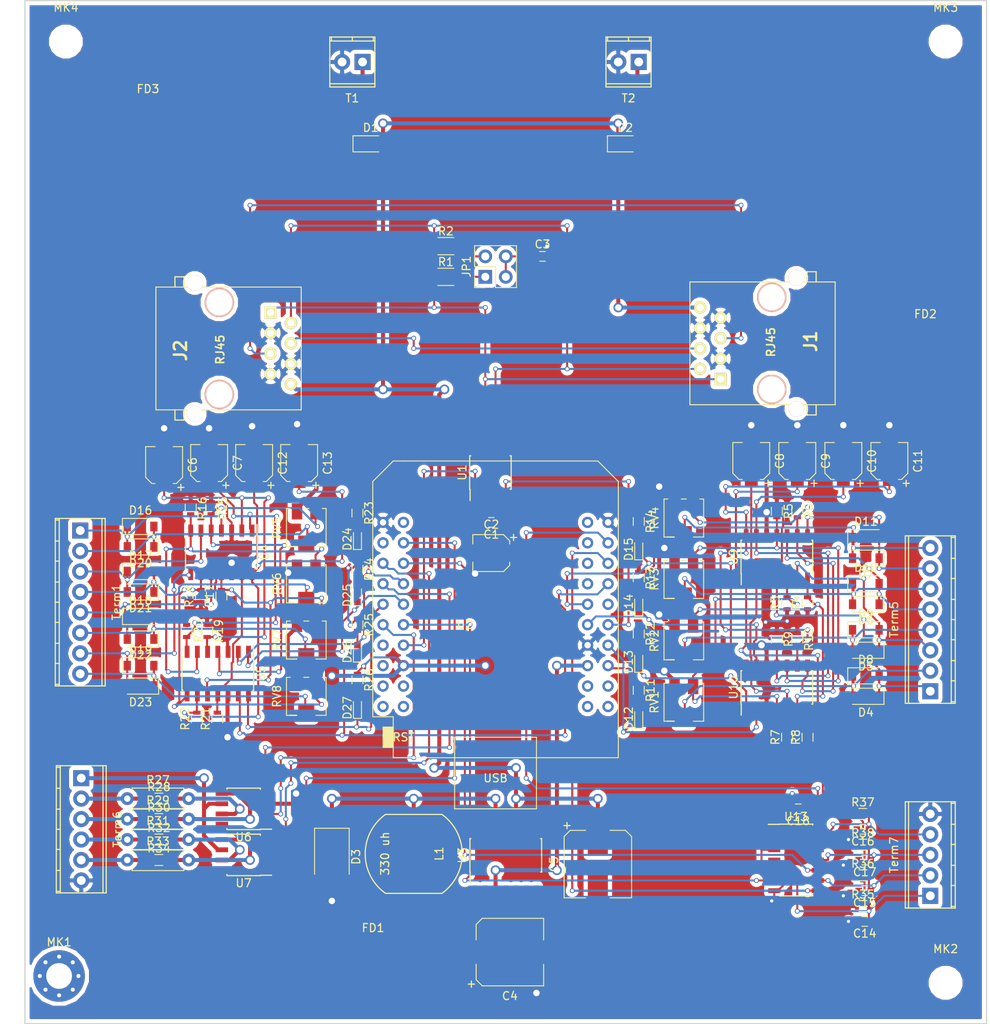
<source format=kicad_pcb>
(kicad_pcb (version 4) (host pcbnew 4.0.7+dfsg1-1ubuntu2)
  (layers (0 F.Cu signal) (31 B.Cu signal) (34 B.Paste user) (35 F.Paste user) (36 B.SilkS user) (37 F.SilkS user) (38 B.Mask user) (39 F.Mask user) (44 Edge.Cuts user))
  (net 0 "")
  (net 1 GND)
  (net 2 +3V3)
  (net 3 "Net-(C3-Pad1)")
  (net 4 +5V)
  (net 5 +12V)
  (net 6 "Net-(C6-Pad1)")
  (net 7 "Net-(C7-Pad1)")
  (net 8 "Net-(C8-Pad1)")
  (net 9 "Net-(C9-Pad1)")
  (net 10 "Net-(C10-Pad1)")
  (net 11 "Net-(C11-Pad1)")
  (net 12 "Net-(C12-Pad1)")
  (net 13 "Net-(C13-Pad1)")
  (net 14 "Net-(D1-Pad1)")
  (net 15 "Net-(D2-Pad2)")
  (net 16 "Net-(D3-Pad1)")
  (net 17 "Net-(D4-Pad1)")
  (net 18 "Net-(D4-Pad2)")
  (net 19 "Net-(D5-Pad1)")
  (net 20 "Net-(D5-Pad2)")
  (net 21 "Net-(D10-Pad2)")
  (net 22 "Net-(D10-Pad1)")
  (net 23 "Net-(D11-Pad2)")
  (net 24 "Net-(D11-Pad1)")
  (net 25 "Net-(D12-Pad2)")
  (net 26 /OD_1)
  (net 27 "Net-(D13-Pad2)")
  (net 28 /OD_2)
  (net 29 "Net-(D14-Pad2)")
  (net 30 /OD_3)
  (net 31 "Net-(D15-Pad2)")
  (net 32 /OD_4)
  (net 33 "Net-(D16-Pad1)")
  (net 34 "Net-(D16-Pad2)")
  (net 35 "Net-(D17-Pad1)")
  (net 36 "Net-(D17-Pad2)")
  (net 37 "Net-(D18-Pad1)")
  (net 38 "Net-(D18-Pad2)")
  (net 39 "Net-(D19-Pad1)")
  (net 40 "Net-(D19-Pad2)")
  (net 41 "Net-(D24-Pad2)")
  (net 42 /OD_5)
  (net 43 "Net-(D25-Pad2)")
  (net 44 /OD_6)
  (net 45 "Net-(D26-Pad2)")
  (net 46 /OD_7)
  (net 47 "Net-(D27-Pad2)")
  (net 48 /OD_8)
  (net 49 "/CAN Transceiver/CANH")
  (net 50 "/CAN Transceiver/CANL")
  (net 51 "Net-(J1-Pad4)")
  (net 52 "Net-(J1-Pad5)")
  (net 53 "Net-(JP1-Pad1)")
  (net 54 "Net-(JP1-Pad2)")
  (net 55 "Net-(R3-Pad2)")
  (net 56 "Net-(R4-Pad2)")
  (net 57 "Net-(R5-Pad2)")
  (net 58 "Net-(R6-Pad2)")
  (net 59 "Net-(R15-Pad2)")
  (net 60 "Net-(R16-Pad2)")
  (net 61 "Net-(R17-Pad2)")
  (net 62 "Net-(R18-Pad2)")
  (net 63 /CAN_TX)
  (net 64 /CAN_RX)
  (net 65 "Net-(U1-Pad5)")
  (net 66 "Net-(U1-Pad8)")
  (net 67 "Net-(U3-Pad1)")
  (net 68 "Net-(U3-Pad2)")
  (net 69 "Net-(U3-Pad7)")
  (net 70 "Net-(U3-Pad8)")
  (net 71 "Net-(U3-Pad9)")
  (net 72 "Net-(U3-Pad11)")
  (net 73 "Net-(U3-Pad13)")
  (net 74 "Net-(U3-Pad14)")
  (net 75 "Net-(U2-Pad40)")
  (net 76 "Net-(U2-Pad39)")
  (net 77 "Net-(U2-Pad38)")
  (net 78 "Net-(U2-Pad37)")
  (net 79 "Net-(U2-Pad30)")
  (net 80 "Net-(U2-Pad27)")
  (net 81 "Net-(U2-Pad25)")
  (net 82 "Net-(U2-Pad23)")
  (net 83 "Net-(U2-Pad21)")
  (net 84 "Net-(U2-Pad20)")
  (net 85 "Net-(U2-Pad19)")
  (net 86 "Net-(U2-Pad18)")
  (net 87 "Net-(U2-Pad17)")
  (net 88 "Net-(U2-Pad15)")
  (net 89 "Net-(U2-Pad13)")
  (net 90 "Net-(U2-Pad3)")
  (net 91 "Net-(U2-Pad2)")
  (net 92 "Net-(C14-Pad1)")
  (net 93 "Net-(C15-Pad1)")
  (net 94 "Net-(C16-Pad1)")
  (net 95 "Net-(C17-Pad1)")
  (net 96 "Net-(R27-Pad1)")
  (net 97 "Net-(R27-Pad2)")
  (net 98 "Net-(R29-Pad1)")
  (net 99 "Net-(R29-Pad2)")
  (net 100 "Net-(R31-Pad1)")
  (net 101 "Net-(R31-Pad2)")
  (net 102 "Net-(R33-Pad1)")
  (net 103 "Net-(R33-Pad2)")
  (net 104 Vdd)
  (net 105 "Net-(U13-Pad2)")
  (net 106 "Net-(U13-Pad4)")
  (net 107 "Net-(MK1-Pad1)")
  (net 108 /Button_2)
  (net 109 /Button_4)
  (net 110 /Button_1)
  (net 111 /LED_1)
  (net 112 /LED_2)
  (net 113 /Button_3)
  (net 114 /LED_4)
  (net 115 /LED_3)
  (module Potentiometers:Potentiometer_Trimmer_Bourns_3214J (layer F.Cu) (at 78.105 90.805 90)
    (fp_text reference RV5 (at 0 -3.65 90) (layer F.SilkS))
    (fp_text value "25K Ohms")
    (pad 1 smd rect (at 2 -1.15 90) (size 2 1.3) (layers F.Cu F.Mask) (net 1 GND))
    (pad 2 smd rect (at -2 0 90) (size 2 2) (layers F.Cu F.Mask) (net 34 "Net-(D16-Pad2)"))
    (pad 3 smd rect (at 2 1.15 90) (size 2 1.3) (layers F.Cu F.Mask) (net 59 "Net-(R15-Pad2)"))
  )
  (module Capacitors_SMD:C_0603 (layer F.Cu) (at 101.08 90.17 180)
    (fp_text reference C1 (at 0 -1.5 180) (layer F.SilkS))
    (fp_text value ".1 uf")
    (pad 2 smd rect (at 0.75 0 180) (size 0.8 0.75) (layers F.Cu F.Paste F.Mask) (net 1 GND))
    (pad 1 smd rect (at -0.75 0 180) (size 0.8 0.75) (layers F.Cu F.Paste F.Mask) (net 2 +3V3))
  )
  (module Capacitors_SMD:CP_Elec_4x5.7 (layer F.Cu) (at 101.07 93.98 180)
    (fp_text reference C2 (at 0 3.54 180) (layer F.SilkS))
    (fp_text value "15 uf 15V")
    (fp_text user + (at -2.77 2.01 180) (layer F.SilkS))
    (pad 1 smd rect (at -1.8 0) (size 2.6 1.6) (layers F.Cu F.Paste F.Mask) (net 2 +3V3))
    (pad 2 smd rect (at 1.8 0) (size 2.6 1.6) (layers F.Cu F.Paste F.Mask) (net 1 GND))
  )
  (module Capacitors_SMD:C_0603 (layer F.Cu) (at 107.43 57.15)
    (fp_text reference C3 (at 0 -1.5) (layer F.SilkS))
    (fp_text value "47 nf")
    (pad 2 smd rect (at 0.75 0) (size 0.8 0.75) (layers F.Cu F.Paste F.Mask) (net 1 GND))
    (pad 1 smd rect (at -0.75 0) (size 0.8 0.75) (layers F.Cu F.Paste F.Mask) (net 3 "Net-(C3-Pad1)"))
  )
  (module Capacitors_SMD:CP_Elec_8x10 (layer F.Cu) (at 103.38 143.51)
    (fp_text reference C4 (at 0 5.45) (layer F.SilkS))
    (fp_text value "220 uf 25V")
    (fp_text user + (at -4.78 3.9) (layer F.SilkS))
    (pad 1 smd rect (at -3.05 0 180) (size 4 2.5) (layers F.Cu F.Paste F.Mask) (net 4 +5V))
    (pad 2 smd rect (at 3.05 0 180) (size 4 2.5) (layers F.Cu F.Paste F.Mask) (net 1 GND))
  )
  (module Capacitors_SMD:CP_Elec_8x10 (layer F.Cu) (at 114.3 132.59 270)
    (fp_text reference C5 (at 0 5.45 270) (layer F.SilkS))
    (fp_text value "22 uf 100V")
    (fp_text user + (at -4.78 3.9 270) (layer F.SilkS))
    (pad 1 smd rect (at -3.05 0 90) (size 4 2.5) (layers F.Cu F.Paste F.Mask) (net 5 +12V))
    (pad 2 smd rect (at 3.05 0 90) (size 4 2.5) (layers F.Cu F.Paste F.Mask) (net 1 GND))
  )
  (module Capacitors_SMD:CP_Elec_4x5.7 (layer F.Cu) (at 60.452 83.058 90)
    (fp_text reference C6 (at 0 3.54 90) (layer F.SilkS))
    (fp_text value "2.2uf 50V")
    (fp_text user + (at -2.77 2.01 90) (layer F.SilkS))
    (pad 1 smd rect (at -1.8 0 270) (size 2.6 1.6) (layers F.Cu F.Paste F.Mask) (net 6 "Net-(C6-Pad1)"))
    (pad 2 smd rect (at 1.8 0 270) (size 2.6 1.6) (layers F.Cu F.Paste F.Mask) (net 1 GND))
  )
  (module Capacitors_SMD:CP_Elec_4x5.7 (layer F.Cu) (at 66.04 82.804 90)
    (fp_text reference C7 (at 0 3.54 90) (layer F.SilkS))
    (fp_text value "2.2uf 50V")
    (fp_text user + (at -2.77 2.01 90) (layer F.SilkS))
    (pad 1 smd rect (at -1.8 0 270) (size 2.6 1.6) (layers F.Cu F.Paste F.Mask) (net 7 "Net-(C7-Pad1)"))
    (pad 2 smd rect (at 1.8 0 270) (size 2.6 1.6) (layers F.Cu F.Paste F.Mask) (net 1 GND))
  )
  (module Capacitors_SMD:CP_Elec_4x5.7 (layer F.Cu) (at 133.35 82.55 90)
    (fp_text reference C8 (at 0 3.54 90) (layer F.SilkS))
    (fp_text value "2.2uf 50V")
    (fp_text user + (at -2.77 2.01 90) (layer F.SilkS))
    (pad 1 smd rect (at -1.8 0 270) (size 2.6 1.6) (layers F.Cu F.Paste F.Mask) (net 8 "Net-(C8-Pad1)"))
    (pad 2 smd rect (at 1.8 0 270) (size 2.6 1.6) (layers F.Cu F.Paste F.Mask) (net 1 GND))
  )
  (module Capacitors_SMD:CP_Elec_4x5.7 (layer F.Cu) (at 139.065 82.55 90)
    (fp_text reference C9 (at 0 3.54 90) (layer F.SilkS))
    (fp_text value "2.2uf 50V")
    (fp_text user + (at -2.77 2.01 90) (layer F.SilkS))
    (pad 1 smd rect (at -1.8 0 270) (size 2.6 1.6) (layers F.Cu F.Paste F.Mask) (net 9 "Net-(C9-Pad1)"))
    (pad 2 smd rect (at 1.8 0 270) (size 2.6 1.6) (layers F.Cu F.Paste F.Mask) (net 1 GND))
  )
  (module Capacitors_SMD:CP_Elec_4x5.7 (layer F.Cu) (at 144.78 82.55 90)
    (fp_text reference C10 (at 0 3.54 90) (layer F.SilkS))
    (fp_text value "2.2uf 50V")
    (fp_text user + (at -2.77 2.01 90) (layer F.SilkS))
    (pad 1 smd rect (at -1.8 0 270) (size 2.6 1.6) (layers F.Cu F.Paste F.Mask) (net 10 "Net-(C10-Pad1)"))
    (pad 2 smd rect (at 1.8 0 270) (size 2.6 1.6) (layers F.Cu F.Paste F.Mask) (net 1 GND))
  )
  (module Capacitors_SMD:CP_Elec_4x5.7 (layer F.Cu) (at 150.495 82.55 90)
    (fp_text reference C11 (at 0 3.54 90) (layer F.SilkS))
    (fp_text value "2.2uf 50V")
    (fp_text user + (at -2.77 2.01 90) (layer F.SilkS))
    (pad 1 smd rect (at -1.8 0 270) (size 2.6 1.6) (layers F.Cu F.Paste F.Mask) (net 11 "Net-(C11-Pad1)"))
    (pad 2 smd rect (at 1.8 0 270) (size 2.6 1.6) (layers F.Cu F.Paste F.Mask) (net 1 GND))
  )
  (module Capacitors_SMD:CP_Elec_4x5.7 (layer F.Cu) (at 71.628 82.804 90)
    (fp_text reference C12 (at 0 3.54 90) (layer F.SilkS))
    (fp_text value "2.2uf 50V")
    (fp_text user + (at -2.77 2.01 90) (layer F.SilkS))
    (pad 1 smd rect (at -1.8 0 270) (size 2.6 1.6) (layers F.Cu F.Paste F.Mask) (net 12 "Net-(C12-Pad1)"))
    (pad 2 smd rect (at 1.8 0 270) (size 2.6 1.6) (layers F.Cu F.Paste F.Mask) (net 1 GND))
  )
  (module Capacitors_SMD:CP_Elec_4x5.7 (layer F.Cu) (at 77.216 82.804 90)
    (fp_text reference C13 (at 0 3.54 90) (layer F.SilkS))
    (fp_text value "2.2uf 50V")
    (fp_text user + (at -2.77 2.01 90) (layer F.SilkS))
    (pad 1 smd rect (at -1.8 0 270) (size 2.6 1.6) (layers F.Cu F.Paste F.Mask) (net 13 "Net-(C13-Pad1)"))
    (pad 2 smd rect (at 1.8 0 270) (size 2.6 1.6) (layers F.Cu F.Paste F.Mask) (net 1 GND))
  )
  (module Diodes_SMD:D_PowerDI-123 (layer F.Cu) (at 86.105 43.18)
    (fp_text reference D1 (at 0 -2) (layer F.SilkS))
    (fp_text value DFLS240-7)
    (pad 1 smd rect (at -0.85 0 180) (size 2.4 1.5) (layers F.Cu F.Paste F.Mask) (net 14 "Net-(D1-Pad1)"))
    (pad 2 smd rect (at 1.525 0 180) (size 1.05 1.5) (layers F.Cu F.Paste F.Mask) (net 5 +12V))
  )
  (module Diodes_SMD:D_PowerDI-123 (layer F.Cu) (at 117.69 43.18)
    (fp_text reference D2 (at 0 -2) (layer F.SilkS))
    (fp_text value DFLS240-7)
    (pad 1 smd rect (at -0.85 0 180) (size 2.4 1.5) (layers F.Cu F.Paste F.Mask) (net 5 +12V))
    (pad 2 smd rect (at 1.525 0 180) (size 1.05 1.5) (layers F.Cu F.Paste F.Mask) (net 15 "Net-(D2-Pad2)"))
  )
  (module Diodes_SMD:D_SMB (layer F.Cu) (at 81.28 131.69 270)
    (fp_text reference D3 (at 0 -3 270) (layer F.SilkS))
    (fp_text value "CMSH1-60 TR13")
    (pad 1 smd rect (at -2.15 0 270) (size 2.5 2.3) (layers F.Cu F.Paste F.Mask) (net 16 "Net-(D3-Pad1)"))
    (pad 2 smd rect (at 2.15 0 270) (size 2.5 2.3) (layers F.Cu F.Paste F.Mask) (net 1 GND))
  )
  (module Diodes_SMD:D_SOD-123 (layer F.Cu) (at 147.575 111.76 180)
    (fp_text reference D4 (at 0 -2 180) (layer F.SilkS))
    (fp_text value 1N4148)
    (pad 1 smd rect (at -1.65 0 180) (size 0.9 1.2) (layers F.Cu F.Paste F.Mask) (net 17 "Net-(D4-Pad1)"))
    (pad 2 smd rect (at 1.65 0 180) (size 0.9 1.2) (layers F.Cu F.Paste F.Mask) (net 18 "Net-(D4-Pad2)"))
  )
  (module Diodes_SMD:D_SOD-123 (layer F.Cu) (at 147.575 106.045 180)
    (fp_text reference D5 (at 0 -2 180) (layer F.SilkS))
    (fp_text value 1N4148)
    (pad 1 smd rect (at -1.65 0 180) (size 0.9 1.2) (layers F.Cu F.Paste F.Mask) (net 19 "Net-(D5-Pad1)"))
    (pad 2 smd rect (at 1.65 0 180) (size 0.9 1.2) (layers F.Cu F.Paste F.Mask) (net 20 "Net-(D5-Pad2)"))
  )
  (module Diodes_SMD:D_SOD-123 (layer F.Cu) (at 147.575 100.33 180)
    (fp_text reference D6 (at 0 -2 180) (layer F.SilkS))
    (fp_text value 1N4148)
    (pad 1 smd rect (at -1.65 0 180) (size 0.9 1.2) (layers F.Cu F.Paste F.Mask) (net 21 "Net-(D10-Pad2)"))
    (pad 2 smd rect (at 1.65 0 180) (size 0.9 1.2) (layers F.Cu F.Paste F.Mask) (net 22 "Net-(D10-Pad1)"))
  )
  (module Diodes_SMD:D_SOD-123 (layer F.Cu) (at 147.575 94.615 180)
    (fp_text reference D7 (at 0 -2 180) (layer F.SilkS))
    (fp_text value 1N4148)
    (pad 1 smd rect (at -1.65 0 180) (size 0.9 1.2) (layers F.Cu F.Paste F.Mask) (net 23 "Net-(D11-Pad2)"))
    (pad 2 smd rect (at 1.65 0 180) (size 0.9 1.2) (layers F.Cu F.Paste F.Mask) (net 24 "Net-(D11-Pad1)"))
  )
  (module Diodes_SMD:D_SOD-123 (layer F.Cu) (at 147.575 109.22)
    (fp_text reference D8 (at 0 -2) (layer F.SilkS))
    (fp_text value 1N4148)
    (pad 1 smd rect (at -1.65 0) (size 0.9 1.2) (layers F.Cu F.Paste F.Mask) (net 18 "Net-(D4-Pad2)"))
    (pad 2 smd rect (at 1.65 0) (size 0.9 1.2) (layers F.Cu F.Paste F.Mask) (net 17 "Net-(D4-Pad1)"))
  )
  (module Diodes_SMD:D_SOD-123 (layer F.Cu) (at 147.575 103.505)
    (fp_text reference D9 (at 0 -2) (layer F.SilkS))
    (fp_text value 1N4148)
    (pad 1 smd rect (at -1.65 0) (size 0.9 1.2) (layers F.Cu F.Paste F.Mask) (net 20 "Net-(D5-Pad2)"))
    (pad 2 smd rect (at 1.65 0) (size 0.9 1.2) (layers F.Cu F.Paste F.Mask) (net 19 "Net-(D5-Pad1)"))
  )
  (module Diodes_SMD:D_SOD-123 (layer F.Cu) (at 147.575 97.79)
    (fp_text reference D10 (at 0 -2) (layer F.SilkS))
    (fp_text value 1N4148)
    (pad 1 smd rect (at -1.65 0) (size 0.9 1.2) (layers F.Cu F.Paste F.Mask) (net 22 "Net-(D10-Pad1)"))
    (pad 2 smd rect (at 1.65 0) (size 0.9 1.2) (layers F.Cu F.Paste F.Mask) (net 21 "Net-(D10-Pad2)"))
  )
  (module Diodes_SMD:D_SOD-123 (layer F.Cu) (at 147.575 92.075)
    (fp_text reference D11 (at 0 -2) (layer F.SilkS))
    (fp_text value 1N4148)
    (pad 1 smd rect (at -1.65 0) (size 0.9 1.2) (layers F.Cu F.Paste F.Mask) (net 24 "Net-(D11-Pad1)"))
    (pad 2 smd rect (at 1.65 0) (size 0.9 1.2) (layers F.Cu F.Paste F.Mask) (net 23 "Net-(D11-Pad2)"))
  )
  (module LEDs:LED_0603 (layer F.Cu) (at 119.38 114.465 90)
    (fp_text reference D12 (at 0 -1.25 90) (layer F.SilkS))
    (fp_text value LED)
    (pad 2 smd rect (at 0.8 0 270) (size 0.8 0.8) (layers F.Cu F.Paste F.Mask) (net 25 "Net-(D12-Pad2)"))
    (pad 1 smd rect (at -0.8 0 270) (size 0.8 0.8) (layers F.Cu F.Paste F.Mask) (net 26 /OD_1))
  )
  (module LEDs:LED_0603 (layer F.Cu) (at 119.38 107.48 90)
    (fp_text reference D13 (at 0 -1.25 90) (layer F.SilkS))
    (fp_text value LED)
    (pad 2 smd rect (at 0.8 0 270) (size 0.8 0.8) (layers F.Cu F.Paste F.Mask) (net 27 "Net-(D13-Pad2)"))
    (pad 1 smd rect (at -0.8 0 270) (size 0.8 0.8) (layers F.Cu F.Paste F.Mask) (net 28 /OD_2))
  )
  (module LEDs:LED_0603 (layer F.Cu) (at 119.38 100.495 90)
    (fp_text reference D14 (at 0 -1.25 90) (layer F.SilkS))
    (fp_text value LED)
    (pad 2 smd rect (at 0.8 0 270) (size 0.8 0.8) (layers F.Cu F.Paste F.Mask) (net 29 "Net-(D14-Pad2)"))
    (pad 1 smd rect (at -0.8 0 270) (size 0.8 0.8) (layers F.Cu F.Paste F.Mask) (net 30 /OD_3))
  )
  (module LEDs:LED_0603 (layer F.Cu) (at 119.38 93.51 90)
    (fp_text reference D15 (at 0 -1.25 90) (layer F.SilkS))
    (fp_text value LED)
    (pad 2 smd rect (at 0.8 0 270) (size 0.8 0.8) (layers F.Cu F.Paste F.Mask) (net 31 "Net-(D15-Pad2)"))
    (pad 1 smd rect (at -0.8 0 270) (size 0.8 0.8) (layers F.Cu F.Paste F.Mask) (net 32 /OD_4))
  )
  (module Diodes_SMD:D_SOD-123 (layer F.Cu) (at 57.53 90.678)
    (fp_text reference D16 (at 0 -2) (layer F.SilkS))
    (fp_text value 1N4148)
    (pad 1 smd rect (at -1.65 0) (size 0.9 1.2) (layers F.Cu F.Paste F.Mask) (net 33 "Net-(D16-Pad1)"))
    (pad 2 smd rect (at 1.65 0) (size 0.9 1.2) (layers F.Cu F.Paste F.Mask) (net 34 "Net-(D16-Pad2)"))
  )
  (module Diodes_SMD:D_SOD-123 (layer F.Cu) (at 57.53 96.266)
    (fp_text reference D17 (at 0 -2) (layer F.SilkS))
    (fp_text value 1N4148)
    (pad 1 smd rect (at -1.65 0) (size 0.9 1.2) (layers F.Cu F.Paste F.Mask) (net 35 "Net-(D17-Pad1)"))
    (pad 2 smd rect (at 1.65 0) (size 0.9 1.2) (layers F.Cu F.Paste F.Mask) (net 36 "Net-(D17-Pad2)"))
  )
  (module Diodes_SMD:D_SOD-123 (layer F.Cu) (at 57.53 101.854)
    (fp_text reference D18 (at 0 -2) (layer F.SilkS))
    (fp_text value 1N4148)
    (pad 1 smd rect (at -1.65 0) (size 0.9 1.2) (layers F.Cu F.Paste F.Mask) (net 37 "Net-(D18-Pad1)"))
    (pad 2 smd rect (at 1.65 0) (size 0.9 1.2) (layers F.Cu F.Paste F.Mask) (net 38 "Net-(D18-Pad2)"))
  )
  (module Diodes_SMD:D_SOD-123 (layer F.Cu) (at 57.53 107.95)
    (fp_text reference D19 (at 0 -2) (layer F.SilkS))
    (fp_text value 1N4148)
    (pad 1 smd rect (at -1.65 0) (size 0.9 1.2) (layers F.Cu F.Paste F.Mask) (net 39 "Net-(D19-Pad1)"))
    (pad 2 smd rect (at 1.65 0) (size 0.9 1.2) (layers F.Cu F.Paste F.Mask) (net 40 "Net-(D19-Pad2)"))
  )
  (module Diodes_SMD:D_SOD-123 (layer F.Cu) (at 57.53 93.218 180)
    (fp_text reference D20 (at 0 -2 180) (layer F.SilkS))
    (fp_text value 1N4148)
    (pad 1 smd rect (at -1.65 0 180) (size 0.9 1.2) (layers F.Cu F.Paste F.Mask) (net 34 "Net-(D16-Pad2)"))
    (pad 2 smd rect (at 1.65 0 180) (size 0.9 1.2) (layers F.Cu F.Paste F.Mask) (net 33 "Net-(D16-Pad1)"))
  )
  (module Diodes_SMD:D_SOD-123 (layer F.Cu) (at 57.53 98.806 180)
    (fp_text reference D21 (at 0 -2 180) (layer F.SilkS))
    (fp_text value 1N4148)
    (pad 1 smd rect (at -1.65 0 180) (size 0.9 1.2) (layers F.Cu F.Paste F.Mask) (net 36 "Net-(D17-Pad2)"))
    (pad 2 smd rect (at 1.65 0 180) (size 0.9 1.2) (layers F.Cu F.Paste F.Mask) (net 35 "Net-(D17-Pad1)"))
  )
  (module Diodes_SMD:D_SOD-123 (layer F.Cu) (at 57.53 104.648 180)
    (fp_text reference D22 (at 0 -2 180) (layer F.SilkS))
    (fp_text value 1N4148)
    (pad 1 smd rect (at -1.65 0 180) (size 0.9 1.2) (layers F.Cu F.Paste F.Mask) (net 38 "Net-(D18-Pad2)"))
    (pad 2 smd rect (at 1.65 0 180) (size 0.9 1.2) (layers F.Cu F.Paste F.Mask) (net 37 "Net-(D18-Pad1)"))
  )
  (module Diodes_SMD:D_SOD-123 (layer F.Cu) (at 57.53 110.49 180)
    (fp_text reference D23 (at 0 -2 180) (layer F.SilkS))
    (fp_text value 1N4148)
    (pad 1 smd rect (at -1.65 0 180) (size 0.9 1.2) (layers F.Cu F.Paste F.Mask) (net 40 "Net-(D19-Pad2)"))
    (pad 2 smd rect (at 1.65 0 180) (size 0.9 1.2) (layers F.Cu F.Paste F.Mask) (net 39 "Net-(D19-Pad1)"))
  )
  (module LEDs:LED_0603 (layer F.Cu) (at 84.455 92.24 90)
    (fp_text reference D24 (at 0 -1.25 90) (layer F.SilkS))
    (fp_text value LED)
    (pad 2 smd rect (at 0.8 0 270) (size 0.8 0.8) (layers F.Cu F.Paste F.Mask) (net 41 "Net-(D24-Pad2)"))
    (pad 1 smd rect (at -0.8 0 270) (size 0.8 0.8) (layers F.Cu F.Paste F.Mask) (net 42 /OD_5))
  )
  (module LEDs:LED_0603 (layer F.Cu) (at 84.455 99.225 90)
    (fp_text reference D25 (at 0 -1.25 90) (layer F.SilkS))
    (fp_text value LED)
    (pad 2 smd rect (at 0.8 0 270) (size 0.8 0.8) (layers F.Cu F.Paste F.Mask) (net 43 "Net-(D25-Pad2)"))
    (pad 1 smd rect (at -0.8 0 270) (size 0.8 0.8) (layers F.Cu F.Paste F.Mask) (net 44 /OD_6))
  )
  (module LEDs:LED_0603 (layer F.Cu) (at 84.455 106.21 90)
    (fp_text reference D26 (at 0 -1.25 90) (layer F.SilkS))
    (fp_text value LED)
    (pad 2 smd rect (at 0.8 0 270) (size 0.8 0.8) (layers F.Cu F.Paste F.Mask) (net 45 "Net-(D26-Pad2)"))
    (pad 1 smd rect (at -0.8 0 270) (size 0.8 0.8) (layers F.Cu F.Paste F.Mask) (net 46 /OD_7))
  )
  (module LEDs:LED_0603 (layer F.Cu) (at 84.455 113.195 90)
    (fp_text reference D27 (at 0 -1.25 90) (layer F.SilkS))
    (fp_text value LED)
    (pad 2 smd rect (at 0.8 0 270) (size 0.8 0.8) (layers F.Cu F.Paste F.Mask) (net 47 "Net-(D27-Pad2)"))
    (pad 1 smd rect (at -0.8 0 270) (size 0.8 0.8) (layers F.Cu F.Paste F.Mask) (net 48 /OD_8))
  )
  (module RJ45-8N-S:RJ45_8N-S (layer F.Cu) (at 135.89 67.945 90)
    (fp_text reference J1 (at 0.254 4.826 90) (layer F.SilkS) (effects (font (thickness 0.3048))))
    (fp_text value RJ45 (at 0.14224 -0.1016 90) (layer F.SilkS) (effects (font (size 1.00076 1.00076) (thickness 0.2032))))
    (pad "" np_thru_hole circle (at 5.715 0 90) (size 3.64998 3.64998) (drill 3.2512) (layers *.Cu *.SilkS *.Mask))
    (pad "" np_thru_hole circle (at -5.715 0 90) (size 3.64998 3.64998) (drill 3.2512) (layers *.Cu *.SilkS *.Mask))
    (pad 1 thru_hole rect (at -4.445 -6.35 90) (size 1.50114 1.50114) (drill 0.89916) (layers *.Cu *.Mask F.SilkS) (net 49 "/CAN Transceiver/CANH"))
    (pad 2 thru_hole circle (at -3.175 -8.89 90) (size 1.50114 1.50114) (drill 0.89916) (layers *.Cu *.Mask F.SilkS) (net 50 "/CAN Transceiver/CANL"))
    (pad 3 thru_hole circle (at -1.905 -6.35 90) (size 1.50114 1.50114) (drill 0.89916) (layers *.Cu *.Mask F.SilkS) (net 1 GND))
    (pad 4 thru_hole circle (at -0.635 -8.89 90) (size 1.50114 1.50114) (drill 0.89916) (layers *.Cu *.Mask F.SilkS) (net 51 "Net-(J1-Pad4)"))
    (pad 5 thru_hole circle (at 0.635 -6.35 90) (size 1.50114 1.50114) (drill 0.89916) (layers *.Cu *.Mask F.SilkS) (net 52 "Net-(J1-Pad5)"))
    (pad 6 thru_hole circle (at 1.905 -8.89 90) (size 1.50114 1.50114) (drill 0.89916) (layers *.Cu *.Mask F.SilkS) (net 1 GND))
    (pad 7 thru_hole circle (at 3.175 -6.35 90) (size 1.50114 1.50114) (drill 0.89916) (layers *.Cu *.Mask F.SilkS) (net 1 GND))
    (pad 8 thru_hole circle (at 4.445 -8.89 90) (size 1.50114 1.50114) (drill 0.89916) (layers *.Cu *.Mask F.SilkS) (net 5 +12V))
    (pad "" thru_hole circle (at -8.128 3.048 90) (size 1.9304 1.9304) (drill 1.9304) (layers *.Cu *.Mask F.SilkS))
    (pad "" thru_hole circle (at 8.128 3.048 90) (size 1.9304 1.9304) (drill 1.9304) (layers *.Cu *.Mask F.SilkS))
  )
  (module RJ45-8N-S:RJ45_8N-S (layer F.Cu) (at 67.31 68.58 270)
    (fp_text reference J2 (at 0.254 4.826 270) (layer F.SilkS) (effects (font (thickness 0.3048))))
    (fp_text value RJ45 (at 0.14224 -0.1016 270) (layer F.SilkS) (effects (font (size 1.00076 1.00076) (thickness 0.2032))))
    (pad "" np_thru_hole circle (at 5.715 0 270) (size 3.64998 3.64998) (drill 3.2512) (layers *.Cu *.SilkS *.Mask))
    (pad "" np_thru_hole circle (at -5.715 0 270) (size 3.64998 3.64998) (drill 3.2512) (layers *.Cu *.SilkS *.Mask))
    (pad 1 thru_hole rect (at -4.445 -6.35 270) (size 1.50114 1.50114) (drill 0.89916) (layers *.Cu *.Mask F.SilkS) (net 49 "/CAN Transceiver/CANH"))
    (pad 2 thru_hole circle (at -3.175 -8.89 270) (size 1.50114 1.50114) (drill 0.89916) (layers *.Cu *.Mask F.SilkS) (net 50 "/CAN Transceiver/CANL"))
    (pad 3 thru_hole circle (at -1.905 -6.35 270) (size 1.50114 1.50114) (drill 0.89916) (layers *.Cu *.Mask F.SilkS) (net 1 GND))
    (pad 4 thru_hole circle (at -0.635 -8.89 270) (size 1.50114 1.50114) (drill 0.89916) (layers *.Cu *.Mask F.SilkS) (net 51 "Net-(J1-Pad4)"))
    (pad 5 thru_hole circle (at 0.635 -6.35 270) (size 1.50114 1.50114) (drill 0.89916) (layers *.Cu *.Mask F.SilkS) (net 52 "Net-(J1-Pad5)"))
    (pad 6 thru_hole circle (at 1.905 -8.89 270) (size 1.50114 1.50114) (drill 0.89916) (layers *.Cu *.Mask F.SilkS) (net 1 GND))
    (pad 7 thru_hole circle (at 3.175 -6.35 270) (size 1.50114 1.50114) (drill 0.89916) (layers *.Cu *.Mask F.SilkS) (net 1 GND))
    (pad 8 thru_hole circle (at 4.445 -8.89 270) (size 1.50114 1.50114) (drill 0.89916) (layers *.Cu *.Mask F.SilkS) (net 5 +12V))
    (pad "" thru_hole circle (at -8.128 3.048 270) (size 1.9304 1.9304) (drill 1.9304) (layers *.Cu *.Mask F.SilkS))
    (pad "" thru_hole circle (at 8.128 3.048 270) (size 1.9304 1.9304) (drill 1.9304) (layers *.Cu *.Mask F.SilkS))
  )
  (module Pin_Headers:Pin_Header_Straight_2x02_Pitch2.54mm (layer F.Cu) (at 100.33 59.69 90)
    (fp_text reference JP1 (at 1.27 -2.33 90) (layer F.SilkS))
    (fp_text value Termination)
    (pad 1 thru_hole rect (at 0 0 90) (size 1.7 1.7) (drill 1) (layers *.Cu *.Mask) (net 53 "Net-(JP1-Pad1)"))
    (pad 2 thru_hole oval (at 2.54 0 90) (size 1.7 1.7) (drill 1) (layers *.Cu *.Mask) (net 54 "Net-(JP1-Pad2)"))
    (pad 3 thru_hole oval (at 0 2.54 90) (size 1.7 1.7) (drill 1) (layers *.Cu *.Mask) (net 3 "Net-(C3-Pad1)"))
    (pad 4 thru_hole oval (at 2.54 2.54 90) (size 1.7 1.7) (drill 1) (layers *.Cu *.Mask) (net 3 "Net-(C3-Pad1)"))
  )
  (module SRN1060:SRN1060 (layer F.Cu) (at 91.44 131.32 270)
    (fp_text reference L1 (at -0.01524 -3.1623 270) (layer F.SilkS))
    (fp_text value "330 uh" (at -0.0381 3.556 270) (layer F.SilkS))
    (pad 1 smd rect (at -3.3 0 270) (size 3.5 10.2) (layers F.Cu F.Paste F.Mask) (net 16 "Net-(D3-Pad1)"))
    (pad 2 smd rect (at 3.3 0 270) (size 3.5 10.2) (layers F.Cu F.Paste F.Mask) (net 4 +5V))
  )
  (module Resistors_SMD:R_1206 (layer F.Cu) (at 95.43 59.69)
    (fp_text reference R1 (at 0 -1.85) (layer F.SilkS))
    (fp_text value "60 Ohms")
    (pad 1 smd rect (at -1.45 0) (size 0.9 1.7) (layers F.Cu F.Paste F.Mask) (net 49 "/CAN Transceiver/CANH"))
    (pad 2 smd rect (at 1.45 0) (size 0.9 1.7) (layers F.Cu F.Paste F.Mask) (net 53 "Net-(JP1-Pad1)"))
  )
  (module Resistors_SMD:R_1206 (layer F.Cu) (at 95.43 55.88)
    (fp_text reference R2 (at 0 -1.85) (layer F.SilkS))
    (fp_text value "60 Ohms")
    (pad 1 smd rect (at -1.45 0) (size 0.9 1.7) (layers F.Cu F.Paste F.Mask) (net 50 "/CAN Transceiver/CANL"))
    (pad 2 smd rect (at 1.45 0) (size 0.9 1.7) (layers F.Cu F.Paste F.Mask) (net 54 "Net-(JP1-Pad2)"))
  )
  (module Resistors_SMD:R_0603 (layer F.Cu) (at 137.795 100.215 90)
    (fp_text reference R3 (at 0 -1.45 90) (layer F.SilkS))
    (fp_text value "22K Ohms")
    (pad 1 smd rect (at -0.75 0 90) (size 0.5 0.9) (layers F.Cu F.Paste F.Mask) (net 2 +3V3))
    (pad 2 smd rect (at 0.75 0 90) (size 0.5 0.9) (layers F.Cu F.Paste F.Mask) (net 55 "Net-(R3-Pad2)"))
  )
  (module Resistors_SMD:R_0603 (layer F.Cu) (at 140.335 100.215 90)
    (fp_text reference R4 (at 0 -1.45 90) (layer F.SilkS))
    (fp_text value "22K Ohms")
    (pad 1 smd rect (at -0.75 0 90) (size 0.5 0.9) (layers F.Cu F.Paste F.Mask) (net 2 +3V3))
    (pad 2 smd rect (at 0.75 0 90) (size 0.5 0.9) (layers F.Cu F.Paste F.Mask) (net 56 "Net-(R4-Pad2)"))
  )
  (module Resistors_SMD:R_0603 (layer F.Cu) (at 136.525 88.785 270)
    (fp_text reference R5 (at 0 -1.45 270) (layer F.SilkS))
    (fp_text value "22K Ohms")
    (pad 1 smd rect (at -0.75 0 270) (size 0.5 0.9) (layers F.Cu F.Paste F.Mask) (net 2 +3V3))
    (pad 2 smd rect (at 0.75 0 270) (size 0.5 0.9) (layers F.Cu F.Paste F.Mask) (net 57 "Net-(R5-Pad2)"))
  )
  (module Resistors_SMD:R_0603 (layer F.Cu) (at 139.065 88.785 270)
    (fp_text reference R6 (at 0 -1.45 270) (layer F.SilkS))
    (fp_text value "22K Ohms")
    (pad 1 smd rect (at -0.75 0 270) (size 0.5 0.9) (layers F.Cu F.Paste F.Mask) (net 2 +3V3))
    (pad 2 smd rect (at 0.75 0 270) (size 0.5 0.9) (layers F.Cu F.Paste F.Mask) (net 58 "Net-(R6-Pad2)"))
  )
  (module Resistors_SMD:R_0603 (layer F.Cu) (at 137.795 116.84 90)
    (fp_text reference R7 (at 0 -1.45 90) (layer F.SilkS))
    (fp_text value "1M Ohms")
    (pad 1 smd rect (at -0.75 0 90) (size 0.5 0.9) (layers F.Cu F.Paste F.Mask) (net 2 +3V3))
    (pad 2 smd rect (at 0.75 0 90) (size 0.5 0.9) (layers F.Cu F.Paste F.Mask) (net 8 "Net-(C8-Pad1)"))
  )
  (module Resistors_SMD:R_0603 (layer F.Cu) (at 140.335 116.84 90)
    (fp_text reference R8 (at 0 -1.45 90) (layer F.SilkS))
    (fp_text value "1M Ohms")
    (pad 1 smd rect (at -0.75 0 90) (size 0.5 0.9) (layers F.Cu F.Paste F.Mask) (net 2 +3V3))
    (pad 2 smd rect (at 0.75 0 90) (size 0.5 0.9) (layers F.Cu F.Paste F.Mask) (net 9 "Net-(C9-Pad1)"))
  )
  (module Resistors_SMD:R_0603 (layer F.Cu) (at 136.525 104.66 270)
    (fp_text reference R9 (at 0 -1.45 270) (layer F.SilkS))
    (fp_text value "1M Ohms")
    (pad 1 smd rect (at -0.75 0 270) (size 0.5 0.9) (layers F.Cu F.Paste F.Mask) (net 2 +3V3))
    (pad 2 smd rect (at 0.75 0 270) (size 0.5 0.9) (layers F.Cu F.Paste F.Mask) (net 10 "Net-(C10-Pad1)"))
  )
  (module Resistors_SMD:R_0603 (layer F.Cu) (at 139.065 104.66 270)
    (fp_text reference R10 (at 0 -1.45 270) (layer F.SilkS))
    (fp_text value "1M Ohms")
    (pad 1 smd rect (at -0.75 0 270) (size 0.5 0.9) (layers F.Cu F.Paste F.Mask) (net 2 +3V3))
    (pad 2 smd rect (at 0.75 0 270) (size 0.5 0.9) (layers F.Cu F.Paste F.Mask) (net 11 "Net-(C11-Pad1)"))
  )
  (module Resistors_SMD:R_0603 (layer F.Cu) (at 119.38 111.01 270)
    (fp_text reference R11 (at 0 -1.45 270) (layer F.SilkS))
    (fp_text value "2.7K Ohms")
    (pad 1 smd rect (at -0.75 0 270) (size 0.5 0.9) (layers F.Cu F.Paste F.Mask) (net 2 +3V3))
    (pad 2 smd rect (at 0.75 0 270) (size 0.5 0.9) (layers F.Cu F.Paste F.Mask) (net 25 "Net-(D12-Pad2)"))
  )
  (module Resistors_SMD:R_0603 (layer F.Cu) (at 119.38 104.025 270)
    (fp_text reference R12 (at 0 -1.45 270) (layer F.SilkS))
    (fp_text value "2.7K Ohms")
    (pad 1 smd rect (at -0.75 0 270) (size 0.5 0.9) (layers F.Cu F.Paste F.Mask) (net 2 +3V3))
    (pad 2 smd rect (at 0.75 0 270) (size 0.5 0.9) (layers F.Cu F.Paste F.Mask) (net 27 "Net-(D13-Pad2)"))
  )
  (module Resistors_SMD:R_0603 (layer F.Cu) (at 119.38 97.04 270)
    (fp_text reference R13 (at 0 -1.45 270) (layer F.SilkS))
    (fp_text value "2.7K Ohms")
    (pad 1 smd rect (at -0.75 0 270) (size 0.5 0.9) (layers F.Cu F.Paste F.Mask) (net 2 +3V3))
    (pad 2 smd rect (at 0.75 0 270) (size 0.5 0.9) (layers F.Cu F.Paste F.Mask) (net 29 "Net-(D14-Pad2)"))
  )
  (module Resistors_SMD:R_0603 (layer F.Cu) (at 119.38 90.055 270)
    (fp_text reference R14 (at 0 -1.45 270) (layer F.SilkS))
    (fp_text value "2.7K Ohms")
    (pad 1 smd rect (at -0.75 0 270) (size 0.5 0.9) (layers F.Cu F.Paste F.Mask) (net 2 +3V3))
    (pad 2 smd rect (at 0.75 0 270) (size 0.5 0.9) (layers F.Cu F.Paste F.Mask) (net 31 "Net-(D15-Pad2)"))
  )
  (module Resistors_SMD:R_0603 (layer F.Cu) (at 66.294 88.404 270)
    (fp_text reference R15 (at 0 -1.45 270) (layer F.SilkS))
    (fp_text value "22K Ohms")
    (pad 1 smd rect (at -0.75 0 270) (size 0.5 0.9) (layers F.Cu F.Paste F.Mask) (net 2 +3V3))
    (pad 2 smd rect (at 0.75 0 270) (size 0.5 0.9) (layers F.Cu F.Paste F.Mask) (net 59 "Net-(R15-Pad2)"))
  )
  (module Resistors_SMD:R_0603 (layer F.Cu) (at 63.754 88.404 270)
    (fp_text reference R16 (at 0 -1.45 270) (layer F.SilkS))
    (fp_text value "22K Ohms")
    (pad 1 smd rect (at -0.75 0 270) (size 0.5 0.9) (layers F.Cu F.Paste F.Mask) (net 2 +3V3))
    (pad 2 smd rect (at 0.75 0 270) (size 0.5 0.9) (layers F.Cu F.Paste F.Mask) (net 60 "Net-(R16-Pad2)"))
  )
  (module Resistors_SMD:R_0603 (layer F.Cu) (at 67.564 99.302 90)
    (fp_text reference R17 (at 0 -1.45 90) (layer F.SilkS))
    (fp_text value "22K Ohms")
    (pad 1 smd rect (at -0.75 0 90) (size 0.5 0.9) (layers F.Cu F.Paste F.Mask) (net 2 +3V3))
    (pad 2 smd rect (at 0.75 0 90) (size 0.5 0.9) (layers F.Cu F.Paste F.Mask) (net 61 "Net-(R17-Pad2)"))
  )
  (module Resistors_SMD:R_0603 (layer F.Cu) (at 65.024 99.302 90)
    (fp_text reference R18 (at 0 -1.45 90) (layer F.SilkS))
    (fp_text value "22K Ohms")
    (pad 1 smd rect (at -0.75 0 90) (size 0.5 0.9) (layers F.Cu F.Paste F.Mask) (net 2 +3V3))
    (pad 2 smd rect (at 0.75 0 90) (size 0.5 0.9) (layers F.Cu F.Paste F.Mask) (net 62 "Net-(R18-Pad2)"))
  )
  (module Resistors_SMD:R_0603 (layer F.Cu) (at 65.786 103.644 270)
    (fp_text reference R19 (at 0 -1.45 270) (layer F.SilkS))
    (fp_text value "1M Ohms")
    (pad 1 smd rect (at -0.75 0 270) (size 0.5 0.9) (layers F.Cu F.Paste F.Mask) (net 2 +3V3))
    (pad 2 smd rect (at 0.75 0 270) (size 0.5 0.9) (layers F.Cu F.Paste F.Mask) (net 6 "Net-(C6-Pad1)"))
  )
  (module Resistors_SMD:R_0603 (layer F.Cu) (at 63.246 103.644 270)
    (fp_text reference R20 (at 0 -1.45 270) (layer F.SilkS))
    (fp_text value "1M Ohms")
    (pad 1 smd rect (at -0.75 0 270) (size 0.5 0.9) (layers F.Cu F.Paste F.Mask) (net 2 +3V3))
    (pad 2 smd rect (at 0.75 0 270) (size 0.5 0.9) (layers F.Cu F.Paste F.Mask) (net 7 "Net-(C7-Pad1)"))
  )
  (module Resistors_SMD:R_0603 (layer F.Cu) (at 67.056 114.542 90)
    (fp_text reference R21 (at 0 -1.45 90) (layer F.SilkS))
    (fp_text value "1M Ohms")
    (pad 1 smd rect (at -0.75 0 90) (size 0.5 0.9) (layers F.Cu F.Paste F.Mask) (net 2 +3V3))
    (pad 2 smd rect (at 0.75 0 90) (size 0.5 0.9) (layers F.Cu F.Paste F.Mask) (net 12 "Net-(C12-Pad1)"))
  )
  (module Resistors_SMD:R_0603 (layer F.Cu) (at 64.516 114.542 90)
    (fp_text reference R22 (at 0 -1.45 90) (layer F.SilkS))
    (fp_text value "1M Ohms")
    (pad 1 smd rect (at -0.75 0 90) (size 0.5 0.9) (layers F.Cu F.Paste F.Mask) (net 2 +3V3))
    (pad 2 smd rect (at 0.75 0 90) (size 0.5 0.9) (layers F.Cu F.Paste F.Mask) (net 13 "Net-(C13-Pad1)"))
  )
  (module Resistors_SMD:R_0603 (layer F.Cu) (at 84.455 89.015 270)
    (fp_text reference R23 (at 0 -1.45 270) (layer F.SilkS))
    (fp_text value "2.7K Ohms")
    (pad 1 smd rect (at -0.75 0 270) (size 0.5 0.9) (layers F.Cu F.Paste F.Mask) (net 2 +3V3))
    (pad 2 smd rect (at 0.75 0 270) (size 0.5 0.9) (layers F.Cu F.Paste F.Mask) (net 41 "Net-(D24-Pad2)"))
  )
  (module Resistors_SMD:R_0603 (layer F.Cu) (at 84.455 96 270)
    (fp_text reference R24 (at 0 -1.45 270) (layer F.SilkS))
    (fp_text value "2.7K Ohms")
    (pad 1 smd rect (at -0.75 0 270) (size 0.5 0.9) (layers F.Cu F.Paste F.Mask) (net 2 +3V3))
    (pad 2 smd rect (at 0.75 0 270) (size 0.5 0.9) (layers F.Cu F.Paste F.Mask) (net 43 "Net-(D25-Pad2)"))
  )
  (module Resistors_SMD:R_0603 (layer F.Cu) (at 84.455 102.882 270)
    (fp_text reference R25 (at 0 -1.45 270) (layer F.SilkS))
    (fp_text value "2.7K Ohms")
    (pad 1 smd rect (at -0.75 0 270) (size 0.5 0.9) (layers F.Cu F.Paste F.Mask) (net 2 +3V3))
    (pad 2 smd rect (at 0.75 0 270) (size 0.5 0.9) (layers F.Cu F.Paste F.Mask) (net 45 "Net-(D26-Pad2)"))
  )
  (module Resistors_SMD:R_0603 (layer F.Cu) (at 84.455 109.716 270)
    (fp_text reference R26 (at 0 -1.45 270) (layer F.SilkS))
    (fp_text value "2.7K Ohms")
    (pad 1 smd rect (at -0.75 0 270) (size 0.5 0.9) (layers F.Cu F.Paste F.Mask) (net 2 +3V3))
    (pad 2 smd rect (at 0.75 0 270) (size 0.5 0.9) (layers F.Cu F.Paste F.Mask) (net 47 "Net-(D27-Pad2)"))
  )
  (module Potentiometers:Potentiometer_Trimmer_Bourns_3214J (layer F.Cu) (at 124.975 112.49 90)
    (fp_text reference RV1 (at 0 -3.65 90) (layer F.SilkS))
    (fp_text value "25K Ohms")
    (pad 1 smd rect (at 2 -1.15 90) (size 2 1.3) (layers F.Cu F.Mask) (net 1 GND))
    (pad 2 smd rect (at -2 0 90) (size 2 2) (layers F.Cu F.Mask) (net 18 "Net-(D4-Pad2)"))
    (pad 3 smd rect (at 2 1.15 90) (size 2 1.3) (layers F.Cu F.Mask) (net 55 "Net-(R3-Pad2)"))
  )
  (module Potentiometers:Potentiometer_Trimmer_Bourns_3214J (layer F.Cu) (at 124.975 104.87 90)
    (fp_text reference RV2 (at 0 -3.65 90) (layer F.SilkS))
    (fp_text value "25K Ohms")
    (pad 1 smd rect (at 2 -1.15 90) (size 2 1.3) (layers F.Cu F.Mask) (net 1 GND))
    (pad 2 smd rect (at -2 0 90) (size 2 2) (layers F.Cu F.Mask) (net 20 "Net-(D5-Pad2)"))
    (pad 3 smd rect (at 2 1.15 90) (size 2 1.3) (layers F.Cu F.Mask) (net 56 "Net-(R4-Pad2)"))
  )
  (module Potentiometers:Potentiometer_Trimmer_Bourns_3214J (layer F.Cu) (at 124.975 97.25 90)
    (fp_text reference RV3 (at 0 -3.65 90) (layer F.SilkS))
    (fp_text value "25K Ohms")
    (pad 1 smd rect (at 2 -1.15 90) (size 2 1.3) (layers F.Cu F.Mask) (net 1 GND))
    (pad 2 smd rect (at -2 0 90) (size 2 2) (layers F.Cu F.Mask) (net 22 "Net-(D10-Pad1)"))
    (pad 3 smd rect (at 2 1.15 90) (size 2 1.3) (layers F.Cu F.Mask) (net 57 "Net-(R5-Pad2)"))
  )
  (module Potentiometers:Potentiometer_Trimmer_Bourns_3214J (layer F.Cu) (at 124.975 89.63 90)
    (fp_text reference RV4 (at 0 -3.65 90) (layer F.SilkS))
    (fp_text value "25K Ohms")
    (pad 1 smd rect (at 2 -1.15 90) (size 2 1.3) (layers F.Cu F.Mask) (net 1 GND))
    (pad 2 smd rect (at -2 0 90) (size 2 2) (layers F.Cu F.Mask) (net 24 "Net-(D11-Pad1)"))
    (pad 3 smd rect (at 2 1.15 90) (size 2 1.3) (layers F.Cu F.Mask) (net 58 "Net-(R6-Pad2)"))
  )
  (module Potentiometers:Potentiometer_Trimmer_Bourns_3214J (layer F.Cu) (at 78.105 97.79 90)
    (fp_text reference RV6 (at 0 -3.65 90) (layer F.SilkS))
    (fp_text value "25K Ohms")
    (pad 1 smd rect (at 2 -1.15 90) (size 2 1.3) (layers F.Cu F.Mask) (net 1 GND))
    (pad 2 smd rect (at -2 0 90) (size 2 2) (layers F.Cu F.Mask) (net 36 "Net-(D17-Pad2)"))
    (pad 3 smd rect (at 2 1.15 90) (size 2 1.3) (layers F.Cu F.Mask) (net 60 "Net-(R16-Pad2)"))
  )
  (module Potentiometers:Potentiometer_Trimmer_Bourns_3214J (layer F.Cu) (at 78.105 104.775 90)
    (fp_text reference RV7 (at 0 -3.65 90) (layer F.SilkS))
    (fp_text value "25K Ohms")
    (pad 1 smd rect (at 2 -1.15 90) (size 2 1.3) (layers F.Cu F.Mask) (net 1 GND))
    (pad 2 smd rect (at -2 0 90) (size 2 2) (layers F.Cu F.Mask) (net 38 "Net-(D18-Pad2)"))
    (pad 3 smd rect (at 2 1.15 90) (size 2 1.3) (layers F.Cu F.Mask) (net 61 "Net-(R17-Pad2)"))
  )
  (module Potentiometers:Potentiometer_Trimmer_Bourns_3214J (layer F.Cu) (at 78.105 111.76 90)
    (fp_text reference RV8 (at 0 -3.65 90) (layer F.SilkS))
    (fp_text value "25K Ohms")
    (pad 1 smd rect (at 2 -1.15 90) (size 2 1.3) (layers F.Cu F.Mask) (net 1 GND))
    (pad 2 smd rect (at -2 0 90) (size 2 2) (layers F.Cu F.Mask) (net 40 "Net-(D19-Pad2)"))
    (pad 3 smd rect (at 2 1.15 90) (size 2 1.3) (layers F.Cu F.Mask) (net 62 "Net-(R18-Pad2)"))
  )
  (module Connectors_Terminal_Blocks:TerminalBlock_Pheonix_MPT-2.54mm_2pol (layer F.Cu) (at 85.09 33.02 180)
    (fp_text reference T1 (at 1.27 -4.50088 180) (layer F.SilkS))
    (fp_text value "- 15 in +")
    (pad 2 thru_hole oval (at 2.54 0 180) (size 1.99898 1.99898) (drill 1.09728) (layers *.Cu *.Mask) (net 1 GND))
    (pad 1 thru_hole rect (at 0 0 180) (size 1.99898 1.99898) (drill 1.09728) (layers *.Cu *.Mask) (net 14 "Net-(D1-Pad1)"))
  )
  (module Connectors_Terminal_Blocks:TerminalBlock_Pheonix_MPT-2.54mm_2pol (layer F.Cu) (at 119.38 33.02 180)
    (fp_text reference T2 (at 1.27 -4.50088 180) (layer F.SilkS))
    (fp_text value "- 15 out +")
    (pad 2 thru_hole oval (at 2.54 0 180) (size 1.99898 1.99898) (drill 1.09728) (layers *.Cu *.Mask) (net 1 GND))
    (pad 1 thru_hole rect (at 0 0 180) (size 1.99898 1.99898) (drill 1.09728) (layers *.Cu *.Mask) (net 15 "Net-(D2-Pad2)"))
  )
  (module Connectors_Terminal_Blocks:TerminalBlock_Pheonix_MPT-2.54mm_8pol (layer F.Cu) (at 50.038 91.186 270)
    (fp_text reference Term1 (at 8.89 -4.50088 270) (layer F.SilkS))
    (fp_text value "8B 8A 7B 7A 6B 6A 5B 5A")
    (pad 4 thru_hole oval (at 7.62 0 90) (size 1.99898 1.99898) (drill 1.09728) (layers *.Cu *.Mask) (net 36 "Net-(D17-Pad2)"))
    (pad 1 thru_hole rect (at 0 0 90) (size 1.99898 1.99898) (drill 1.09728) (layers *.Cu *.Mask) (net 33 "Net-(D16-Pad1)"))
    (pad 2 thru_hole oval (at 2.54 0 90) (size 1.99898 1.99898) (drill 1.09728) (layers *.Cu *.Mask) (net 34 "Net-(D16-Pad2)"))
    (pad 3 thru_hole oval (at 5.08 0 90) (size 1.99898 1.99898) (drill 1.09728) (layers *.Cu *.Mask) (net 35 "Net-(D17-Pad1)"))
    (pad 5 thru_hole oval (at 10.16 0 90) (size 1.99898 1.99898) (drill 1.09728) (layers *.Cu *.Mask) (net 37 "Net-(D18-Pad1)"))
    (pad 6 thru_hole oval (at 12.7 0 90) (size 1.99898 1.99898) (drill 1.09728) (layers *.Cu *.Mask) (net 38 "Net-(D18-Pad2)"))
    (pad 7 thru_hole oval (at 15.24 0 90) (size 1.99898 1.99898) (drill 1.09728) (layers *.Cu *.Mask) (net 39 "Net-(D19-Pad1)"))
    (pad 8 thru_hole oval (at 17.78 0 90) (size 1.99898 1.99898) (drill 1.09728) (layers *.Cu *.Mask) (net 40 "Net-(D19-Pad2)"))
  )
  (module Connectors_Terminal_Blocks:TerminalBlock_Pheonix_MPT-2.54mm_8pol (layer F.Cu) (at 155.575 111.125 90)
    (fp_text reference Term5 (at 8.89 -4.50088 90) (layer F.SilkS))
    (fp_text value "4B 4A 3B 3A 2B 2A 1B 1A")
    (pad 4 thru_hole oval (at 7.62 0 270) (size 1.99898 1.99898) (drill 1.09728) (layers *.Cu *.Mask) (net 20 "Net-(D5-Pad2)"))
    (pad 1 thru_hole rect (at 0 0 270) (size 1.99898 1.99898) (drill 1.09728) (layers *.Cu *.Mask) (net 17 "Net-(D4-Pad1)"))
    (pad 2 thru_hole oval (at 2.54 0 270) (size 1.99898 1.99898) (drill 1.09728) (layers *.Cu *.Mask) (net 18 "Net-(D4-Pad2)"))
    (pad 3 thru_hole oval (at 5.08 0 270) (size 1.99898 1.99898) (drill 1.09728) (layers *.Cu *.Mask) (net 19 "Net-(D5-Pad1)"))
    (pad 5 thru_hole oval (at 10.16 0 270) (size 1.99898 1.99898) (drill 1.09728) (layers *.Cu *.Mask) (net 21 "Net-(D10-Pad2)"))
    (pad 6 thru_hole oval (at 12.7 0 270) (size 1.99898 1.99898) (drill 1.09728) (layers *.Cu *.Mask) (net 22 "Net-(D10-Pad1)"))
    (pad 7 thru_hole oval (at 15.24 0 270) (size 1.99898 1.99898) (drill 1.09728) (layers *.Cu *.Mask) (net 23 "Net-(D11-Pad2)"))
    (pad 8 thru_hole oval (at 17.78 0 270) (size 1.99898 1.99898) (drill 1.09728) (layers *.Cu *.Mask) (net 24 "Net-(D11-Pad1)"))
  )
  (module Housings_SOIC:SOIC-8_3.9x4.9mm_Pitch1.27mm (layer F.Cu) (at 100.965 83.98 90)
    (fp_text reference U1 (at 0 -3.5 90) (layer F.SilkS))
    (fp_text value TCAN332DR)
    (pad 1 smd rect (at -2.7 -1.905 90) (size 1.55 0.6) (layers F.Cu F.Paste F.Mask) (net 63 /CAN_TX))
    (pad 2 smd rect (at -2.7 -0.635 90) (size 1.55 0.6) (layers F.Cu F.Paste F.Mask) (net 1 GND))
    (pad 3 smd rect (at -2.7 0.635 90) (size 1.55 0.6) (layers F.Cu F.Paste F.Mask) (net 2 +3V3))
    (pad 4 smd rect (at -2.7 1.905 90) (size 1.55 0.6) (layers F.Cu F.Paste F.Mask) (net 64 /CAN_RX))
    (pad 5 smd rect (at 2.7 1.905 90) (size 1.55 0.6) (layers F.Cu F.Paste F.Mask) (net 65 "Net-(U1-Pad5)"))
    (pad 6 smd rect (at 2.7 0.635 90) (size 1.55 0.6) (layers F.Cu F.Paste F.Mask) (net 50 "/CAN Transceiver/CANL"))
    (pad 7 smd rect (at 2.7 -0.635 90) (size 1.55 0.6) (layers F.Cu F.Paste F.Mask) (net 49 "/CAN Transceiver/CANH"))
    (pad 8 smd rect (at 2.7 -1.905 90) (size 1.55 0.6) (layers F.Cu F.Paste F.Mask) (net 66 "Net-(U1-Pad8)"))
  )
  (module SOIC_Wide:SOIC-14_7.4x8.7mm_Pitch1.27mm (layer F.Cu) (at 102.87 131.5 90)
    (fp_text reference U3 (at 0 -5.375 90) (layer F.SilkS))
    (fp_text value LM2574N-5.0)
    (pad 1 smd rect (at -4.5 -3.81 90) (size 1.5 0.6) (layers F.Cu F.Paste F.Mask) (net 67 "Net-(U3-Pad1)"))
    (pad 2 smd rect (at -4.5 -2.54 90) (size 1.5 0.6) (layers F.Cu F.Paste F.Mask) (net 68 "Net-(U3-Pad2)"))
    (pad 3 smd rect (at -4.5 -1.27 90) (size 1.5 0.6) (layers F.Cu F.Paste F.Mask) (net 4 +5V))
    (pad 4 smd rect (at -4.5 0 90) (size 1.5 0.6) (layers F.Cu F.Paste F.Mask) (net 1 GND))
    (pad 5 smd rect (at -4.5 1.27 90) (size 1.5 0.6) (layers F.Cu F.Paste F.Mask) (net 1 GND))
    (pad 6 smd rect (at -4.5 2.54 90) (size 1.5 0.6) (layers F.Cu F.Paste F.Mask) (net 1 GND))
    (pad 7 smd rect (at -4.5 3.81 90) (size 1.5 0.6) (layers F.Cu F.Paste F.Mask) (net 69 "Net-(U3-Pad7)"))
    (pad 8 smd rect (at 4.5 3.81 90) (size 1.5 0.6) (layers F.Cu F.Paste F.Mask) (net 70 "Net-(U3-Pad8)"))
    (pad 9 smd rect (at 4.5 2.54 90) (size 1.5 0.6) (layers F.Cu F.Paste F.Mask) (net 71 "Net-(U3-Pad9)"))
    (pad 10 smd rect (at 4.5 1.27 90) (size 1.5 0.6) (layers F.Cu F.Paste F.Mask) (net 5 +12V))
    (pad 11 smd rect (at 4.5 0 90) (size 1.5 0.6) (layers F.Cu F.Paste F.Mask) (net 72 "Net-(U3-Pad11)"))
    (pad 12 smd rect (at 4.5 -1.27 90) (size 1.5 0.6) (layers F.Cu F.Paste F.Mask) (net 16 "Net-(D3-Pad1)"))
    (pad 13 smd rect (at 4.5 -2.54 90) (size 1.5 0.6) (layers F.Cu F.Paste F.Mask) (net 73 "Net-(U3-Pad13)"))
    (pad 14 smd rect (at 4.5 -3.81 90) (size 1.5 0.6) (layers F.Cu F.Paste F.Mask) (net 74 "Net-(U3-Pad14)"))
  )
  (module Housings_SOIC:SOIC-14_3.9x8.7mm_Pitch1.27mm (layer F.Cu) (at 67.564 93.886 270)
    (fp_text reference U4 (at 0 -5.375 270) (layer F.SilkS))
    (fp_text value LM339)
    (pad 1 smd rect (at -2.7 -3.81 270) (size 1.5 0.6) (layers F.Cu F.Paste F.Mask) (net 7 "Net-(C7-Pad1)"))
    (pad 2 smd rect (at -2.7 -2.54 270) (size 1.5 0.6) (layers F.Cu F.Paste F.Mask) (net 6 "Net-(C6-Pad1)"))
    (pad 3 smd rect (at -2.7 -1.27 270) (size 1.5 0.6) (layers F.Cu F.Paste F.Mask) (net 2 +3V3))
    (pad 4 smd rect (at -2.7 0 270) (size 1.5 0.6) (layers F.Cu F.Paste F.Mask) (net 33 "Net-(D16-Pad1)"))
    (pad 5 smd rect (at -2.7 1.27 270) (size 1.5 0.6) (layers F.Cu F.Paste F.Mask) (net 59 "Net-(R15-Pad2)"))
    (pad 6 smd rect (at -2.7 2.54 270) (size 1.5 0.6) (layers F.Cu F.Paste F.Mask) (net 35 "Net-(D17-Pad1)"))
    (pad 7 smd rect (at -2.7 3.81 270) (size 1.5 0.6) (layers F.Cu F.Paste F.Mask) (net 60 "Net-(R16-Pad2)"))
    (pad 8 smd rect (at 2.7 3.81 270) (size 1.5 0.6) (layers F.Cu F.Paste F.Mask) (net 39 "Net-(D19-Pad1)"))
    (pad 9 smd rect (at 2.7 2.54 270) (size 1.5 0.6) (layers F.Cu F.Paste F.Mask) (net 62 "Net-(R18-Pad2)"))
    (pad 10 smd rect (at 2.7 1.27 270) (size 1.5 0.6) (layers F.Cu F.Paste F.Mask) (net 37 "Net-(D18-Pad1)"))
    (pad 11 smd rect (at 2.7 0 270) (size 1.5 0.6) (layers F.Cu F.Paste F.Mask) (net 61 "Net-(R17-Pad2)"))
    (pad 12 smd rect (at 2.7 -1.27 270) (size 1.5 0.6) (layers F.Cu F.Paste F.Mask) (net 1 GND))
    (pad 13 smd rect (at 2.7 -2.54 270) (size 1.5 0.6) (layers F.Cu F.Paste F.Mask) (net 12 "Net-(C12-Pad1)"))
    (pad 14 smd rect (at 2.7 -3.81 270) (size 1.5 0.6) (layers F.Cu F.Paste F.Mask) (net 13 "Net-(C13-Pad1)"))
  )
  (module Housings_SOIC:SOIC-14_3.9x8.7mm_Pitch1.27mm (layer F.Cu) (at 67.1195 108.9355 270)
    (fp_text reference U5 (at 0 -5.375 270) (layer F.SilkS))
    (fp_text value LM339)
    (pad 1 smd rect (at -2.7 -3.81 270) (size 1.5 0.6) (layers F.Cu F.Paste F.Mask) (net 44 /OD_6))
    (pad 2 smd rect (at -2.7 -2.54 270) (size 1.5 0.6) (layers F.Cu F.Paste F.Mask) (net 42 /OD_5))
    (pad 3 smd rect (at -2.7 -1.27 270) (size 1.5 0.6) (layers F.Cu F.Paste F.Mask) (net 2 +3V3))
    (pad 4 smd rect (at -2.7 0 270) (size 1.5 0.6) (layers F.Cu F.Paste F.Mask) (net 59 "Net-(R15-Pad2)"))
    (pad 5 smd rect (at -2.7 1.27 270) (size 1.5 0.6) (layers F.Cu F.Paste F.Mask) (net 6 "Net-(C6-Pad1)"))
    (pad 6 smd rect (at -2.7 2.54 270) (size 1.5 0.6) (layers F.Cu F.Paste F.Mask) (net 60 "Net-(R16-Pad2)"))
    (pad 7 smd rect (at -2.7 3.81 270) (size 1.5 0.6) (layers F.Cu F.Paste F.Mask) (net 7 "Net-(C7-Pad1)"))
    (pad 8 smd rect (at 2.7 3.81 270) (size 1.5 0.6) (layers F.Cu F.Paste F.Mask) (net 62 "Net-(R18-Pad2)"))
    (pad 9 smd rect (at 2.7 2.54 270) (size 1.5 0.6) (layers F.Cu F.Paste F.Mask) (net 13 "Net-(C13-Pad1)"))
    (pad 10 smd rect (at 2.7 1.27 270) (size 1.5 0.6) (layers F.Cu F.Paste F.Mask) (net 61 "Net-(R17-Pad2)"))
    (pad 11 smd rect (at 2.7 0 270) (size 1.5 0.6) (layers F.Cu F.Paste F.Mask) (net 12 "Net-(C12-Pad1)"))
    (pad 12 smd rect (at 2.7 -1.27 270) (size 1.5 0.6) (layers F.Cu F.Paste F.Mask) (net 1 GND))
    (pad 13 smd rect (at 2.7 -2.54 270) (size 1.5 0.6) (layers F.Cu F.Paste F.Mask) (net 46 /OD_7))
    (pad 14 smd rect (at 2.7 -3.81 270) (size 1.5 0.6) (layers F.Cu F.Paste F.Mask) (net 48 /OD_8))
  )
  (module Housings_SOIC:SOIC-14_3.9x8.7mm_Pitch1.27mm (layer F.Cu) (at 136.525 94.455 90)
    (fp_text reference U9 (at 0 -5.375 90) (layer F.SilkS))
    (fp_text value LM339)
    (pad 1 smd rect (at -2.7 -3.81 90) (size 1.5 0.6) (layers F.Cu F.Paste F.Mask) (net 9 "Net-(C9-Pad1)"))
    (pad 2 smd rect (at -2.7 -2.54 90) (size 1.5 0.6) (layers F.Cu F.Paste F.Mask) (net 8 "Net-(C8-Pad1)"))
    (pad 3 smd rect (at -2.7 -1.27 90) (size 1.5 0.6) (layers F.Cu F.Paste F.Mask) (net 2 +3V3))
    (pad 4 smd rect (at -2.7 0 90) (size 1.5 0.6) (layers F.Cu F.Paste F.Mask) (net 17 "Net-(D4-Pad1)"))
    (pad 5 smd rect (at -2.7 1.27 90) (size 1.5 0.6) (layers F.Cu F.Paste F.Mask) (net 55 "Net-(R3-Pad2)"))
    (pad 6 smd rect (at -2.7 2.54 90) (size 1.5 0.6) (layers F.Cu F.Paste F.Mask) (net 19 "Net-(D5-Pad1)"))
    (pad 7 smd rect (at -2.7 3.81 90) (size 1.5 0.6) (layers F.Cu F.Paste F.Mask) (net 56 "Net-(R4-Pad2)"))
    (pad 8 smd rect (at 2.7 3.81 90) (size 1.5 0.6) (layers F.Cu F.Paste F.Mask) (net 23 "Net-(D11-Pad2)"))
    (pad 9 smd rect (at 2.7 2.54 90) (size 1.5 0.6) (layers F.Cu F.Paste F.Mask) (net 58 "Net-(R6-Pad2)"))
    (pad 10 smd rect (at 2.7 1.27 90) (size 1.5 0.6) (layers F.Cu F.Paste F.Mask) (net 21 "Net-(D10-Pad2)"))
    (pad 11 smd rect (at 2.7 0 90) (size 1.5 0.6) (layers F.Cu F.Paste F.Mask) (net 57 "Net-(R5-Pad2)"))
    (pad 12 smd rect (at 2.7 -1.27 90) (size 1.5 0.6) (layers F.Cu F.Paste F.Mask) (net 1 GND))
    (pad 13 smd rect (at 2.7 -2.54 90) (size 1.5 0.6) (layers F.Cu F.Paste F.Mask) (net 10 "Net-(C10-Pad1)"))
    (pad 14 smd rect (at 2.7 -3.81 90) (size 1.5 0.6) (layers F.Cu F.Paste F.Mask) (net 11 "Net-(C11-Pad1)"))
  )
  (module Housings_SOIC:SOIC-14_3.9x8.7mm_Pitch1.27mm (layer F.Cu) (at 136.525 110.65 90)
    (fp_text reference U10 (at 0 -5.375 90) (layer F.SilkS))
    (fp_text value LM339)
    (pad 1 smd rect (at -2.7 -3.81 90) (size 1.5 0.6) (layers F.Cu F.Paste F.Mask) (net 28 /OD_2))
    (pad 2 smd rect (at -2.7 -2.54 90) (size 1.5 0.6) (layers F.Cu F.Paste F.Mask) (net 26 /OD_1))
    (pad 3 smd rect (at -2.7 -1.27 90) (size 1.5 0.6) (layers F.Cu F.Paste F.Mask) (net 2 +3V3))
    (pad 4 smd rect (at -2.7 0 90) (size 1.5 0.6) (layers F.Cu F.Paste F.Mask) (net 55 "Net-(R3-Pad2)"))
    (pad 5 smd rect (at -2.7 1.27 90) (size 1.5 0.6) (layers F.Cu F.Paste F.Mask) (net 8 "Net-(C8-Pad1)"))
    (pad 6 smd rect (at -2.7 2.54 90) (size 1.5 0.6) (layers F.Cu F.Paste F.Mask) (net 56 "Net-(R4-Pad2)"))
    (pad 7 smd rect (at -2.7 3.81 90) (size 1.5 0.6) (layers F.Cu F.Paste F.Mask) (net 9 "Net-(C9-Pad1)"))
    (pad 8 smd rect (at 2.7 3.81 90) (size 1.5 0.6) (layers F.Cu F.Paste F.Mask) (net 58 "Net-(R6-Pad2)"))
    (pad 9 smd rect (at 2.7 2.54 90) (size 1.5 0.6) (layers F.Cu F.Paste F.Mask) (net 11 "Net-(C11-Pad1)"))
    (pad 10 smd rect (at 2.7 1.27 90) (size 1.5 0.6) (layers F.Cu F.Paste F.Mask) (net 57 "Net-(R5-Pad2)"))
    (pad 11 smd rect (at 2.7 0 90) (size 1.5 0.6) (layers F.Cu F.Paste F.Mask) (net 10 "Net-(C10-Pad1)"))
    (pad 12 smd rect (at 2.7 -1.27 90) (size 1.5 0.6) (layers F.Cu F.Paste F.Mask) (net 1 GND))
    (pad 13 smd rect (at 2.7 -2.54 90) (size 1.5 0.6) (layers F.Cu F.Paste F.Mask) (net 30 /OD_3))
    (pad 14 smd rect (at 2.7 -3.81 90) (size 1.5 0.6) (layers F.Cu F.Paste F.Mask) (net 32 /OD_4))
  )
  (module ESP32_mini:ESP32_mini (layer F.Cu) (at 101.6 101.6)
    (fp_text reference U2 (at -3.81 1.27) (layer F.SilkS))
    (fp_text value TTGO-T7-v13)
    (fp_text user USB (at 0 20.32) (layer F.SilkS))
    (fp_text user RST (at -11.43 15.24) (layer F.SilkS))
    (pad 40 thru_hole circle (at 13.97 11.43 270) (size 1.4 1.4) (drill 0.8) (layers *.Cu *.Mask) (net 75 "Net-(U2-Pad40)"))
    (pad 39 thru_hole circle (at 11.43 11.43 270) (size 1.4 1.4) (drill 0.8) (layers *.Cu *.Mask) (net 76 "Net-(U2-Pad39)"))
    (pad 38 thru_hole circle (at 13.97 8.89 270) (size 1.4 1.4) (drill 0.8) (layers *.Cu *.Mask) (net 77 "Net-(U2-Pad38)"))
    (pad 37 thru_hole circle (at 11.43 8.89 270) (size 1.4 1.4) (drill 0.8) (layers *.Cu *.Mask) (net 78 "Net-(U2-Pad37)"))
    (pad 36 thru_hole circle (at 13.97 6.35 270) (size 1.4 1.4) (drill 0.8) (layers *.Cu *.Mask) (net 28 /OD_2))
    (pad 35 thru_hole circle (at 11.43 6.35 270) (size 1.4 1.4) (drill 0.8) (layers *.Cu *.Mask) (net 4 +5V))
    (pad 34 thru_hole circle (at 13.97 3.81 270) (size 1.4 1.4) (drill 0.8) (layers *.Cu *.Mask) (net 26 /OD_1))
    (pad 33 thru_hole circle (at 11.43 3.81 270) (size 1.4 1.4) (drill 0.8) (layers *.Cu *.Mask) (net 1 GND))
    (pad 32 thru_hole circle (at 13.97 1.27 270) (size 1.4 1.4) (drill 0.8) (layers *.Cu *.Mask) (net 64 /CAN_RX))
    (pad 31 thru_hole circle (at 11.43 1.27 270) (size 1.4 1.4) (drill 0.8) (layers *.Cu *.Mask) (net 30 /OD_3))
    (pad 30 thru_hole circle (at 13.97 -1.27 270) (size 1.4 1.4) (drill 0.8) (layers *.Cu *.Mask) (net 79 "Net-(U2-Pad30)"))
    (pad 29 thru_hole circle (at 11.43 -1.27 270) (size 1.4 1.4) (drill 0.8) (layers *.Cu *.Mask) (net 32 /OD_4))
    (pad 28 thru_hole circle (at 13.97 -3.81 270) (size 1.4 1.4) (drill 0.8) (layers *.Cu *.Mask) (net 46 /OD_7))
    (pad 27 thru_hole circle (at 11.43 -3.81 270) (size 1.4 1.4) (drill 0.8) (layers *.Cu *.Mask) (net 80 "Net-(U2-Pad27)"))
    (pad 26 thru_hole circle (at 13.97 -6.35 270) (size 1.4 1.4) (drill 0.8) (layers *.Cu *.Mask) (net 108 /Button_2))
    (pad 25 thru_hole circle (at 11.43 -6.35 270) (size 1.4 1.4) (drill 0.8) (layers *.Cu *.Mask) (net 81 "Net-(U2-Pad25)"))
    (pad 24 thru_hole circle (at 13.97 -8.89 270) (size 1.4 1.4) (drill 0.8) (layers *.Cu *.Mask) (net 109 /Button_4))
    (pad 23 thru_hole circle (at 11.43 -8.89 270) (size 1.4 1.4) (drill 0.8) (layers *.Cu *.Mask) (net 82 "Net-(U2-Pad23)"))
    (pad 22 thru_hole circle (at 13.97 -11.43 270) (size 1.4 1.4) (drill 0.8) (layers *.Cu *.Mask) (net 1 GND))
    (pad 21 thru_hole circle (at 11.43 -11.43 270) (size 1.4 1.4) (drill 0.8) (layers *.Cu *.Mask) (net 83 "Net-(U2-Pad21)"))
    (pad 20 thru_hole circle (at -11.43 11.43 270) (size 1.4 1.4) (drill 0.8) (layers *.Cu *.Mask) (net 84 "Net-(U2-Pad20)"))
    (pad 19 thru_hole circle (at -13.97 11.43 270) (size 1.4 1.4) (drill 0.8) (layers *.Cu *.Mask) (net 85 "Net-(U2-Pad19)"))
    (pad 18 thru_hole circle (at -11.43 8.89 270) (size 1.4 1.4) (drill 0.8) (layers *.Cu *.Mask) (net 86 "Net-(U2-Pad18)"))
    (pad 17 thru_hole circle (at -13.97 8.89 270) (size 1.4 1.4) (drill 0.8) (layers *.Cu *.Mask) (net 87 "Net-(U2-Pad17)"))
    (pad 16 thru_hole circle (at -11.43 6.35 270) (size 1.4 1.4) (drill 0.8) (layers *.Cu *.Mask) (net 2 +3V3))
    (pad 15 thru_hole circle (at -13.97 6.35 270) (size 1.4 1.4) (drill 0.8) (layers *.Cu *.Mask) (net 88 "Net-(U2-Pad15)"))
    (pad 14 thru_hole circle (at -11.43 3.81 270) (size 1.4 1.4) (drill 0.8) (layers *.Cu *.Mask) (net 63 /CAN_TX))
    (pad 13 thru_hole circle (at -13.97 3.81 270) (size 1.4 1.4) (drill 0.8) (layers *.Cu *.Mask) (net 89 "Net-(U2-Pad13)"))
    (pad 12 thru_hole circle (at -11.43 1.27 270) (size 1.4 1.4) (drill 0.8) (layers *.Cu *.Mask) (net 110 /Button_1))
    (pad 11 thru_hole circle (at -13.97 1.27 270) (size 1.4 1.4) (drill 0.8) (layers *.Cu *.Mask) (net 111 /LED_1))
    (pad 10 thru_hole circle (at -11.43 -1.27 270) (size 1.4 1.4) (drill 0.8) (layers *.Cu *.Mask) (net 44 /OD_6))
    (pad 9 thru_hole circle (at -13.97 -1.27 270) (size 1.4 1.4) (drill 0.8) (layers *.Cu *.Mask) (net 48 /OD_8))
    (pad 8 thru_hole circle (at -11.43 -3.81 270) (size 1.4 1.4) (drill 0.8) (layers *.Cu *.Mask) (net 42 /OD_5))
    (pad 7 thru_hole circle (at -13.97 -3.81 270) (size 1.4 1.4) (drill 0.8) (layers *.Cu *.Mask) (net 112 /LED_2))
    (pad 6 thru_hole circle (at -11.43 -6.35 270) (size 1.4 1.4) (drill 0.8) (layers *.Cu *.Mask) (net 113 /Button_3))
    (pad 5 thru_hole circle (at -13.97 -6.35 270) (size 1.4 1.4) (drill 0.8) (layers *.Cu *.Mask) (net 114 /LED_4))
    (pad 4 thru_hole circle (at -11.43 -8.89 270) (size 1.4 1.4) (drill 0.8) (layers *.Cu *.Mask) (net 115 /LED_3))
    (pad 3 thru_hole circle (at -13.97 -8.89 270) (size 1.4 1.4) (drill 0.8) (layers *.Cu *.Mask) (net 90 "Net-(U2-Pad3)"))
    (pad 1 thru_hole circle (at -13.97 -11.43 270) (size 1.4 1.4) (drill 0.8) (layers *.Cu *.Mask) (net 1 GND))
    (pad 2 thru_hole circle (at -11.43 -11.43 270) (size 1.4 1.4) (drill 0.8) (layers *.Cu *.Mask) (net 91 "Net-(U2-Pad2)"))
  )
  (module Capacitors_SMD:C_0603 (layer F.Cu) (at 147.435 139.7 180)
    (fp_text reference C14 (at 0 -1.5 180) (layer F.SilkS))
    (fp_text value "10 nf")
    (pad 2 smd rect (at 0.75 0 180) (size 0.8 0.75) (layers F.Cu F.Paste F.Mask) (net 1 GND))
    (pad 1 smd rect (at -0.75 0 180) (size 0.8 0.75) (layers F.Cu F.Paste F.Mask) (net 92 "Net-(C14-Pad1)"))
  )
  (module Capacitors_SMD:C_0603 (layer F.Cu) (at 147.435 135.89 180)
    (fp_text reference C15 (at 0 -1.5 180) (layer F.SilkS))
    (fp_text value "10 nf")
    (pad 2 smd rect (at 0.75 0 180) (size 0.8 0.75) (layers F.Cu F.Paste F.Mask) (net 1 GND))
    (pad 1 smd rect (at -0.75 0 180) (size 0.8 0.75) (layers F.Cu F.Paste F.Mask) (net 93 "Net-(C15-Pad1)"))
  )
  (module Capacitors_SMD:C_0603 (layer F.Cu) (at 147.205 128.27 180)
    (fp_text reference C16 (at 0 -1.5 180) (layer F.SilkS))
    (fp_text value "10 nf")
    (pad 2 smd rect (at 0.75 0 180) (size 0.8 0.75) (layers F.Cu F.Paste F.Mask) (net 1 GND))
    (pad 1 smd rect (at -0.75 0 180) (size 0.8 0.75) (layers F.Cu F.Paste F.Mask) (net 94 "Net-(C16-Pad1)"))
  )
  (module Capacitors_SMD:C_0603 (layer F.Cu) (at 147.435 132.08 180)
    (fp_text reference C17 (at 0 -1.5 180) (layer F.SilkS))
    (fp_text value "10 nf")
    (pad 2 smd rect (at 0.75 0 180) (size 0.8 0.75) (layers F.Cu F.Paste F.Mask) (net 1 GND))
    (pad 1 smd rect (at -0.75 0 180) (size 0.8 0.75) (layers F.Cu F.Paste F.Mask) (net 95 "Net-(C17-Pad1)"))
  )
  (module Capacitors_SMD:C_0603 (layer F.Cu) (at 139.18 125.73 180)
    (fp_text reference C18 (at 0 -1.5 180) (layer F.SilkS))
    (fp_text value ".1 uf")
    (pad 2 smd rect (at 0.75 0 180) (size 0.8 0.75) (layers F.Cu F.Paste F.Mask) (net 1 GND))
    (pad 1 smd rect (at -0.75 0 180) (size 0.8 0.75) (layers F.Cu F.Paste F.Mask) (net 2 +3V3))
  )
  (module Resistors_THT:R_Axial_DIN0207_L6.3mm_D2.5mm_P7.62mm_Horizontal (layer F.Cu) (at 55.88 124.46)
    (fp_text reference R27 (at 3.81 -2.31) (layer F.SilkS))
    (fp_text value R)
    (pad 1 thru_hole circle (at 0 0) (size 1.6 1.6) (drill 0.8) (layers *.Cu *.Mask) (net 96 "Net-(R27-Pad1)"))
    (pad 2 thru_hole oval (at 7.62 0) (size 1.6 1.6) (drill 0.8) (layers *.Cu *.Mask) (net 97 "Net-(R27-Pad2)"))
  )
  (module Resistors_SMD:R_0603 (layer F.Cu) (at 59.805 124.46)
    (fp_text reference R28 (at 0 -1.45) (layer F.SilkS))
    (fp_text value "1.5K Ohms")
    (pad 1 smd rect (at -0.75 0) (size 0.5 0.9) (layers F.Cu F.Paste F.Mask) (net 96 "Net-(R27-Pad1)"))
    (pad 2 smd rect (at 0.75 0) (size 0.5 0.9) (layers F.Cu F.Paste F.Mask) (net 97 "Net-(R27-Pad2)"))
  )
  (module Resistors_THT:R_Axial_DIN0207_L6.3mm_D2.5mm_P7.62mm_Horizontal (layer F.Cu) (at 55.88 127)
    (fp_text reference R29 (at 3.81 -2.31) (layer F.SilkS))
    (fp_text value R)
    (pad 1 thru_hole circle (at 0 0) (size 1.6 1.6) (drill 0.8) (layers *.Cu *.Mask) (net 98 "Net-(R29-Pad1)"))
    (pad 2 thru_hole oval (at 7.62 0) (size 1.6 1.6) (drill 0.8) (layers *.Cu *.Mask) (net 99 "Net-(R29-Pad2)"))
  )
  (module Resistors_SMD:R_0603 (layer F.Cu) (at 59.805 127)
    (fp_text reference R30 (at 0 -1.45) (layer F.SilkS))
    (fp_text value "1.5K Ohms")
    (pad 1 smd rect (at -0.75 0) (size 0.5 0.9) (layers F.Cu F.Paste F.Mask) (net 98 "Net-(R29-Pad1)"))
    (pad 2 smd rect (at 0.75 0) (size 0.5 0.9) (layers F.Cu F.Paste F.Mask) (net 99 "Net-(R29-Pad2)"))
  )
  (module Resistors_THT:R_Axial_DIN0207_L6.3mm_D2.5mm_P7.62mm_Horizontal (layer F.Cu) (at 55.88 129.54)
    (fp_text reference R31 (at 3.81 -2.31) (layer F.SilkS))
    (fp_text value R)
    (pad 1 thru_hole circle (at 0 0) (size 1.6 1.6) (drill 0.8) (layers *.Cu *.Mask) (net 100 "Net-(R31-Pad1)"))
    (pad 2 thru_hole oval (at 7.62 0) (size 1.6 1.6) (drill 0.8) (layers *.Cu *.Mask) (net 101 "Net-(R31-Pad2)"))
  )
  (module Resistors_SMD:R_0603 (layer F.Cu) (at 59.805 129.54)
    (fp_text reference R32 (at 0 -1.45) (layer F.SilkS))
    (fp_text value "1.5K Ohms")
    (pad 1 smd rect (at -0.75 0) (size 0.5 0.9) (layers F.Cu F.Paste F.Mask) (net 100 "Net-(R31-Pad1)"))
    (pad 2 smd rect (at 0.75 0) (size 0.5 0.9) (layers F.Cu F.Paste F.Mask) (net 101 "Net-(R31-Pad2)"))
  )
  (module Resistors_THT:R_Axial_DIN0207_L6.3mm_D2.5mm_P7.62mm_Horizontal (layer F.Cu) (at 55.88 132.08)
    (fp_text reference R33 (at 3.81 -2.31) (layer F.SilkS))
    (fp_text value R)
    (pad 1 thru_hole circle (at 0 0) (size 1.6 1.6) (drill 0.8) (layers *.Cu *.Mask) (net 102 "Net-(R33-Pad1)"))
    (pad 2 thru_hole oval (at 7.62 0) (size 1.6 1.6) (drill 0.8) (layers *.Cu *.Mask) (net 103 "Net-(R33-Pad2)"))
  )
  (module Resistors_SMD:R_0603 (layer F.Cu) (at 59.805 132.08)
    (fp_text reference R34 (at 0 -1.45) (layer F.SilkS))
    (fp_text value "1.5K Ohms")
    (pad 1 smd rect (at -0.75 0) (size 0.5 0.9) (layers F.Cu F.Paste F.Mask) (net 102 "Net-(R33-Pad1)"))
    (pad 2 smd rect (at 0.75 0) (size 0.5 0.9) (layers F.Cu F.Paste F.Mask) (net 103 "Net-(R33-Pad2)"))
  )
  (module Resistors_SMD:R_0603 (layer F.Cu) (at 147.205 137.795)
    (fp_text reference R35 (at 0 -1.45) (layer F.SilkS))
    (fp_text value "10K Ohms")
    (pad 1 smd rect (at -0.75 0) (size 0.5 0.9) (layers F.Cu F.Paste F.Mask) (net 2 +3V3))
    (pad 2 smd rect (at 0.75 0) (size 0.5 0.9) (layers F.Cu F.Paste F.Mask) (net 92 "Net-(C14-Pad1)"))
  )
  (module Resistors_SMD:R_0603 (layer F.Cu) (at 147.205 133.985)
    (fp_text reference R36 (at 0 -1.45) (layer F.SilkS))
    (fp_text value "10K Ohms")
    (pad 1 smd rect (at -0.75 0) (size 0.5 0.9) (layers F.Cu F.Paste F.Mask) (net 2 +3V3))
    (pad 2 smd rect (at 0.75 0) (size 0.5 0.9) (layers F.Cu F.Paste F.Mask) (net 93 "Net-(C15-Pad1)"))
  )
  (module Resistors_SMD:R_0603 (layer F.Cu) (at 147.205 126.365)
    (fp_text reference R37 (at 0 -1.45) (layer F.SilkS))
    (fp_text value "10K Ohms")
    (pad 1 smd rect (at -0.75 0) (size 0.5 0.9) (layers F.Cu F.Paste F.Mask) (net 2 +3V3))
    (pad 2 smd rect (at 0.75 0) (size 0.5 0.9) (layers F.Cu F.Paste F.Mask) (net 94 "Net-(C16-Pad1)"))
  )
  (module Resistors_SMD:R_0603 (layer F.Cu) (at 147.205 130.175)
    (fp_text reference R38 (at 0 -1.45) (layer F.SilkS))
    (fp_text value "10K Ohms")
    (pad 1 smd rect (at -0.75 0) (size 0.5 0.9) (layers F.Cu F.Paste F.Mask) (net 2 +3V3))
    (pad 2 smd rect (at 0.75 0) (size 0.5 0.9) (layers F.Cu F.Paste F.Mask) (net 95 "Net-(C17-Pad1)"))
  )
  (module Connectors_Terminal_Blocks:TerminalBlock_Pheonix_MPT-2.54mm_6pol (layer F.Cu) (at 50.165 121.92 270)
    (fp_text reference Term6 (at 6.35 -4.50088 270) (layer F.SilkS))
    (fp_text value "+V 1 2 3 4 GND")
    (pad 4 thru_hole oval (at 7.62 0 90) (size 1.99898 1.99898) (drill 1.09728) (layers *.Cu *.Mask) (net 100 "Net-(R31-Pad1)"))
    (pad 1 thru_hole rect (at 0 0 90) (size 1.99898 1.99898) (drill 1.09728) (layers *.Cu *.Mask) (net 104 Vdd))
    (pad 2 thru_hole oval (at 2.54 0 90) (size 1.99898 1.99898) (drill 1.09728) (layers *.Cu *.Mask) (net 96 "Net-(R27-Pad1)"))
    (pad 3 thru_hole oval (at 5.08 0 90) (size 1.99898 1.99898) (drill 1.09728) (layers *.Cu *.Mask) (net 98 "Net-(R29-Pad1)"))
    (pad 5 thru_hole oval (at 10.16 0 90) (size 1.99898 1.99898) (drill 1.09728) (layers *.Cu *.Mask) (net 102 "Net-(R33-Pad1)"))
    (pad 6 thru_hole oval (at 12.7 0 90) (size 1.99898 1.99898) (drill 1.09728) (layers *.Cu *.Mask) (net 1 GND))
  )
  (module Connectors_Terminal_Blocks:TerminalBlock_Pheonix_MPT-2.54mm_5pol (layer F.Cu) (at 155.575 136.525 90)
    (fp_text reference Term7 (at 5.08 -4.50088 90) (layer F.SilkS))
    (fp_text value "1 2 3 4 GND")
    (pad 4 thru_hole oval (at 7.62 0 270) (size 1.99898 1.99898) (drill 1.09728) (layers *.Cu *.Mask) (net 94 "Net-(C16-Pad1)"))
    (pad 1 thru_hole rect (at 0 0 270) (size 1.99898 1.99898) (drill 1.09728) (layers *.Cu *.Mask) (net 92 "Net-(C14-Pad1)"))
    (pad 2 thru_hole oval (at 2.54 0 270) (size 1.99898 1.99898) (drill 1.09728) (layers *.Cu *.Mask) (net 93 "Net-(C15-Pad1)"))
    (pad 3 thru_hole oval (at 5.08 0 270) (size 1.99898 1.99898) (drill 1.09728) (layers *.Cu *.Mask) (net 95 "Net-(C17-Pad1)"))
    (pad 5 thru_hole oval (at 10.16 0 270) (size 1.99898 1.99898) (drill 1.09728) (layers *.Cu *.Mask) (net 1 GND))
  )
  (module Housings_SOIC:SOIC-8_3.9x4.9mm_Pitch1.27mm (layer F.Cu) (at 70.325 125.73 180)
    (fp_text reference U6 (at 0 -3.5 180) (layer F.SilkS))
    (fp_text value TC4426)
    (pad 1 smd rect (at -2.7 -1.905 180) (size 1.55 0.6) (layers F.Cu F.Paste F.Mask))
    (pad 2 smd rect (at -2.7 -0.635 180) (size 1.55 0.6) (layers F.Cu F.Paste F.Mask) (net 111 /LED_1))
    (pad 3 smd rect (at -2.7 0.635 180) (size 1.55 0.6) (layers F.Cu F.Paste F.Mask) (net 1 GND))
    (pad 4 smd rect (at -2.7 1.905 180) (size 1.55 0.6) (layers F.Cu F.Paste F.Mask) (net 112 /LED_2))
    (pad 5 smd rect (at 2.7 1.905 180) (size 1.55 0.6) (layers F.Cu F.Paste F.Mask) (net 99 "Net-(R29-Pad2)"))
    (pad 6 smd rect (at 2.7 0.635 180) (size 1.55 0.6) (layers F.Cu F.Paste F.Mask) (net 104 Vdd))
    (pad 7 smd rect (at 2.7 -0.635 180) (size 1.55 0.6) (layers F.Cu F.Paste F.Mask) (net 97 "Net-(R27-Pad2)"))
    (pad 8 smd rect (at 2.7 -1.905 180) (size 1.55 0.6) (layers F.Cu F.Paste F.Mask))
  )
  (module Housings_SOIC:SOIC-8_3.9x4.9mm_Pitch1.27mm (layer F.Cu) (at 70.325 131.445 180)
    (fp_text reference U7 (at 0 -3.5 180) (layer F.SilkS))
    (fp_text value TC4426)
    (pad 1 smd rect (at -2.7 -1.905 180) (size 1.55 0.6) (layers F.Cu F.Paste F.Mask))
    (pad 2 smd rect (at -2.7 -0.635 180) (size 1.55 0.6) (layers F.Cu F.Paste F.Mask) (net 115 /LED_3))
    (pad 3 smd rect (at -2.7 0.635 180) (size 1.55 0.6) (layers F.Cu F.Paste F.Mask) (net 1 GND))
    (pad 4 smd rect (at -2.7 1.905 180) (size 1.55 0.6) (layers F.Cu F.Paste F.Mask) (net 114 /LED_4))
    (pad 5 smd rect (at 2.7 1.905 180) (size 1.55 0.6) (layers F.Cu F.Paste F.Mask) (net 103 "Net-(R33-Pad2)"))
    (pad 6 smd rect (at 2.7 0.635 180) (size 1.55 0.6) (layers F.Cu F.Paste F.Mask) (net 104 Vdd))
    (pad 7 smd rect (at 2.7 -0.635 180) (size 1.55 0.6) (layers F.Cu F.Paste F.Mask) (net 101 "Net-(R31-Pad2)"))
    (pad 8 smd rect (at 2.7 -1.905 180) (size 1.55 0.6) (layers F.Cu F.Paste F.Mask))
  )
  (module Housings_SOIC:SOIC-14_3.9x8.7mm_Pitch1.27mm (layer F.Cu) (at 138.905 132.08)
    (fp_text reference U13 (at 0 -5.375) (layer F.SilkS))
    (fp_text value 74HCT14)
    (pad 1 smd rect (at -2.7 -3.81) (size 1.5 0.6) (layers F.Cu F.Paste F.Mask) (net 1 GND))
    (pad 2 smd rect (at -2.7 -2.54) (size 1.5 0.6) (layers F.Cu F.Paste F.Mask) (net 105 "Net-(U13-Pad2)"))
    (pad 3 smd rect (at -2.7 -1.27) (size 1.5 0.6) (layers F.Cu F.Paste F.Mask) (net 1 GND))
    (pad 4 smd rect (at -2.7 0) (size 1.5 0.6) (layers F.Cu F.Paste F.Mask) (net 106 "Net-(U13-Pad4)"))
    (pad 5 smd rect (at -2.7 1.27) (size 1.5 0.6) (layers F.Cu F.Paste F.Mask) (net 92 "Net-(C14-Pad1)"))
    (pad 6 smd rect (at -2.7 2.54) (size 1.5 0.6) (layers F.Cu F.Paste F.Mask) (net 110 /Button_1))
    (pad 7 smd rect (at -2.7 3.81) (size 1.5 0.6) (layers F.Cu F.Paste F.Mask) (net 1 GND))
    (pad 8 smd rect (at 2.7 3.81) (size 1.5 0.6) (layers F.Cu F.Paste F.Mask) (net 108 /Button_2))
    (pad 9 smd rect (at 2.7 2.54) (size 1.5 0.6) (layers F.Cu F.Paste F.Mask) (net 93 "Net-(C15-Pad1)"))
    (pad 10 smd rect (at 2.7 1.27) (size 1.5 0.6) (layers F.Cu F.Paste F.Mask) (net 113 /Button_3))
    (pad 11 smd rect (at 2.7 0) (size 1.5 0.6) (layers F.Cu F.Paste F.Mask) (net 95 "Net-(C17-Pad1)"))
    (pad 12 smd rect (at 2.7 -1.27) (size 1.5 0.6) (layers F.Cu F.Paste F.Mask) (net 109 /Button_4))
    (pad 13 smd rect (at 2.7 -2.54) (size 1.5 0.6) (layers F.Cu F.Paste F.Mask) (net 94 "Net-(C16-Pad1)"))
    (pad 14 smd rect (at 2.7 -3.81) (size 1.5 0.6) (layers F.Cu F.Paste F.Mask) (net 2 +3V3))
  )
  (module Fiducials:Fiducial_Modern_CopperTop (layer F.Cu) (at 86.36 144.78)
    (fp_text reference FD1 (at 0.03048 -4.26974) (layer F.SilkS))
    (fp_text value Mounting_Hole)
    (fp_circle (center 0 0) (end 1.52908 0) (layer F.Cu) (width 0.381))
    (fp_circle (center 0 0) (end 1.7907 0) (layer F.Cu) (width 0.381))
  )
  (module Fiducials:Fiducial_Modern_CopperTop (layer F.Cu) (at 154.94 68.58)
    (fp_text reference FD2 (at 0.03048 -4.26974) (layer F.SilkS))
    (fp_text value Mounting_Hole)
    (fp_circle (center 0 0) (end 1.52908 0) (layer F.Cu) (width 0.381))
    (fp_circle (center 0 0) (end 1.7907 0) (layer F.Cu) (width 0.381))
  )
  (module Fiducials:Fiducial_Modern_CopperTop (layer F.Cu) (at 58.42 40.64)
    (fp_text reference FD3 (at 0.03048 -4.26974) (layer F.SilkS))
    (fp_text value Mounting_Hole)
    (fp_circle (center 0 0) (end 1.52908 0) (layer F.Cu) (width 0.381))
    (fp_circle (center 0 0) (end 1.7907 0) (layer F.Cu) (width 0.381))
  )
  (module Mounting_Holes:MountingHole_3.2mm_M3_Pad_Via (layer F.Cu) (at 47.417056 146.477056)
    (fp_text reference MK1 (at 0 -4.2) (layer F.SilkS))
    (fp_text value Mounting_Hole_PAD)
    (pad 1 thru_hole circle (at 0 0) (size 6.4 6.4) (drill 3.2) (layers *.Cu *.Mask) (net 107 "Net-(MK1-Pad1)"))
    (pad "" thru_hole circle (at 2.4 0) (size 0.6 0.6) (drill 0.5) (layers *.Cu *.Mask))
    (pad "" thru_hole circle (at 1.697056 1.697056) (size 0.6 0.6) (drill 0.5) (layers *.Cu *.Mask))
    (pad "" thru_hole circle (at 0 2.4) (size 0.6 0.6) (drill 0.5) (layers *.Cu *.Mask))
    (pad "" thru_hole circle (at -1.697056 1.697056) (size 0.6 0.6) (drill 0.5) (layers *.Cu *.Mask))
    (pad "" thru_hole circle (at -2.4 0) (size 0.6 0.6) (drill 0.5) (layers *.Cu *.Mask))
    (pad "" thru_hole circle (at -1.697056 -1.697056) (size 0.6 0.6) (drill 0.5) (layers *.Cu *.Mask))
    (pad "" thru_hole circle (at 0 -2.4) (size 0.6 0.6) (drill 0.5) (layers *.Cu *.Mask))
    (pad "" thru_hole circle (at 1.697056 -1.697056) (size 0.6 0.6) (drill 0.5) (layers *.Cu *.Mask))
  )
  (module Mounting_Holes:MountingHole_3.2mm_M3 (layer F.Cu) (at 157.48 147.32)
    (fp_text reference MK2 (at 0 -4.2) (layer F.SilkS))
    (fp_text value Mounting_Hole)
    (pad 1 np_thru_hole circle (at 0 0) (size 3.2 3.2) (drill 3.2) (layers *.Cu *.Mask))
  )
  (module Mounting_Holes:MountingHole_3.2mm_M3 (layer F.Cu) (at 157.48 30.48)
    (fp_text reference MK3 (at 0 -4.2) (layer F.SilkS))
    (fp_text value Mounting_Hole)
    (pad 1 np_thru_hole circle (at 0 0) (size 3.2 3.2) (drill 3.2) (layers *.Cu *.Mask))
  )
  (module Mounting_Holes:MountingHole_3.2mm_M3 (layer F.Cu) (at 48.26 30.48)
    (fp_text reference MK4 (at 0 -4.2) (layer F.SilkS))
    (fp_text value Mounting_Hole)
    (pad 1 np_thru_hole circle (at 0 0) (size 3.2 3.2) (drill 3.2) (layers *.Cu *.Mask))
  )
  (gr_line (start 162.56 152.4) (end 43.18 152.4) (layer Edge.Cuts) (width 0.15))
  (gr_line (start 162.56 99.06) (end 162.56 152.4) (layer Edge.Cuts) (width 0.15))
  (gr_line (start 43.18 25.4) (end 43.18 152.4) (layer Edge.Cuts) (width 0.15))
  (gr_line (start 162.56 25.4) (end 43.18 25.4) (layer Edge.Cuts) (width 0.15))
  (gr_line (start 162.56 99.06) (end 162.56 25.4) (layer Edge.Cuts) (width 0.15))
  (segment (start 136.271 94.742) (end 133.85401 94.742) (width 0.25) (layer F.Cu) (net 0))
  (segment (start 145.415 135.89) (end 144.78 136.525) (width 0.25) (layer F.Cu) (net 1))
  (via (at 144.78 136.525) (size 0.6) (drill 0.4) (layers F.Cu B.Cu) (net 1))
  (segment (start 146.685 135.89) (end 145.415 135.89) (width 0.25) (layer F.Cu) (net 1))
  (segment (start 145.079999 132.415001) (end 144.78 132.715) (width 0.25) (layer F.Cu) (net 1))
  (segment (start 145.415 132.08) (end 145.079999 132.415001) (width 0.25) (layer F.Cu) (net 1))
  (segment (start 146.685 132.08) (end 145.415 132.08) (width 0.25) (layer F.Cu) (net 1))
  (via (at 144.78 132.715) (size 0.6) (drill 0.4) (layers F.Cu B.Cu) (net 1))
  (segment (start 145.415006 129.284994) (end 145.415006 129.54) (width 0.25) (layer F.Cu) (net 1))
  (segment (start 146.43 128.27) (end 145.415006 129.284994) (width 0.25) (layer F.Cu) (net 1))
  (segment (start 146.455 128.27) (end 146.43 128.27) (width 0.25) (layer F.Cu) (net 1))
  (via (at 145.415006 129.54) (size 0.6) (drill 0.4) (layers F.Cu B.Cu) (net 1))
  (segment (start 137.795 133.985) (end 137.795 134.75) (width 0.25) (layer F.Cu) (net 1))
  (segment (start 137.795 134.75) (end 136.655 135.89) (width 0.25) (layer F.Cu) (net 1))
  (segment (start 136.655 135.89) (end 136.205 135.89) (width 0.25) (layer F.Cu) (net 1))
  (segment (start 134.62 133.985) (end 137.795 133.985) (width 0.25) (layer F.Cu) (net 1))
  (segment (start 134.62 130.81) (end 134.62 133.985) (width 0.25) (layer F.Cu) (net 1))
  (segment (start 136.205 135.89) (end 136.205 136.845) (width 0.25) (layer F.Cu) (net 1))
  (segment (start 136.205 136.845) (end 135.89 137.16) (width 0.25) (layer F.Cu) (net 1))
  (via (at 135.89 137.16) (size 0.6) (drill 0.4) (layers F.Cu B.Cu) (net 1))
  (segment (start 136.205 130.81) (end 134.62 130.81) (width 0.25) (layer F.Cu) (net 1))
  (segment (start 134.62 130.81) (end 134.62 128.27) (width 0.25) (layer F.Cu) (net 1))
  (segment (start 134.62 128.27) (end 136.205 128.27) (width 0.25) (layer F.Cu) (net 1))
  (segment (start 138.43 125.73) (end 138.43 123.825) (width 0.25) (layer F.Cu) (net 1))
  (via (at 138.43 123.825) (size 0.6) (drill 0.4) (layers F.Cu B.Cu) (net 1))
  (segment (start 136.205 128.27) (end 136.205 127.72) (width 0.25) (layer F.Cu) (net 1))
  (segment (start 136.205 127.72) (end 138.195 125.73) (width 0.25) (layer F.Cu) (net 1))
  (segment (start 138.195 125.73) (end 138.43 125.73) (width 0.25) (layer F.Cu) (net 1))
  (segment (start 146.685 139.7) (end 145.415 139.7) (width 0.25) (layer F.Cu) (net 1))
  (via (at 145.415 139.7) (size 0.6) (drill 0.4) (layers F.Cu B.Cu) (net 1))
  (segment (start 76.835 125.095) (end 76.835 123.825) (width 0.5) (layer F.Cu) (net 1))
  (via (at 76.835 123.825) (size 1.2) (drill 0.8) (layers F.Cu B.Cu) (net 1))
  (segment (start 73.025 125.095) (end 76.835 125.095) (width 0.5) (layer F.Cu) (net 1))
  (segment (start 76.835 125.095) (end 76.835 130.81) (width 0.5) (layer F.Cu) (net 1))
  (segment (start 76.835 130.81) (end 74.295 130.81) (width 0.5) (layer F.Cu) (net 1))
  (segment (start 74.295 130.81) (end 73.025 130.81) (width 0.5) (layer F.Cu) (net 1))
  (segment (start 135.255 88.9) (end 135.255 81.355) (width 0.5) (layer F.Cu) (net 1))
  (segment (start 135.255 81.355) (end 134.65 80.75) (width 0.5) (layer F.Cu) (net 1))
  (segment (start 134.65 80.75) (end 133.35 80.75) (width 0.5) (layer F.Cu) (net 1))
  (segment (start 121.92 101.6) (end 121.92 93.98) (width 0.5) (layer F.Cu) (net 1))
  (segment (start 121.92 93.98) (end 122.555 93.345) (width 0.5) (layer F.Cu) (net 1))
  (segment (start 79.375 86.035) (end 79.375 83.663) (width 0.5) (layer F.Cu) (net 1))
  (segment (start 77.216 81.504) (end 77.216 81.004) (width 0.5) (layer F.Cu) (net 1))
  (segment (start 79.375 83.663) (end 77.216 81.504) (width 0.5) (layer F.Cu) (net 1))
  (segment (start 76.955 88.805) (end 76.955 88.455) (width 0.5) (layer F.Cu) (net 1))
  (segment (start 76.955 88.455) (end 79.375 86.035) (width 0.5) (layer F.Cu) (net 1))
  (segment (start 76.955 102.775) (end 76.955 102.425) (width 0.5) (layer F.Cu) (net 1))
  (segment (start 75.640498 101.110498) (end 75.640498 96.698502) (width 0.5) (layer F.Cu) (net 1))
  (segment (start 75.881429 96.4565) (end 75.845419 96.42049) (width 0.5) (layer F.Cu) (net 1))
  (segment (start 76.955 102.425) (end 75.640498 101.110498) (width 0.5) (layer F.Cu) (net 1))
  (segment (start 75.640498 96.698502) (end 75.8825 96.4565) (width 0.5) (layer F.Cu) (net 1))
  (segment (start 75.8825 96.4565) (end 75.881429 96.4565) (width 0.5) (layer F.Cu) (net 1))
  (segment (start 76.955 95.79) (end 76.475909 95.79) (width 0.5) (layer F.Cu) (net 1))
  (via (at 75.845419 96.42049) (size 1.2) (drill 0.8) (layers F.Cu B.Cu) (net 1))
  (segment (start 76.445418 95.820491) (end 75.845419 96.42049) (width 0.5) (layer F.Cu) (net 1))
  (segment (start 76.475909 95.79) (end 76.445418 95.820491) (width 0.5) (layer F.Cu) (net 1))
  (segment (start 68.834 96.586) (end 68.834 95.1865) (width 0.5) (layer F.Cu) (net 1))
  (via (at 68.834 95.1865) (size 1.2) (drill 0.8) (layers F.Cu B.Cu) (net 1))
  (segment (start 68.326 111.76) (end 68.326 116.84) (width 0.5) (layer F.Cu) (net 1))
  (via (at 68.326 116.84) (size 1.2) (drill 0.8) (layers F.Cu B.Cu) (net 1))
  (segment (start 76.955 109.76) (end 76.955 109.41) (width 0.5) (layer F.Cu) (net 1))
  (segment (start 75.805 104.275) (end 76.955 103.125) (width 0.5) (layer F.Cu) (net 1))
  (segment (start 76.955 109.41) (end 75.805 108.26) (width 0.5) (layer F.Cu) (net 1))
  (segment (start 75.805 108.26) (end 75.805 104.275) (width 0.5) (layer F.Cu) (net 1))
  (segment (start 76.955 103.125) (end 76.955 102.775) (width 0.5) (layer F.Cu) (net 1))
  (segment (start 77.216 81.004) (end 77.216 78.232) (width 0.5) (layer F.Cu) (net 1))
  (segment (start 77.216 78.232) (end 76.962 77.978) (width 0.5) (layer F.Cu) (net 1))
  (via (at 76.962 77.978) (size 1.2) (drill 0.8) (layers F.Cu B.Cu) (net 1))
  (segment (start 71.628 81.004) (end 71.628 78.486) (width 0.5) (layer F.Cu) (net 1))
  (segment (start 71.628 78.486) (end 71.374 78.232) (width 0.5) (layer F.Cu) (net 1))
  (via (at 71.374 78.232) (size 1.2) (drill 0.8) (layers F.Cu B.Cu) (net 1))
  (via (at 66.04 78.486) (size 1.2) (drill 0.8) (layers F.Cu B.Cu) (net 1))
  (segment (start 66.04 81.004) (end 66.04 78.486) (width 0.5) (layer F.Cu) (net 1))
  (segment (start 60.452 81.258) (end 60.452 78.486) (width 0.5) (layer F.Cu) (net 1))
  (via (at 60.452 78.486) (size 1.2) (drill 0.8) (layers F.Cu B.Cu) (net 1))
  (segment (start 135.255 91.755) (end 135.255 88.9) (width 0.5) (layer F.Cu) (net 1))
  (via (at 135.255 88.9) (size 1.2) (drill 0.8) (layers F.Cu B.Cu) (net 1))
  (segment (start 135.255 107.95) (end 135.255 106.045) (width 0.5) (layer F.Cu) (net 1))
  (segment (start 135.255 106.045) (end 134.62 105.41) (width 0.5) (layer F.Cu) (net 1))
  (via (at 134.62 105.41) (size 1.2) (drill 0.8) (layers F.Cu B.Cu) (net 1))
  (segment (start 150.495 80.75) (end 150.495 78.105) (width 0.5) (layer F.Cu) (net 1))
  (via (at 150.495 78.105) (size 1.2) (drill 0.8) (layers F.Cu B.Cu) (net 1))
  (segment (start 144.78 80.75) (end 144.78 78.105) (width 0.5) (layer F.Cu) (net 1))
  (via (at 144.78 78.105) (size 1.2) (drill 0.8) (layers F.Cu B.Cu) (net 1))
  (segment (start 144.78 80.75) (end 144.78 78.95) (width 0.5) (layer F.Cu) (net 1))
  (via (at 139.065 78.105) (size 1.2) (drill 0.8) (layers F.Cu B.Cu) (net 1))
  (segment (start 139.065 80.75) (end 139.065 78.105) (width 0.5) (layer F.Cu) (net 1))
  (segment (start 133.35 80.75) (end 133.35 78.105) (width 0.5) (layer F.Cu) (net 1))
  (via (at 133.35 78.105) (size 1.2) (drill 0.8) (layers F.Cu B.Cu) (net 1))
  (segment (start 123.825 87.63) (end 121.92 85.725) (width 0.5) (layer F.Cu) (net 1))
  (via (at 121.92 85.725) (size 1.2) (drill 0.8) (layers F.Cu B.Cu) (net 1))
  (segment (start 123.825 95.25) (end 123.825 94.615) (width 0.5) (layer F.Cu) (net 1))
  (segment (start 123.825 94.615) (end 122.555 93.345) (width 0.5) (layer F.Cu) (net 1))
  (via (at 122.555 93.345) (size 1.2) (drill 0.8) (layers F.Cu B.Cu) (net 1))
  (segment (start 123.825 102.87) (end 123.19 102.87) (width 0.5) (layer F.Cu) (net 1))
  (segment (start 123.19 102.87) (end 121.92 101.6) (width 0.5) (layer F.Cu) (net 1))
  (via (at 121.92 101.6) (size 1.2) (drill 0.8) (layers F.Cu B.Cu) (net 1))
  (segment (start 123.825 110.49) (end 123.825 109.855) (width 0.5) (layer F.Cu) (net 1))
  (segment (start 123.825 109.855) (end 122.555 108.585) (width 0.5) (layer F.Cu) (net 1))
  (via (at 122.555 108.585) (size 1.2) (drill 0.8) (layers F.Cu B.Cu) (net 1))
  (segment (start 81.28 133.84) (end 81.28 137.16) (width 0.5) (layer F.Cu) (net 1))
  (via (at 81.28 137.16) (size 1.2) (drill 0.8) (layers F.Cu B.Cu) (net 1))
  (segment (start 106.43 143.51) (end 106.43 148.34) (width 0.5) (layer F.Cu) (net 1))
  (segment (start 106.43 148.34) (end 106.68 148.59) (width 0.5) (layer F.Cu) (net 1))
  (via (at 106.68 148.59) (size 1.2) (drill 0.8) (layers F.Cu B.Cu) (net 1))
  (segment (start 114.3 135.64) (end 114.3 138.14) (width 0.5) (layer F.Cu) (net 1))
  (segment (start 114.3 138.14) (end 108.93 143.51) (width 0.5) (layer F.Cu) (net 1))
  (segment (start 108.93 143.51) (end 106.43 143.51) (width 0.5) (layer F.Cu) (net 1))
  (segment (start 102.87 136) (end 102.87 140.7) (width 0.5) (layer F.Cu) (net 1))
  (segment (start 105.68 143.51) (end 106.43 143.51) (width 0.5) (layer F.Cu) (net 1))
  (segment (start 102.87 140.7) (end 105.68 143.51) (width 0.5) (layer F.Cu) (net 1))
  (segment (start 104.14 136) (end 104.14 141.22) (width 0.5) (layer F.Cu) (net 1))
  (segment (start 103.93 141.43) (end 103.93 141.76) (width 0.5) (layer F.Cu) (net 1))
  (segment (start 104.14 141.22) (end 103.93 141.43) (width 0.5) (layer F.Cu) (net 1))
  (segment (start 103.93 141.76) (end 105.68 143.51) (width 0.5) (layer F.Cu) (net 1))
  (segment (start 106.43 143.51) (end 106.43 141.76) (width 0.5) (layer F.Cu) (net 1))
  (segment (start 106.43 141.76) (end 105.41 140.74) (width 0.5) (layer F.Cu) (net 1))
  (segment (start 105.41 140.74) (end 105.41 137.25) (width 0.5) (layer F.Cu) (net 1))
  (segment (start 105.41 137.25) (end 105.41 136) (width 0.5) (layer F.Cu) (net 1))
  (segment (start 99.27 93.98) (end 99.27 96.31) (width 0.5) (layer F.Cu) (net 1))
  (segment (start 99.27 96.31) (end 99.06 96.52) (width 0.5) (layer F.Cu) (net 1))
  (via (at 99.06 96.52) (size 1.2) (drill 0.8) (layers F.Cu B.Cu) (net 1))
  (segment (start 100.33 90.17) (end 100.33 92.92) (width 0.5) (layer F.Cu) (net 1))
  (segment (start 100.33 92.92) (end 99.27 93.98) (width 0.5) (layer F.Cu) (net 1))
  (segment (start 100.33 86.68) (end 100.33 90.17) (width 0.5) (layer F.Cu) (net 1))
  (segment (start 108.18 57.15) (end 108.18 56.11) (width 0.25) (layer F.Cu) (net 1))
  (via (at 107.95 55.88) (size 0.6) (drill 0.4) (layers F.Cu B.Cu) (net 1))
  (segment (start 108.18 56.11) (end 107.95 55.88) (width 0.25) (layer F.Cu) (net 1))
  (segment (start 90.17 107.95) (end 88.9 109.22) (width 0.5) (layer B.Cu) (net 2))
  (segment (start 88.9 109.22) (end 81.28 109.22) (width 0.5) (layer B.Cu) (net 2))
  (via (at 81.28 109.22) (size 1.2) (drill 0.8) (layers F.Cu B.Cu) (net 2))
  (segment (start 90.17 107.95) (end 100.33 107.95) (width 0.5) (layer B.Cu) (net 2))
  (via (at 100.33 107.95) (size 1.2) (drill 0.8) (layers F.Cu B.Cu) (net 2))
  (segment (start 146.455 130.175) (end 146.685 130.175) (width 0.25) (layer F.Cu) (net 2))
  (segment (start 146.685 130.175) (end 146.955 130.175) (width 0.25) (layer F.Cu) (net 2))
  (segment (start 146.455 133.985) (end 146.455 133.785) (width 0.25) (layer F.Cu) (net 2))
  (segment (start 146.455 133.785) (end 147.410001 132.829999) (width 0.25) (layer F.Cu) (net 2))
  (segment (start 147.410001 132.829999) (end 147.410001 130.900001) (width 0.25) (layer F.Cu) (net 2))
  (segment (start 147.410001 130.900001) (end 146.685 130.175) (width 0.25) (layer F.Cu) (net 2))
  (segment (start 147.410001 134.710001) (end 146.980001 134.710001) (width 0.25) (layer F.Cu) (net 2))
  (segment (start 146.980001 134.710001) (end 146.455 134.185) (width 0.25) (layer F.Cu) (net 2))
  (segment (start 146.455 134.185) (end 146.455 133.985) (width 0.25) (layer F.Cu) (net 2))
  (segment (start 146.455 137.795) (end 146.455 137.595) (width 0.25) (layer F.Cu) (net 2))
  (segment (start 146.455 137.595) (end 147.410001 136.639999) (width 0.25) (layer F.Cu) (net 2))
  (segment (start 147.410001 136.639999) (end 147.410001 134.710001) (width 0.25) (layer F.Cu) (net 2))
  (segment (start 146.955 130.175) (end 147.229999 129.900001) (width 0.25) (layer F.Cu) (net 2))
  (segment (start 147.229999 129.900001) (end 147.229999 127.339999) (width 0.25) (layer F.Cu) (net 2))
  (segment (start 147.229999 127.339999) (end 146.455 126.565) (width 0.25) (layer F.Cu) (net 2))
  (segment (start 146.455 126.565) (end 146.455 126.365) (width 0.25) (layer F.Cu) (net 2))
  (segment (start 141.605 128.27) (end 141.605 127.72) (width 0.25) (layer F.Cu) (net 2))
  (segment (start 141.605 127.72) (end 142.230001 127.094999) (width 0.25) (layer F.Cu) (net 2))
  (segment (start 142.230001 127.094999) (end 142.230001 119.985001) (width 0.25) (layer F.Cu) (net 2))
  (segment (start 142.230001 119.985001) (end 140.335 118.09) (width 0.25) (layer F.Cu) (net 2))
  (segment (start 140.335 118.09) (end 140.335 117.59) (width 0.25) (layer F.Cu) (net 2))
  (segment (start 139.93 125.73) (end 139.93 117.995) (width 0.25) (layer F.Cu) (net 2))
  (segment (start 139.93 117.995) (end 140.335 117.59) (width 0.25) (layer F.Cu) (net 2))
  (segment (start 119.38 96.29) (end 120.535002 96.29) (width 0.25) (layer F.Cu) (net 2))
  (segment (start 120.535002 96.29) (end 121.275001 95.550001) (width 0.25) (layer F.Cu) (net 2))
  (segment (start 121.275001 95.550001) (end 121.275001 91.000001) (width 0.25) (layer F.Cu) (net 2))
  (segment (start 121.275001 91.000001) (end 119.58 89.305) (width 0.25) (layer F.Cu) (net 2))
  (segment (start 119.58 89.305) (end 119.38 89.305) (width 0.25) (layer F.Cu) (net 2))
  (segment (start 68.834 91.186) (end 68.834 93.680998) (width 0.25) (layer F.Cu) (net 2))
  (segment (start 68.834 93.680998) (end 66.919001 95.595997) (width 0.25) (layer F.Cu) (net 2))
  (segment (start 66.919001 95.595997) (end 66.919001 97.596001) (width 0.25) (layer F.Cu) (net 2))
  (segment (start 66.919001 97.596001) (end 66.788999 97.726003) (width 0.25) (layer F.Cu) (net 2))
  (segment (start 66.788999 97.726003) (end 66.788999 99.476999) (width 0.25) (layer F.Cu) (net 2))
  (segment (start 66.788999 99.476999) (end 67.364 100.052) (width 0.25) (layer F.Cu) (net 2))
  (segment (start 67.364 100.052) (end 67.564 100.052) (width 0.25) (layer F.Cu) (net 2))
  (segment (start 135.128 102.5525) (end 135.128 97.282) (width 0.25) (layer F.Cu) (net 2))
  (segment (start 135.128 97.282) (end 135.255 97.155) (width 0.25) (layer F.Cu) (net 2))
  (segment (start 137.795 102.4255) (end 135.255 102.4255) (width 0.25) (layer B.Cu) (net 2))
  (segment (start 135.255 102.4255) (end 135.128 102.5525) (width 0.25) (layer B.Cu) (net 2))
  (via (at 135.128 102.5525) (size 0.6) (drill 0.4) (layers F.Cu B.Cu) (net 2))
  (segment (start 137.795 100.965) (end 137.795 102.4255) (width 0.25) (layer F.Cu) (net 2))
  (via (at 137.795 102.4255) (size 0.6) (drill 0.4) (layers F.Cu B.Cu) (net 2))
  (segment (start 137.150001 95.005999) (end 136.954001 95.005999) (width 0.25) (layer F.Cu) (net 2))
  (segment (start 136.954001 95.005999) (end 135.255 96.705) (width 0.25) (layer F.Cu) (net 2))
  (segment (start 135.255 96.705) (end 135.255 97.155) (width 0.25) (layer F.Cu) (net 2))
  (segment (start 136.525 88.035) (end 136.725 88.035) (width 0.25) (layer F.Cu) (net 2))
  (segment (start 136.725 88.035) (end 137.300001 88.610001) (width 0.25) (layer F.Cu) (net 2))
  (segment (start 137.300001 88.610001) (end 137.300001 90.679999) (width 0.25) (layer F.Cu) (net 2))
  (segment (start 137.300001 90.679999) (end 137.150001 90.829999) (width 0.25) (layer F.Cu) (net 2))
  (segment (start 137.150001 90.829999) (end 137.150001 95.005999) (width 0.25) (layer F.Cu) (net 2))
  (segment (start 63.754 87.654) (end 64.454 87.654) (width 0.25) (layer F.Cu) (net 2))
  (segment (start 64.454 87.654) (end 66.294 87.654) (width 0.25) (layer F.Cu) (net 2))
  (segment (start 68.834 91.186) (end 68.834 90.186) (width 0.25) (layer F.Cu) (net 2))
  (segment (start 68.834 90.186) (end 68.2625 89.6145) (width 0.25) (layer F.Cu) (net 2))
  (segment (start 68.2625 89.6145) (end 68.2625 88.165498) (width 0.25) (layer F.Cu) (net 2))
  (segment (start 68.2625 88.165498) (end 67.751002 87.654) (width 0.25) (layer F.Cu) (net 2))
  (segment (start 67.751002 87.654) (end 66.994 87.654) (width 0.25) (layer F.Cu) (net 2))
  (segment (start 66.994 87.654) (end 66.294 87.654) (width 0.25) (layer F.Cu) (net 2))
  (segment (start 63.246 102.894) (end 63.246 101.63) (width 0.25) (layer F.Cu) (net 2))
  (segment (start 63.246 101.63) (end 64.824 100.052) (width 0.25) (layer F.Cu) (net 2))
  (segment (start 64.824 100.052) (end 65.024 100.052) (width 0.25) (layer F.Cu) (net 2))
  (segment (start 67.564 100.052) (end 67.564 101.316) (width 0.25) (layer F.Cu) (net 2))
  (segment (start 67.564 101.316) (end 65.986 102.894) (width 0.25) (layer F.Cu) (net 2))
  (segment (start 65.986 102.894) (end 65.786 102.894) (width 0.25) (layer F.Cu) (net 2))
  (segment (start 65.786 102.894) (end 65.786 100.814) (width 0.25) (layer F.Cu) (net 2))
  (segment (start 65.786 100.814) (end 65.024 100.052) (width 0.25) (layer F.Cu) (net 2))
  (segment (start 68.3895 106.2355) (end 68.3895 104.7975) (width 0.25) (layer F.Cu) (net 2))
  (segment (start 68.3895 104.7975) (end 66.486 102.894) (width 0.25) (layer F.Cu) (net 2))
  (segment (start 66.486 102.894) (end 65.786 102.894) (width 0.25) (layer F.Cu) (net 2))
  (segment (start 85.217 108.0135) (end 86.305501 106.924999) (width 0.25) (layer B.Cu) (net 2))
  (segment (start 86.305501 106.924999) (end 89.144999 106.924999) (width 0.25) (layer B.Cu) (net 2))
  (segment (start 89.144999 106.924999) (end 89.470001 107.250001) (width 0.25) (layer B.Cu) (net 2))
  (segment (start 89.470001 107.250001) (end 90.17 107.95) (width 0.25) (layer B.Cu) (net 2))
  (segment (start 84.455 108.966) (end 84.455 108.7755) (width 0.25) (layer F.Cu) (net 2))
  (segment (start 84.455 108.7755) (end 85.217 108.0135) (width 0.25) (layer F.Cu) (net 2))
  (via (at 85.217 108.0135) (size 0.6) (drill 0.4) (layers F.Cu B.Cu) (net 2))
  (segment (start 83.312 95.8215) (end 83.8835 95.8215) (width 0.25) (layer F.Cu) (net 2))
  (segment (start 83.8835 95.8215) (end 84.455 95.25) (width 0.25) (layer F.Cu) (net 2))
  (segment (start 83.566 102.9335) (end 83.566 102.509236) (width 0.25) (layer B.Cu) (net 2))
  (segment (start 83.566 102.509236) (end 83.312 102.255236) (width 0.25) (layer B.Cu) (net 2))
  (segment (start 83.312 102.255236) (end 83.312 95.8215) (width 0.25) (layer B.Cu) (net 2))
  (via (at 83.312 95.8215) (size 0.6) (drill 0.4) (layers F.Cu B.Cu) (net 2))
  (segment (start 84.455 102.132) (end 84.3675 102.132) (width 0.25) (layer F.Cu) (net 2))
  (segment (start 84.3675 102.132) (end 83.566 102.9335) (width 0.25) (layer F.Cu) (net 2))
  (via (at 83.566 102.9335) (size 0.6) (drill 0.4) (layers F.Cu B.Cu) (net 2))
  (segment (start 102.87 57.15) (end 106.68 57.15) (width 0.25) (layer F.Cu) (net 3))
  (segment (start 102.87 59.69) (end 102.87 57.15) (width 0.25) (layer F.Cu) (net 3))
  (segment (start 109.22 107.95) (end 113.03 107.95) (width 0.5) (layer B.Cu) (net 4))
  (segment (start 109.22 133.35) (end 109.22 107.95) (width 0.5) (layer F.Cu) (net 4))
  (via (at 109.22 107.95) (size 1.2) (drill 0.8) (layers F.Cu B.Cu) (net 4))
  (segment (start 101.6 133.35) (end 109.22 133.35) (width 0.5) (layer B.Cu) (net 4))
  (via (at 109.22 133.35) (size 1.2) (drill 0.8) (layers F.Cu B.Cu) (net 4))
  (segment (start 101.6 136) (end 101.6 133.35) (width 0.5) (layer F.Cu) (net 4))
  (via (at 101.6 133.35) (size 1.2) (drill 0.8) (layers F.Cu B.Cu) (net 4))
  (segment (start 100.33 143.51) (end 100.33 141.76) (width 0.5) (layer F.Cu) (net 4))
  (segment (start 100.33 141.76) (end 101.6 140.49) (width 0.5) (layer F.Cu) (net 4))
  (segment (start 101.6 140.49) (end 101.6 137.25) (width 0.5) (layer F.Cu) (net 4))
  (segment (start 101.6 137.25) (end 101.6 136) (width 0.5) (layer F.Cu) (net 4))
  (segment (start 91.44 134.62) (end 100.33 143.51) (width 0.5) (layer F.Cu) (net 4))
  (segment (start 93.98 120.65) (end 94.615 120.015) (width 0.5) (layer F.Cu) (net 5))
  (segment (start 94.615 120.015) (end 94.615 74.295) (width 0.5) (layer F.Cu) (net 5))
  (segment (start 94.615 74.295) (end 95.25 73.66) (width 0.5) (layer F.Cu) (net 5))
  (segment (start 95.25 73.66) (end 87.63 73.66) (width 0.5) (layer B.Cu) (net 5))
  (via (at 95.25 73.66) (size 1.2) (drill 0.8) (layers F.Cu B.Cu) (net 5))
  (segment (start 104.14 120.65) (end 93.98 120.65) (width 0.5) (layer B.Cu) (net 5))
  (via (at 93.98 120.65) (size 1.2) (drill 0.8) (layers F.Cu B.Cu) (net 5))
  (segment (start 104.14 124.46) (end 104.14 120.65) (width 0.5) (layer F.Cu) (net 5))
  (via (at 104.14 120.65) (size 1.2) (drill 0.8) (layers F.Cu B.Cu) (net 5))
  (segment (start 104.14 127) (end 104.14 127.45) (width 0.5) (layer F.Cu) (net 5))
  (segment (start 104.14 124.46) (end 104.14 127) (width 0.5) (layer F.Cu) (net 5))
  (segment (start 114.3 124.46) (end 104.14 124.46) (width 0.5) (layer B.Cu) (net 5))
  (via (at 104.14 124.46) (size 1.2) (drill 0.8) (layers F.Cu B.Cu) (net 5))
  (segment (start 114.3 129.54) (end 114.3 124.46) (width 0.5) (layer F.Cu) (net 5))
  (via (at 114.3 124.46) (size 1.2) (drill 0.8) (layers F.Cu B.Cu) (net 5))
  (segment (start 87.63 73.66) (end 76.835 73.66) (width 0.5) (layer B.Cu) (net 5))
  (segment (start 76.835 73.66) (end 76.2 73.025) (width 0.5) (layer B.Cu) (net 5))
  (segment (start 87.63 43.18) (end 87.63 73.66) (width 0.5) (layer F.Cu) (net 5))
  (via (at 87.63 73.66) (size 1.2) (drill 0.8) (layers F.Cu B.Cu) (net 5))
  (segment (start 116.84 63.5) (end 116.84 43.18) (width 0.5) (layer F.Cu) (net 5))
  (segment (start 127 63.5) (end 116.84 63.5) (width 0.5) (layer B.Cu) (net 5))
  (via (at 116.84 63.5) (size 1.2) (drill 0.8) (layers F.Cu B.Cu) (net 5))
  (segment (start 116.84 40.64) (end 116.84 43.18) (width 0.5) (layer F.Cu) (net 5))
  (segment (start 87.63 40.64) (end 116.84 40.64) (width 0.5) (layer B.Cu) (net 5))
  (via (at 116.84 40.64) (size 1.2) (drill 0.8) (layers F.Cu B.Cu) (net 5))
  (segment (start 87.63 43.18) (end 87.63 40.64) (width 0.5) (layer F.Cu) (net 5))
  (via (at 87.63 40.64) (size 1.2) (drill 0.8) (layers F.Cu B.Cu) (net 5))
  (segment (start 66.802 104.394) (end 65.786 104.394) (width 0.25) (layer F.Cu) (net 6))
  (segment (start 72.898 104.394) (end 66.802 104.394) (width 0.25) (layer B.Cu) (net 6))
  (via (at 66.802 104.394) (size 0.6) (drill 0.4) (layers F.Cu B.Cu) (net 6))
  (segment (start 73.406 87.122) (end 72.898 87.63) (width 0.25) (layer F.Cu) (net 6))
  (segment (start 72.898 87.63) (end 72.898 99.404998) (width 0.25) (layer F.Cu) (net 6))
  (segment (start 72.898 99.404998) (end 72.898 104.394) (width 0.25) (layer F.Cu) (net 6))
  (via (at 72.898 104.394) (size 0.6) (drill 0.4) (layers F.Cu B.Cu) (net 6))
  (segment (start 70.104 87.122) (end 73.406 87.122) (width 0.25) (layer B.Cu) (net 6))
  (via (at 73.406 87.122) (size 0.6) (drill 0.4) (layers F.Cu B.Cu) (net 6))
  (segment (start 70.104 87.122) (end 70.104 91.186) (width 0.25) (layer F.Cu) (net 6))
  (segment (start 60.452 87.122) (end 70.104 87.122) (width 0.25) (layer B.Cu) (net 6))
  (via (at 70.104 87.122) (size 0.6) (drill 0.4) (layers F.Cu B.Cu) (net 6))
  (segment (start 60.452 84.858) (end 60.452 87.122) (width 0.25) (layer F.Cu) (net 6))
  (via (at 60.452 87.122) (size 0.6) (drill 0.4) (layers F.Cu B.Cu) (net 6))
  (segment (start 65.786 104.394) (end 65.786 106.36) (width 0.25) (layer F.Cu) (net 6))
  (segment (start 74.422 89.408) (end 74.2315 89.5985) (width 0.25) (layer F.Cu) (net 7))
  (segment (start 74.2315 89.5985) (end 74.2315 99.143103) (width 0.25) (layer F.Cu) (net 7))
  (segment (start 74.305 99.216603) (end 74.305 102.191736) (width 0.25) (layer F.Cu) (net 7))
  (segment (start 74.2315 99.143103) (end 74.305 99.216603) (width 0.25) (layer F.Cu) (net 7))
  (segment (start 74.305 102.191736) (end 74.305 102.616) (width 0.25) (layer F.Cu) (net 7))
  (segment (start 64.262 102.616) (end 64.262 103.378) (width 0.25) (layer F.Cu) (net 7))
  (segment (start 64.262 103.378) (end 63.246 104.394) (width 0.25) (layer F.Cu) (net 7))
  (segment (start 74.305 102.616) (end 64.262 102.616) (width 0.25) (layer B.Cu) (net 7))
  (via (at 64.262 102.616) (size 0.6) (drill 0.4) (layers F.Cu B.Cu) (net 7))
  (via (at 74.305 102.616) (size 0.6) (drill 0.4) (layers F.Cu B.Cu) (net 7))
  (segment (start 69.088 89.408) (end 74.422 89.408) (width 0.25) (layer B.Cu) (net 7))
  (via (at 74.422 89.408) (size 0.6) (drill 0.4) (layers F.Cu B.Cu) (net 7))
  (segment (start 71.12 89.154) (end 71.12 90.932) (width 0.25) (layer F.Cu) (net 7))
  (segment (start 71.12 90.932) (end 71.374 91.186) (width 0.25) (layer F.Cu) (net 7))
  (segment (start 69.088 89.408) (end 70.866 89.408) (width 0.25) (layer B.Cu) (net 7))
  (segment (start 70.866 89.408) (end 71.12 89.154) (width 0.25) (layer B.Cu) (net 7))
  (via (at 71.12 89.154) (size 0.6) (drill 0.4) (layers F.Cu B.Cu) (net 7))
  (segment (start 66.04 84.604) (end 66.04 85.104) (width 0.25) (layer F.Cu) (net 7))
  (via (at 69.088 89.408) (size 0.6) (drill 0.4) (layers F.Cu B.Cu) (net 7))
  (segment (start 66.04 85.104) (end 69.088 88.152) (width 0.25) (layer F.Cu) (net 7))
  (segment (start 69.088 88.152) (end 69.088 89.408) (width 0.25) (layer F.Cu) (net 7))
  (segment (start 63.246 104.394) (end 63.246 106.36) (width 0.25) (layer F.Cu) (net 7))
  (segment (start 137.795 111.125) (end 137.795 113.35) (width 0.25) (layer F.Cu) (net 8))
  (segment (start 133.985 111.125) (end 137.795 111.125) (width 0.25) (layer B.Cu) (net 8))
  (via (at 137.795 111.125) (size 0.6) (drill 0.4) (layers F.Cu B.Cu) (net 8))
  (segment (start 133.985 97.155) (end 133.985 101.944998) (width 0.25) (layer F.Cu) (net 8))
  (segment (start 133.24499 102.685008) (end 133.24499 106.8464) (width 0.25) (layer F.Cu) (net 8))
  (segment (start 133.985 101.944998) (end 133.24499 102.685008) (width 0.25) (layer F.Cu) (net 8))
  (segment (start 133.24499 106.8464) (end 133.359999 106.961409) (width 0.25) (layer F.Cu) (net 8))
  (segment (start 133.359999 106.961409) (end 133.359999 110.499999) (width 0.25) (layer F.Cu) (net 8))
  (segment (start 133.359999 110.499999) (end 133.985 111.125) (width 0.25) (layer F.Cu) (net 8))
  (via (at 133.985 111.125) (size 0.6) (drill 0.4) (layers F.Cu B.Cu) (net 8))
  (segment (start 133.35 84.35) (end 133.35 96.07) (width 0.25) (layer F.Cu) (net 8))
  (segment (start 133.35 96.07) (end 133.985 96.705) (width 0.25) (layer F.Cu) (net 8))
  (segment (start 133.985 96.705) (end 133.985 97.155) (width 0.25) (layer F.Cu) (net 8))
  (segment (start 137.795 113.8) (end 137.795 116.09) (width 0.25) (layer F.Cu) (net 8))
  (segment (start 137.795 113.35) (end 137.795 113.8) (width 0.25) (layer F.Cu) (net 8))
  (segment (start 141.605 106.68) (end 141.605 112.63) (width 0.25) (layer F.Cu) (net 9))
  (segment (start 141.605 112.63) (end 140.885 113.35) (width 0.25) (layer F.Cu) (net 9))
  (segment (start 140.885 113.35) (end 140.335 113.35) (width 0.25) (layer F.Cu) (net 9))
  (segment (start 132.08 106.045) (end 132.715 106.68) (width 0.25) (layer B.Cu) (net 9))
  (segment (start 132.715 106.68) (end 141.605 106.68) (width 0.25) (layer B.Cu) (net 9))
  (via (at 141.605 106.68) (size 0.6) (drill 0.4) (layers F.Cu B.Cu) (net 9))
  (segment (start 132.715 97.155) (end 132.715 105.41) (width 0.25) (layer F.Cu) (net 9))
  (segment (start 132.715 105.41) (end 132.08 106.045) (width 0.25) (layer F.Cu) (net 9))
  (via (at 132.08 106.045) (size 0.6) (drill 0.4) (layers F.Cu B.Cu) (net 9))
  (segment (start 131.445 86.36) (end 131.445 96.435) (width 0.25) (layer F.Cu) (net 9))
  (segment (start 131.445 96.435) (end 132.165 97.155) (width 0.25) (layer F.Cu) (net 9))
  (segment (start 132.165 97.155) (end 132.715 97.155) (width 0.25) (layer F.Cu) (net 9))
  (segment (start 139.065 86.36) (end 131.445 86.36) (width 0.25) (layer B.Cu) (net 9))
  (via (at 131.445 86.36) (size 0.6) (drill 0.4) (layers F.Cu B.Cu) (net 9))
  (segment (start 139.065 84.35) (end 139.065 86.36) (width 0.25) (layer F.Cu) (net 9))
  (via (at 139.065 86.36) (size 0.6) (drill 0.4) (layers F.Cu B.Cu) (net 9))
  (segment (start 140.335 113.35) (end 140.335 116.09) (width 0.25) (layer F.Cu) (net 9))
  (segment (start 136.525 109.855) (end 136.525 107.95) (width 0.25) (layer F.Cu) (net 10))
  (segment (start 142.875 109.22) (end 137.16 109.22) (width 0.25) (layer B.Cu) (net 10))
  (segment (start 137.16 109.22) (end 136.525 109.855) (width 0.25) (layer B.Cu) (net 10))
  (via (at 136.525 109.855) (size 0.6) (drill 0.4) (layers F.Cu B.Cu) (net 10))
  (segment (start 142.875 93.98) (end 142.875 109.22) (width 0.25) (layer F.Cu) (net 10))
  (via (at 142.875 109.22) (size 0.6) (drill 0.4) (layers F.Cu B.Cu) (net 10))
  (segment (start 133.985 93.98) (end 142.875 93.98) (width 0.25) (layer B.Cu) (net 10))
  (via (at 142.875 93.98) (size 0.6) (drill 0.4) (layers F.Cu B.Cu) (net 10))
  (segment (start 133.985 91.755) (end 133.985 93.98) (width 0.25) (layer F.Cu) (net 10))
  (via (at 133.985 93.98) (size 0.6) (drill 0.4) (layers F.Cu B.Cu) (net 10))
  (segment (start 133.985 87.63) (end 133.985 91.755) (width 0.25) (layer F.Cu) (net 10))
  (segment (start 144.78 86.995) (end 134.62 86.995) (width 0.25) (layer B.Cu) (net 10))
  (segment (start 134.62 86.995) (end 133.985 87.63) (width 0.25) (layer B.Cu) (net 10))
  (via (at 133.985 87.63) (size 0.6) (drill 0.4) (layers F.Cu B.Cu) (net 10))
  (segment (start 144.78 84.35) (end 144.78 86.995) (width 0.25) (layer F.Cu) (net 10))
  (via (at 144.78 86.995) (size 0.6) (drill 0.4) (layers F.Cu B.Cu) (net 10))
  (segment (start 136.525 105.41) (end 136.525 107.95) (width 0.25) (layer F.Cu) (net 10))
  (segment (start 140.335 103.505) (end 140.335 104.34) (width 0.25) (layer F.Cu) (net 11))
  (segment (start 140.335 104.34) (end 139.265 105.41) (width 0.25) (layer F.Cu) (net 11))
  (segment (start 139.265 105.41) (end 139.065 105.41) (width 0.25) (layer F.Cu) (net 11))
  (segment (start 130.175 103.505) (end 140.335 103.505) (width 0.25) (layer B.Cu) (net 11))
  (via (at 140.335 103.505) (size 0.6) (drill 0.4) (layers F.Cu B.Cu) (net 11))
  (segment (start 129.54 93.98) (end 129.54 102.87) (width 0.25) (layer F.Cu) (net 11))
  (segment (start 129.54 102.87) (end 130.175 103.505) (width 0.25) (layer F.Cu) (net 11))
  (via (at 130.175 103.505) (size 0.6) (drill 0.4) (layers F.Cu B.Cu) (net 11))
  (segment (start 132.715 93.98) (end 129.54 93.98) (width 0.25) (layer B.Cu) (net 11))
  (via (at 129.54 93.98) (size 0.6) (drill 0.4) (layers F.Cu B.Cu) (net 11))
  (segment (start 132.715 91.755) (end 132.715 93.98) (width 0.25) (layer F.Cu) (net 11))
  (via (at 132.715 93.98) (size 0.6) (drill 0.4) (layers F.Cu B.Cu) (net 11))
  (segment (start 132.715 88.9) (end 132.715 91.755) (width 0.25) (layer F.Cu) (net 11))
  (segment (start 130.175 88.9) (end 132.715 88.9) (width 0.25) (layer B.Cu) (net 11))
  (via (at 132.715 88.9) (size 0.6) (drill 0.4) (layers F.Cu B.Cu) (net 11))
  (segment (start 130.175 85.725) (end 130.175 88.9) (width 0.25) (layer F.Cu) (net 11))
  (via (at 130.175 88.9) (size 0.6) (drill 0.4) (layers F.Cu B.Cu) (net 11))
  (segment (start 150.495 86.36) (end 149.86 85.725) (width 0.25) (layer B.Cu) (net 11))
  (segment (start 149.86 85.725) (end 139.355002 85.725) (width 0.25) (layer B.Cu) (net 11))
  (segment (start 139.355002 85.725) (end 130.175 85.725) (width 0.25) (layer B.Cu) (net 11))
  (via (at 130.175 85.725) (size 0.6) (drill 0.4) (layers F.Cu B.Cu) (net 11))
  (segment (start 150.495 84.35) (end 150.495 86.36) (width 0.25) (layer F.Cu) (net 11))
  (via (at 150.495 86.36) (size 0.6) (drill 0.4) (layers F.Cu B.Cu) (net 11))
  (segment (start 139.065 105.41) (end 139.065 107.95) (width 0.25) (layer F.Cu) (net 11))
  (segment (start 70.104 96.586) (end 70.104 104.197) (width 0.25) (layer F.Cu) (net 12))
  (segment (start 70.104 104.197) (end 69.0245 105.2765) (width 0.25) (layer F.Cu) (net 12))
  (segment (start 68.843998 107.649998) (end 68.843998 109.522002) (width 0.25) (layer F.Cu) (net 12))
  (segment (start 68.843998 109.522002) (end 67.056 111.31) (width 0.25) (layer F.Cu) (net 12))
  (segment (start 67.056 111.76) (end 67.056 113.792) (width 0.25) (layer F.Cu) (net 12))
  (segment (start 69.0245 105.2765) (end 69.0245 107.469496) (width 0.25) (layer F.Cu) (net 12))
  (segment (start 69.0245 107.469496) (end 68.843998 107.649998) (width 0.25) (layer F.Cu) (net 12))
  (segment (start 67.056 111.31) (end 67.056 111.76) (width 0.25) (layer F.Cu) (net 12))
  (segment (start 71.628 84.604) (end 71.628 87.720998) (width 0.25) (layer F.Cu) (net 12))
  (segment (start 71.628 87.720998) (end 71.999001 88.091999) (width 0.25) (layer F.Cu) (net 12))
  (segment (start 71.999001 88.091999) (end 71.999001 94.240999) (width 0.25) (layer F.Cu) (net 12))
  (segment (start 71.999001 94.240999) (end 70.104 96.136) (width 0.25) (layer F.Cu) (net 12))
  (segment (start 70.104 96.136) (end 70.104 96.586) (width 0.25) (layer F.Cu) (net 12))
  (segment (start 62.992 113.792) (end 64.516 113.792) (width 0.25) (layer F.Cu) (net 13))
  (segment (start 72.136 114.3) (end 63.5 114.3) (width 0.25) (layer B.Cu) (net 13))
  (segment (start 63.5 114.3) (end 62.992 113.792) (width 0.25) (layer B.Cu) (net 13))
  (via (at 62.992 113.792) (size 0.6) (drill 0.4) (layers F.Cu B.Cu) (net 13))
  (segment (start 71.374 96.586) (end 71.374 97.586) (width 0.25) (layer F.Cu) (net 13))
  (segment (start 71.374 97.586) (end 72.136 98.348) (width 0.25) (layer F.Cu) (net 13))
  (segment (start 72.136 98.348) (end 72.136 106.046999) (width 0.25) (layer F.Cu) (net 13))
  (segment (start 72.136 106.046999) (end 72.136 114.3) (width 0.25) (layer F.Cu) (net 13))
  (via (at 72.136 114.3) (size 0.6) (drill 0.4) (layers F.Cu B.Cu) (net 13))
  (segment (start 72.136 95.504) (end 72.136 95.824) (width 0.25) (layer F.Cu) (net 13))
  (segment (start 72.136 95.824) (end 71.374 96.586) (width 0.25) (layer F.Cu) (net 13))
  (segment (start 82.55 94.996) (end 72.644 94.996) (width 0.25) (layer B.Cu) (net 13))
  (segment (start 72.644 94.996) (end 72.136 95.504) (width 0.25) (layer B.Cu) (net 13))
  (via (at 72.136 95.504) (size 0.6) (drill 0.4) (layers F.Cu B.Cu) (net 13))
  (segment (start 82.55 86.36) (end 82.55 94.996) (width 0.25) (layer F.Cu) (net 13))
  (via (at 82.55 94.996) (size 0.6) (drill 0.4) (layers F.Cu B.Cu) (net 13))
  (segment (start 77.216 86.36) (end 82.55 86.36) (width 0.25) (layer B.Cu) (net 13))
  (via (at 82.55 86.36) (size 0.6) (drill 0.4) (layers F.Cu B.Cu) (net 13))
  (segment (start 77.216 84.604) (end 77.216 86.36) (width 0.25) (layer F.Cu) (net 13))
  (via (at 77.216 86.36) (size 0.6) (drill 0.4) (layers F.Cu B.Cu) (net 13))
  (segment (start 64.516 111.76) (end 64.516 113.792) (width 0.25) (layer F.Cu) (net 13))
  (segment (start 85.09 33.02) (end 85.09 43.015) (width 0.5) (layer F.Cu) (net 14))
  (segment (start 85.09 43.015) (end 85.255 43.18) (width 0.5) (layer F.Cu) (net 14))
  (segment (start 119.215 43.18) (end 119.215 33.185) (width 0.5) (layer F.Cu) (net 15))
  (segment (start 119.215 33.185) (end 119.38 33.02) (width 0.5) (layer F.Cu) (net 15))
  (segment (start 81.28 124.46) (end 91.44 124.46) (width 0.5) (layer B.Cu) (net 16))
  (segment (start 91.44 128.02) (end 91.44 124.46) (width 0.5) (layer F.Cu) (net 16))
  (segment (start 91.44 124.46) (end 101.6 124.46) (width 0.5) (layer B.Cu) (net 16))
  (via (at 91.44 124.46) (size 1.2) (drill 0.8) (layers F.Cu B.Cu) (net 16))
  (segment (start 101.6 124.46) (end 101.6 127) (width 0.5) (layer F.Cu) (net 16))
  (via (at 101.6 124.46) (size 1.2) (drill 0.8) (layers F.Cu B.Cu) (net 16))
  (segment (start 81.28 129.54) (end 81.28 124.46) (width 0.5) (layer F.Cu) (net 16))
  (via (at 81.28 124.46) (size 1.2) (drill 0.8) (layers F.Cu B.Cu) (net 16))
  (segment (start 147.32 102.235) (end 146.812 101.727) (width 0.25) (layer B.Cu) (net 17))
  (segment (start 146.812 101.727) (end 136.525 101.727) (width 0.25) (layer B.Cu) (net 17))
  (segment (start 136.525 101.727) (end 136.4615 101.6635) (width 0.25) (layer B.Cu) (net 17))
  (segment (start 136.525 101.6) (end 136.4615 101.6635) (width 0.25) (layer F.Cu) (net 17))
  (segment (start 136.525 97.155) (end 136.525 101.6) (width 0.25) (layer F.Cu) (net 17))
  (via (at 136.4615 101.6635) (size 0.6) (drill 0.4) (layers F.Cu B.Cu) (net 17))
  (segment (start 149.225 109.22) (end 149.225 108.37) (width 0.25) (layer F.Cu) (net 17))
  (segment (start 147.32 106.465) (end 147.32 102.235) (width 0.25) (layer F.Cu) (net 17))
  (segment (start 149.225 108.37) (end 147.32 106.465) (width 0.25) (layer F.Cu) (net 17))
  (via (at 147.32 102.235) (size 0.6) (drill 0.4) (layers F.Cu B.Cu) (net 17))
  (segment (start 149.225 110.49) (end 154.94 110.49) (width 0.25) (layer B.Cu) (net 17))
  (segment (start 154.94 110.49) (end 155.575 111.125) (width 0.25) (layer B.Cu) (net 17))
  (segment (start 149.225 110.49) (end 149.225 111.76) (width 0.25) (layer F.Cu) (net 17))
  (segment (start 149.225 110.07) (end 149.225 110.49) (width 0.25) (layer F.Cu) (net 17))
  (via (at 149.225 110.49) (size 0.6) (drill 0.4) (layers F.Cu B.Cu) (net 17))
  (segment (start 149.225 109.22) (end 149.225 110.07) (width 0.25) (layer F.Cu) (net 17))
  (segment (start 146.05 110.49) (end 146.05 109.345) (width 0.25) (layer F.Cu) (net 18))
  (segment (start 146.05 109.345) (end 145.925 109.22) (width 0.25) (layer F.Cu) (net 18))
  (segment (start 125.095 112.395) (end 125.095 114.37) (width 0.25) (layer F.Cu) (net 18))
  (segment (start 125.095 114.37) (end 124.975 114.49) (width 0.25) (layer F.Cu) (net 18))
  (segment (start 146.05 110.49) (end 127 110.49) (width 0.25) (layer B.Cu) (net 18))
  (segment (start 127 110.49) (end 125.095 112.395) (width 0.25) (layer B.Cu) (net 18))
  (via (at 125.095 112.395) (size 0.6) (drill 0.4) (layers F.Cu B.Cu) (net 18))
  (segment (start 155.575 108.585) (end 147.955 108.585) (width 0.25) (layer B.Cu) (net 18))
  (segment (start 147.955 108.585) (end 146.05 110.49) (width 0.25) (layer B.Cu) (net 18))
  (via (at 146.05 110.49) (size 0.6) (drill 0.4) (layers F.Cu B.Cu) (net 18))
  (segment (start 145.925 109.22) (end 145.925 111.76) (width 0.25) (layer F.Cu) (net 18))
  (segment (start 139.065 95.25) (end 139.065 97.155) (width 0.25) (layer F.Cu) (net 19))
  (segment (start 147.32 97.155) (end 140.97 97.155) (width 0.25) (layer B.Cu) (net 19))
  (segment (start 140.97 97.155) (end 139.065 95.25) (width 0.25) (layer B.Cu) (net 19))
  (via (at 139.065 95.25) (size 0.6) (drill 0.4) (layers F.Cu B.Cu) (net 19))
  (segment (start 149.225 103.505) (end 149.225 102.655) (width 0.25) (layer F.Cu) (net 19))
  (segment (start 149.225 102.655) (end 147.32 100.75) (width 0.25) (layer F.Cu) (net 19))
  (segment (start 147.32 100.75) (end 147.32 97.155) (width 0.25) (layer F.Cu) (net 19))
  (via (at 147.32 97.155) (size 0.6) (drill 0.4) (layers F.Cu B.Cu) (net 19))
  (segment (start 149.225 104.775) (end 154.305 104.775) (width 0.25) (layer B.Cu) (net 19))
  (segment (start 154.305 104.775) (end 155.575 106.045) (width 0.25) (layer B.Cu) (net 19))
  (segment (start 149.225 104.775) (end 149.225 106.045) (width 0.25) (layer F.Cu) (net 19))
  (segment (start 149.225 103.505) (end 149.225 104.775) (width 0.25) (layer F.Cu) (net 19))
  (via (at 149.225 104.775) (size 0.6) (drill 0.4) (layers F.Cu B.Cu) (net 19))
  (segment (start 125.095 104.775) (end 125.095 106.75) (width 0.25) (layer F.Cu) (net 20))
  (segment (start 125.095 106.75) (end 124.975 106.87) (width 0.25) (layer F.Cu) (net 20))
  (segment (start 145.925 104.775) (end 145.625001 104.475001) (width 0.25) (layer B.Cu) (net 20))
  (segment (start 145.625001 104.475001) (end 125.394999 104.475001) (width 0.25) (layer B.Cu) (net 20))
  (segment (start 125.394999 104.475001) (end 125.095 104.775) (width 0.25) (layer B.Cu) (net 20))
  (via (at 125.095 104.775) (size 0.6) (drill 0.4) (layers F.Cu B.Cu) (net 20))
  (segment (start 145.925 103.505) (end 145.925 104.775) (width 0.25) (layer F.Cu) (net 20))
  (segment (start 147.195 103.505) (end 145.925 104.775) (width 0.25) (layer B.Cu) (net 20))
  (segment (start 145.925 104.775) (end 145.925 106.045) (width 0.25) (layer F.Cu) (net 20))
  (segment (start 155.575 103.505) (end 147.195 103.505) (width 0.25) (layer B.Cu) (net 20))
  (via (at 145.925 104.775) (size 0.6) (drill 0.4) (layers F.Cu B.Cu) (net 20))
  (segment (start 137.795 94.615) (end 137.795 91.755) (width 0.25) (layer F.Cu) (net 21))
  (segment (start 147.955 95.885) (end 146.685 94.615) (width 0.25) (layer B.Cu) (net 21))
  (segment (start 146.685 94.615) (end 137.795 94.615) (width 0.25) (layer B.Cu) (net 21))
  (via (at 137.795 94.615) (size 0.6) (drill 0.4) (layers F.Cu B.Cu) (net 21))
  (segment (start 149.225 97.79) (end 149.225 97.155) (width 0.25) (layer F.Cu) (net 21))
  (segment (start 149.225 97.155) (end 147.955 95.885) (width 0.25) (layer F.Cu) (net 21))
  (via (at 147.955 95.885) (size 0.6) (drill 0.4) (layers F.Cu B.Cu) (net 21))
  (segment (start 149.225 100.33) (end 149.225 97.79) (width 0.25) (layer F.Cu) (net 21))
  (segment (start 149.225 99.06) (end 149.225 100.33) (width 0.25) (layer F.Cu) (net 21))
  (segment (start 155.575 100.965) (end 151.13 100.965) (width 0.25) (layer B.Cu) (net 21))
  (segment (start 151.13 100.965) (end 149.225 99.06) (width 0.25) (layer B.Cu) (net 21))
  (via (at 149.225 99.06) (size 0.6) (drill 0.4) (layers F.Cu B.Cu) (net 21))
  (segment (start 125.095 97.155) (end 125.095 99.13) (width 0.25) (layer F.Cu) (net 22))
  (segment (start 125.095 99.13) (end 124.975 99.25) (width 0.25) (layer F.Cu) (net 22))
  (segment (start 146.05 99.06) (end 127 99.06) (width 0.25) (layer B.Cu) (net 22))
  (segment (start 127 99.06) (end 125.095 97.155) (width 0.25) (layer B.Cu) (net 22))
  (via (at 125.095 97.155) (size 0.6) (drill 0.4) (layers F.Cu B.Cu) (net 22))
  (segment (start 145.925 97.79) (end 145.925 100.33) (width 0.25) (layer F.Cu) (net 22))
  (segment (start 146.05 99.06) (end 146.05 97.915) (width 0.25) (layer F.Cu) (net 22))
  (segment (start 146.05 97.915) (end 145.925 97.79) (width 0.25) (layer F.Cu) (net 22))
  (segment (start 155.575 98.425) (end 146.685 98.425) (width 0.25) (layer B.Cu) (net 22))
  (segment (start 146.685 98.425) (end 146.05 99.06) (width 0.25) (layer B.Cu) (net 22))
  (via (at 146.05 99.06) (size 0.6) (drill 0.4) (layers F.Cu B.Cu) (net 22))
  (segment (start 146.103283 100.151717) (end 145.925 100.33) (width 0.25) (layer F.Cu) (net 22))
  (segment (start 146.1114 97.33999) (end 145.7386 97.33999) (width 0.25) (layer F.Cu) (net 22))
  (segment (start 145.7386 97.33999) (end 145.606795 97.471795) (width 0.25) (layer F.Cu) (net 22))
  (segment (start 140.335 89.535) (end 140.335 91.755) (width 0.25) (layer F.Cu) (net 23))
  (segment (start 149.225 89.535) (end 140.335 89.535) (width 0.25) (layer B.Cu) (net 23))
  (via (at 140.335 89.535) (size 0.6) (drill 0.4) (layers F.Cu B.Cu) (net 23))
  (segment (start 149.225 92.075) (end 149.225 89.535) (width 0.25) (layer F.Cu) (net 23))
  (via (at 149.225 89.535) (size 0.6) (drill 0.4) (layers F.Cu B.Cu) (net 23))
  (segment (start 149.225 94.615) (end 149.225 92.075) (width 0.25) (layer F.Cu) (net 23))
  (segment (start 149.225 95.885) (end 149.225 94.615) (width 0.25) (layer F.Cu) (net 23))
  (segment (start 155.575 95.885) (end 149.225 95.885) (width 0.25) (layer B.Cu) (net 23))
  (via (at 149.225 95.885) (size 0.6) (drill 0.4) (layers F.Cu B.Cu) (net 23))
  (segment (start 125.095 89.535) (end 125.095 91.51) (width 0.25) (layer F.Cu) (net 24))
  (segment (start 125.095 91.51) (end 124.975 91.63) (width 0.25) (layer F.Cu) (net 24))
  (segment (start 146.05 90.805) (end 126.365 90.805) (width 0.25) (layer B.Cu) (net 24))
  (segment (start 126.365 90.805) (end 125.095 89.535) (width 0.25) (layer B.Cu) (net 24))
  (via (at 125.095 89.535) (size 0.6) (drill 0.4) (layers F.Cu B.Cu) (net 24))
  (segment (start 145.925 92.075) (end 145.925 90.93) (width 0.25) (layer F.Cu) (net 24))
  (segment (start 145.925 90.93) (end 146.05 90.805) (width 0.25) (layer F.Cu) (net 24))
  (via (at 146.05 90.805) (size 0.6) (drill 0.4) (layers F.Cu B.Cu) (net 24))
  (segment (start 145.925 92.075) (end 145.925 94.615) (width 0.25) (layer F.Cu) (net 24))
  (segment (start 146.05 93.345) (end 146.05 92.2) (width 0.25) (layer F.Cu) (net 24))
  (segment (start 146.05 92.2) (end 145.925 92.075) (width 0.25) (layer F.Cu) (net 24))
  (segment (start 155.575 93.345) (end 146.05 93.345) (width 0.25) (layer B.Cu) (net 24))
  (via (at 146.05 93.345) (size 0.6) (drill 0.4) (layers F.Cu B.Cu) (net 24))
  (segment (start 119.38 111.76) (end 119.38 113.665) (width 0.25) (layer F.Cu) (net 25))
  (segment (start 133.985 115.57) (end 133.985 113.35) (width 0.25) (layer F.Cu) (net 26))
  (segment (start 117.475 116.205) (end 133.35 116.205) (width 0.25) (layer B.Cu) (net 26))
  (segment (start 133.35 116.205) (end 133.985 115.57) (width 0.25) (layer B.Cu) (net 26))
  (via (at 133.985 115.57) (size 0.6) (drill 0.4) (layers F.Cu B.Cu) (net 26))
  (segment (start 117.475 116.205) (end 117.475 107.315) (width 0.25) (layer B.Cu) (net 26))
  (segment (start 117.475 107.315) (end 115.57 105.41) (width 0.25) (layer B.Cu) (net 26))
  (segment (start 119.38 115.265) (end 118.415 115.265) (width 0.25) (layer F.Cu) (net 26))
  (segment (start 118.415 115.265) (end 117.475 116.205) (width 0.25) (layer F.Cu) (net 26))
  (via (at 117.475 116.205) (size 0.6) (drill 0.4) (layers F.Cu B.Cu) (net 26))
  (segment (start 119.38 104.775) (end 119.38 106.68) (width 0.25) (layer F.Cu) (net 27))
  (segment (start 132.715 111.125) (end 132.715 113.35) (width 0.25) (layer F.Cu) (net 28))
  (segment (start 130.81 109.22) (end 132.715 111.125) (width 0.25) (layer F.Cu) (net 28))
  (segment (start 120.015 109.22) (end 120.314999 109.519999) (width 0.25) (layer B.Cu) (net 28))
  (segment (start 120.314999 109.519999) (end 130.510001 109.519999) (width 0.25) (layer B.Cu) (net 28))
  (segment (start 130.510001 109.519999) (end 130.81 109.22) (width 0.25) (layer B.Cu) (net 28))
  (via (at 130.81 109.22) (size 0.6) (drill 0.4) (layers F.Cu B.Cu) (net 28))
  (segment (start 119.38 108.28) (end 119.38 108.585) (width 0.25) (layer F.Cu) (net 28))
  (segment (start 119.38 108.585) (end 120.015 109.22) (width 0.25) (layer F.Cu) (net 28))
  (via (at 120.015 109.22) (size 0.6) (drill 0.4) (layers F.Cu B.Cu) (net 28))
  (segment (start 119.38 108.28) (end 115.9 108.28) (width 0.25) (layer F.Cu) (net 28))
  (segment (start 115.9 108.28) (end 115.57 107.95) (width 0.25) (layer F.Cu) (net 28))
  (segment (start 119.38 97.79) (end 119.38 99.695) (width 0.25) (layer F.Cu) (net 29))
  (segment (start 133.985 102.87) (end 133.985 104.675998) (width 0.25) (layer F.Cu) (net 30))
  (segment (start 133.985 104.675998) (end 133.694999 104.965999) (width 0.25) (layer F.Cu) (net 30))
  (segment (start 133.694999 104.965999) (end 133.694999 106.659999) (width 0.25) (layer F.Cu) (net 30))
  (segment (start 133.694999 106.659999) (end 133.985 106.95) (width 0.25) (layer F.Cu) (net 30))
  (segment (start 133.985 106.95) (end 133.985 107.95) (width 0.25) (layer F.Cu) (net 30))
  (segment (start 120.65 102.235) (end 121.285 102.87) (width 0.25) (layer B.Cu) (net 30))
  (segment (start 121.285 102.87) (end 121.820998 102.87) (width 0.25) (layer B.Cu) (net 30))
  (segment (start 121.820998 102.87) (end 133.985 102.87) (width 0.25) (layer B.Cu) (net 30))
  (via (at 133.985 102.87) (size 0.6) (drill 0.4) (layers F.Cu B.Cu) (net 30))
  (segment (start 120.65 102.235) (end 120.259999 101.844999) (width 0.25) (layer B.Cu) (net 30))
  (segment (start 120.259999 101.844999) (end 114.055001 101.844999) (width 0.25) (layer B.Cu) (net 30))
  (segment (start 114.055001 101.844999) (end 113.729999 102.170001) (width 0.25) (layer B.Cu) (net 30))
  (segment (start 113.729999 102.170001) (end 113.03 102.87) (width 0.25) (layer B.Cu) (net 30))
  (segment (start 119.38 101.295) (end 119.71 101.295) (width 0.25) (layer F.Cu) (net 30))
  (segment (start 119.71 101.295) (end 120.65 102.235) (width 0.25) (layer F.Cu) (net 30))
  (via (at 120.65 102.235) (size 0.6) (drill 0.4) (layers F.Cu B.Cu) (net 30))
  (segment (start 119.38 92.71) (end 119.38 90.805) (width 0.25) (layer F.Cu) (net 31))
  (segment (start 130.81 95.25) (end 130.81 106.595) (width 0.25) (layer F.Cu) (net 32))
  (segment (start 130.81 106.595) (end 132.165 107.95) (width 0.25) (layer F.Cu) (net 32))
  (segment (start 132.165 107.95) (end 132.715 107.95) (width 0.25) (layer F.Cu) (net 32))
  (segment (start 120.65 95.25) (end 130.81 95.25) (width 0.25) (layer B.Cu) (net 32))
  (via (at 130.81 95.25) (size 0.6) (drill 0.4) (layers F.Cu B.Cu) (net 32))
  (segment (start 110.49 100.33) (end 113.03 100.33) (width 0.25) (layer B.Cu) (net 32))
  (segment (start 110.49 96.52) (end 110.49 100.33) (width 0.25) (layer F.Cu) (net 32))
  (via (at 110.49 100.33) (size 0.6) (drill 0.4) (layers F.Cu B.Cu) (net 32))
  (segment (start 120.65 95.25) (end 119.38 96.52) (width 0.25) (layer B.Cu) (net 32))
  (segment (start 119.38 96.52) (end 110.49 96.52) (width 0.25) (layer B.Cu) (net 32))
  (via (at 110.49 96.52) (size 0.6) (drill 0.4) (layers F.Cu B.Cu) (net 32))
  (segment (start 119.38 94.31) (end 119.71 94.31) (width 0.25) (layer F.Cu) (net 32))
  (segment (start 119.71 94.31) (end 120.65 95.25) (width 0.25) (layer F.Cu) (net 32))
  (via (at 120.65 95.25) (size 0.6) (drill 0.4) (layers F.Cu B.Cu) (net 32))
  (segment (start 67.564 89.408) (end 67.564 91.186) (width 0.25) (layer F.Cu) (net 33))
  (segment (start 55.88 91.948) (end 58.42 89.408) (width 0.25) (layer B.Cu) (net 33))
  (segment (start 58.42 89.408) (end 60.659326 89.408) (width 0.25) (layer B.Cu) (net 33))
  (segment (start 60.659326 89.408) (end 67.564 89.408) (width 0.25) (layer B.Cu) (net 33))
  (via (at 67.564 89.408) (size 0.6) (drill 0.4) (layers F.Cu B.Cu) (net 33))
  (segment (start 55.88 90.678) (end 55.88 93.218) (width 0.25) (layer F.Cu) (net 33))
  (segment (start 55.88 91.948) (end 55.88 90.678) (width 0.25) (layer F.Cu) (net 33))
  (segment (start 50.038 91.186) (end 55.118 91.186) (width 0.25) (layer B.Cu) (net 33))
  (segment (start 55.118 91.186) (end 55.88 91.948) (width 0.25) (layer B.Cu) (net 33))
  (via (at 55.88 91.948) (size 0.6) (drill 0.4) (layers F.Cu B.Cu) (net 33))
  (segment (start 59.18 91.948) (end 59.487502 91.640498) (width 0.25) (layer B.Cu) (net 34))
  (segment (start 59.487502 91.640498) (end 77.269502 91.640498) (width 0.25) (layer B.Cu) (net 34))
  (segment (start 77.269502 91.640498) (end 77.932001 90.977999) (width 0.25) (layer B.Cu) (net 34))
  (segment (start 77.932001 90.977999) (end 78.232 90.678) (width 0.25) (layer B.Cu) (net 34))
  (segment (start 78.232 90.678) (end 78.232 92.678) (width 0.25) (layer F.Cu) (net 34))
  (segment (start 78.232 92.678) (end 78.105 92.805) (width 0.25) (layer F.Cu) (net 34))
  (via (at 78.232 90.678) (size 0.6) (drill 0.4) (layers F.Cu B.Cu) (net 34))
  (segment (start 59.18 91.948) (end 58.755736 91.948) (width 0.25) (layer B.Cu) (net 34))
  (segment (start 58.755736 91.948) (end 56.977736 93.726) (width 0.25) (layer B.Cu) (net 34))
  (segment (start 56.977736 93.726) (end 51.451492 93.726) (width 0.25) (layer B.Cu) (net 34))
  (segment (start 51.451492 93.726) (end 50.038 93.726) (width 0.25) (layer B.Cu) (net 34))
  (segment (start 59.18 90.678) (end 59.18 91.948) (width 0.25) (layer F.Cu) (net 34))
  (segment (start 59.18 93.218) (end 59.18 91.948) (width 0.25) (layer F.Cu) (net 34))
  (via (at 59.18 91.948) (size 0.6) (drill 0.4) (layers F.Cu B.Cu) (net 34))
  (segment (start 65.024 94.996) (end 65.024 91.186) (width 0.25) (layer F.Cu) (net 35))
  (segment (start 55.88 97.282) (end 58.166 94.996) (width 0.25) (layer B.Cu) (net 35))
  (segment (start 58.166 94.996) (end 60.796998 94.996) (width 0.25) (layer B.Cu) (net 35))
  (segment (start 60.796998 94.996) (end 65.024 94.996) (width 0.25) (layer B.Cu) (net 35))
  (via (at 65.024 94.996) (size 0.6) (drill 0.4) (layers F.Cu B.Cu) (net 35))
  (segment (start 55.88 96.266) (end 55.88 98.806) (width 0.25) (layer F.Cu) (net 35))
  (segment (start 55.88 97.282) (end 55.88 96.266) (width 0.25) (layer F.Cu) (net 35))
  (segment (start 50.038 96.266) (end 54.864 96.266) (width 0.25) (layer B.Cu) (net 35))
  (segment (start 54.864 96.266) (end 55.88 97.282) (width 0.25) (layer B.Cu) (net 35))
  (via (at 55.88 97.282) (size 0.6) (drill 0.4) (layers F.Cu B.Cu) (net 35))
  (segment (start 77.932001 97.934501) (end 78.232 98.2345) (width 0.25) (layer B.Cu) (net 36))
  (segment (start 59.182 97.536) (end 60.813011 99.167011) (width 0.25) (layer B.Cu) (net 36))
  (segment (start 62.308988 98.242009) (end 62.679996 97.871001) (width 0.25) (layer B.Cu) (net 36))
  (segment (start 77.868501 97.871001) (end 77.932001 97.934501) (width 0.25) (layer B.Cu) (net 36))
  (via (at 78.232 98.2345) (size 0.6) (drill 0.4) (layers F.Cu B.Cu) (net 36))
  (segment (start 60.813011 99.167011) (end 61.983988 99.167011) (width 0.25) (layer B.Cu) (net 36))
  (segment (start 62.679996 97.871001) (end 77.868501 97.871001) (width 0.25) (layer B.Cu) (net 36))
  (segment (start 62.308988 98.842011) (end 62.308988 98.242009) (width 0.25) (layer B.Cu) (net 36))
  (segment (start 61.983988 99.167011) (end 62.308988 98.842011) (width 0.25) (layer B.Cu) (net 36))
  (segment (start 78.105 98.3615) (end 78.232 98.2345) (width 0.25) (layer F.Cu) (net 36))
  (segment (start 78.105 99.79) (end 78.105 98.3615) (width 0.25) (layer F.Cu) (net 36))
  (segment (start 59.18 96.266) (end 59.18 98.806) (width 0.25) (layer F.Cu) (net 36))
  (segment (start 59.182 97.536) (end 59.182 96.268) (width 0.25) (layer F.Cu) (net 36))
  (segment (start 59.182 96.268) (end 59.18 96.266) (width 0.25) (layer F.Cu) (net 36))
  (segment (start 50.038 98.806) (end 57.912 98.806) (width 0.25) (layer B.Cu) (net 36))
  (segment (start 57.912 98.806) (end 59.182 97.536) (width 0.25) (layer B.Cu) (net 36))
  (via (at 59.182 97.536) (size 0.6) (drill 0.4) (layers F.Cu B.Cu) (net 36))
  (segment (start 66.294 100.33) (end 66.294 97.028) (width 0.25) (layer F.Cu) (net 37))
  (segment (start 55.626 100.33) (end 66.294 100.33) (width 0.25) (layer B.Cu) (net 37))
  (via (at 66.294 100.33) (size 0.6) (drill 0.4) (layers F.Cu B.Cu) (net 37))
  (segment (start 55.88 101.854) (end 55.88 104.648) (width 0.25) (layer F.Cu) (net 37))
  (segment (start 55.88 104.394) (end 55.626 104.648) (width 0.25) (layer F.Cu) (net 37))
  (segment (start 55.626 100.33) (end 55.626 101.6) (width 0.25) (layer F.Cu) (net 37))
  (segment (start 55.626 101.6) (end 55.88 101.854) (width 0.25) (layer F.Cu) (net 37))
  (segment (start 50.038 101.346) (end 54.61 101.346) (width 0.25) (layer B.Cu) (net 37))
  (segment (start 54.61 101.346) (end 55.626 100.33) (width 0.25) (layer B.Cu) (net 37))
  (via (at 55.626 100.33) (size 0.6) (drill 0.4) (layers F.Cu B.Cu) (net 37))
  (segment (start 77.978 104.648) (end 77.978 106.648) (width 0.25) (layer F.Cu) (net 38))
  (segment (start 77.978 106.648) (end 78.105 106.775) (width 0.25) (layer F.Cu) (net 38))
  (segment (start 59.182 103.378) (end 76.708 103.378) (width 0.25) (layer B.Cu) (net 38))
  (segment (start 76.708 103.378) (end 77.978 104.648) (width 0.25) (layer B.Cu) (net 38))
  (via (at 77.978 104.648) (size 0.6) (drill 0.4) (layers F.Cu B.Cu) (net 38))
  (segment (start 59.18 101.854) (end 59.18 104.648) (width 0.25) (layer F.Cu) (net 38))
  (segment (start 59.182 103.378) (end 59.182 101.856) (width 0.25) (layer F.Cu) (net 38))
  (segment (start 59.182 101.856) (end 59.18 101.854) (width 0.25) (layer F.Cu) (net 38))
  (segment (start 50.038 103.886) (end 58.674 103.886) (width 0.25) (layer B.Cu) (net 38))
  (segment (start 58.674 103.886) (end 59.182 103.378) (width 0.25) (layer B.Cu) (net 38))
  (via (at 59.182 103.378) (size 0.6) (drill 0.4) (layers F.Cu B.Cu) (net 38))
  (segment (start 62.466223 96.72049) (end 63.508857 96.72049) (width 0.25) (layer B.Cu) (net 39))
  (segment (start 61.683987 97.502726) (end 62.466223 96.72049) (width 0.25) (layer B.Cu) (net 39))
  (segment (start 63.61951 96.72049) (end 63.508857 96.72049) (width 0.25) (layer F.Cu) (net 39))
  (segment (start 63.754 96.586) (end 63.61951 96.72049) (width 0.25) (layer F.Cu) (net 39))
  (segment (start 61.683987 98.54201) (end 61.683987 97.502726) (width 0.25) (layer B.Cu) (net 39))
  (via (at 63.508857 96.72049) (size 0.6) (drill 0.4) (layers F.Cu B.Cu) (net 39))
  (via (at 61.683987 98.54201) (size 0.6) (drill 0.4) (layers F.Cu B.Cu) (net 39))
  (segment (start 61.722 98.580023) (end 61.683987 98.54201) (width 0.25) (layer F.Cu) (net 39))
  (segment (start 61.722 106.426) (end 61.722 98.580023) (width 0.25) (layer F.Cu) (net 39))
  (segment (start 55.88 106.426) (end 61.722 106.426) (width 0.25) (layer B.Cu) (net 39))
  (via (at 61.722 106.426) (size 0.6) (drill 0.4) (layers F.Cu B.Cu) (net 39))
  (segment (start 55.88 107.95) (end 55.88 108.8) (width 0.25) (layer F.Cu) (net 39))
  (segment (start 55.88 108.8) (end 55.88 110.49) (width 0.25) (layer F.Cu) (net 39))
  (segment (start 55.88 106.426) (end 55.88 107.95) (width 0.25) (layer F.Cu) (net 39))
  (segment (start 50.038 106.426) (end 55.88 106.426) (width 0.25) (layer B.Cu) (net 39))
  (via (at 55.88 106.426) (size 0.6) (drill 0.4) (layers F.Cu B.Cu) (net 39))
  (segment (start 59.182 109.22) (end 61.722 111.76) (width 0.25) (layer B.Cu) (net 40))
  (segment (start 77.978 111.76) (end 77.978 113.633) (width 0.25) (layer F.Cu) (net 40))
  (segment (start 77.978 113.633) (end 78.105 113.76) (width 0.25) (layer F.Cu) (net 40))
  (segment (start 61.722 111.76) (end 77.978 111.76) (width 0.25) (layer B.Cu) (net 40))
  (via (at 77.978 111.76) (size 0.6) (drill 0.4) (layers F.Cu B.Cu) (net 40))
  (segment (start 59.18 107.95) (end 59.18 110.49) (width 0.25) (layer F.Cu) (net 40))
  (segment (start 59.182 109.22) (end 59.182 107.952) (width 0.25) (layer F.Cu) (net 40))
  (segment (start 59.182 107.952) (end 59.18 107.95) (width 0.25) (layer F.Cu) (net 40))
  (segment (start 50.038 108.966) (end 58.928 108.966) (width 0.25) (layer B.Cu) (net 40))
  (segment (start 58.928 108.966) (end 59.182 109.22) (width 0.25) (layer B.Cu) (net 40))
  (via (at 59.182 109.22) (size 0.6) (drill 0.4) (layers F.Cu B.Cu) (net 40))
  (segment (start 84.455 89.765) (end 84.455 91.44) (width 0.25) (layer F.Cu) (net 41))
  (segment (start 90.17 97.79) (end 89.535 97.155) (width 0.25) (layer B.Cu) (net 42))
  (segment (start 89.535 97.155) (end 88.9 97.155) (width 0.25) (layer B.Cu) (net 42))
  (segment (start 88.9 97.155) (end 88.509999 96.764999) (width 0.25) (layer B.Cu) (net 42))
  (segment (start 88.509999 96.764999) (end 86.604999 96.764999) (width 0.25) (layer B.Cu) (net 42))
  (segment (start 86.604999 96.764999) (end 86.36 96.52) (width 0.25) (layer B.Cu) (net 42))
  (segment (start 86.36 96.52) (end 86.106 96.52) (width 0.25) (layer B.Cu) (net 42))
  (segment (start 86.106 96.52) (end 85.852 96.266) (width 0.25) (layer B.Cu) (net 42))
  (segment (start 84.980501 104.693999) (end 85.2805 104.394) (width 0.25) (layer B.Cu) (net 42))
  (segment (start 72.145999 105.273001) (end 84.401499 105.273001) (width 0.25) (layer B.Cu) (net 42))
  (segment (start 69.7865 107.6325) (end 72.145999 105.273001) (width 0.25) (layer B.Cu) (net 42))
  (segment (start 85.2805 96.8375) (end 85.2805 103.969736) (width 0.25) (layer F.Cu) (net 42))
  (segment (start 85.852 96.266) (end 85.2805 96.8375) (width 0.25) (layer F.Cu) (net 42))
  (segment (start 85.2805 103.969736) (end 85.2805 104.394) (width 0.25) (layer F.Cu) (net 42))
  (segment (start 84.401499 105.273001) (end 84.980501 104.693999) (width 0.25) (layer B.Cu) (net 42))
  (via (at 85.2805 104.394) (size 0.6) (drill 0.4) (layers F.Cu B.Cu) (net 42))
  (segment (start 69.596 107.442) (end 69.7865 107.6325) (width 0.25) (layer F.Cu) (net 42))
  (via (at 69.7865 107.6325) (size 0.6) (drill 0.4) (layers F.Cu B.Cu) (net 42))
  (segment (start 69.596 106.36) (end 69.596 107.442) (width 0.25) (layer F.Cu) (net 42))
  (segment (start 85.852 96.266) (end 85.852 93.787) (width 0.25) (layer F.Cu) (net 42))
  (segment (start 85.852 93.787) (end 85.105 93.04) (width 0.25) (layer F.Cu) (net 42))
  (segment (start 85.105 93.04) (end 84.455 93.04) (width 0.25) (layer F.Cu) (net 42))
  (via (at 85.852 96.266) (size 0.6) (drill 0.4) (layers F.Cu B.Cu) (net 42))
  (segment (start 84.455 96.75) (end 84.455 98.425) (width 0.25) (layer F.Cu) (net 43))
  (segment (start 84.455 100.675) (end 84.074 101.056) (width 0.25) (layer F.Cu) (net 44))
  (via (at 84.074 101.056) (size 0.6) (drill 0.4) (layers F.Cu B.Cu) (net 44))
  (segment (start 84.074 101.056) (end 82.55 102.58) (width 0.25) (layer F.Cu) (net 44))
  (segment (start 90.17 100.33) (end 89.144999 99.304999) (width 0.25) (layer B.Cu) (net 44))
  (segment (start 89.144999 99.304999) (end 85.825001 99.304999) (width 0.25) (layer B.Cu) (net 44))
  (segment (start 85.825001 99.304999) (end 84.074 101.056) (width 0.25) (layer B.Cu) (net 44))
  (segment (start 70.866 107.95) (end 70.866 106.36) (width 0.25) (layer F.Cu) (net 44))
  (segment (start 82.55 106.172) (end 72.644 106.172) (width 0.25) (layer B.Cu) (net 44))
  (segment (start 72.644 106.172) (end 70.866 107.95) (width 0.25) (layer B.Cu) (net 44))
  (via (at 70.866 107.95) (size 0.6) (drill 0.4) (layers F.Cu B.Cu) (net 44))
  (segment (start 84.455 100.025) (end 84.455 100.675) (width 0.25) (layer F.Cu) (net 44))
  (segment (start 82.55 102.58) (end 82.55 106.172) (width 0.25) (layer F.Cu) (net 44))
  (via (at 82.55 106.172) (size 0.6) (drill 0.4) (layers F.Cu B.Cu) (net 44))
  (segment (start 84.455 103.632) (end 84.455 105.41) (width 0.25) (layer F.Cu) (net 45))
  (segment (start 109.474 98.806) (end 109.773999 99.105999) (width 0.25) (layer B.Cu) (net 46))
  (segment (start 109.773999 99.105999) (end 114.254001 99.105999) (width 0.25) (layer B.Cu) (net 46))
  (segment (start 114.254001 99.105999) (end 114.870001 98.489999) (width 0.25) (layer B.Cu) (net 46))
  (segment (start 114.870001 98.489999) (end 115.57 97.79) (width 0.25) (layer B.Cu) (net 46))
  (segment (start 110.236 116.586) (end 110.236 101.001002) (width 0.25) (layer F.Cu) (net 46))
  (segment (start 110.236 101.001002) (end 109.474 100.239002) (width 0.25) (layer F.Cu) (net 46))
  (segment (start 109.474 100.239002) (end 109.474 98.806) (width 0.25) (layer F.Cu) (net 46))
  (via (at 109.474 98.806) (size 0.6) (drill 0.4) (layers F.Cu B.Cu) (net 46))
  (segment (start 82.974264 116.586) (end 110.236 116.586) (width 0.25) (layer B.Cu) (net 46))
  (segment (start 82.55 116.586) (end 82.974264 116.586) (width 0.25) (layer B.Cu) (net 46))
  (via (at 110.236 116.586) (size 0.6) (drill 0.4) (layers F.Cu B.Cu) (net 46))
  (segment (start 69.85 116.332) (end 69.85 112.014) (width 0.25) (layer F.Cu) (net 46))
  (segment (start 69.85 112.014) (end 69.596 111.76) (width 0.25) (layer F.Cu) (net 46))
  (segment (start 70.358 116.332) (end 69.85 116.332) (width 0.25) (layer B.Cu) (net 46))
  (via (at 69.85 116.332) (size 0.6) (drill 0.4) (layers F.Cu B.Cu) (net 46))
  (segment (start 70.612 116.586) (end 70.358 116.332) (width 0.25) (layer B.Cu) (net 46))
  (segment (start 82.55 116.586) (end 70.612 116.586) (width 0.25) (layer B.Cu) (net 46))
  (segment (start 82.804 108.204) (end 82.804 116.332) (width 0.25) (layer F.Cu) (net 46))
  (segment (start 82.804 116.332) (end 82.55 116.586) (width 0.25) (layer F.Cu) (net 46))
  (via (at 82.55 116.586) (size 0.6) (drill 0.4) (layers F.Cu B.Cu) (net 46))
  (segment (start 84.455 107.01) (end 84.455 107.66) (width 0.25) (layer F.Cu) (net 46))
  (segment (start 84.455 107.66) (end 83.911 108.204) (width 0.25) (layer F.Cu) (net 46))
  (segment (start 83.911 108.204) (end 82.804 108.204) (width 0.25) (layer F.Cu) (net 46))
  (segment (start 84.455 112.395) (end 84.455 110.466) (width 0.25) (layer F.Cu) (net 47))
  (segment (start 86.930001 101.029999) (end 87.63 100.33) (width 0.25) (layer F.Cu) (net 48))
  (segment (start 85.852 115.824) (end 86.159502 115.516498) (width 0.25) (layer F.Cu) (net 48))
  (segment (start 86.159502 115.516498) (end 86.159502 101.800498) (width 0.25) (layer F.Cu) (net 48))
  (segment (start 86.159502 101.800498) (end 86.930001 101.029999) (width 0.25) (layer F.Cu) (net 48))
  (segment (start 84.328 115.57) (end 85.598 115.57) (width 0.25) (layer B.Cu) (net 48))
  (segment (start 85.598 115.57) (end 85.852 115.824) (width 0.25) (layer B.Cu) (net 48))
  (via (at 85.852 115.824) (size 0.6) (drill 0.4) (layers F.Cu B.Cu) (net 48))
  (segment (start 70.866 115.57) (end 70.866 111.76) (width 0.25) (layer F.Cu) (net 48))
  (segment (start 84.328 115.57) (end 70.866 115.57) (width 0.25) (layer B.Cu) (net 48))
  (via (at 70.866 115.57) (size 0.6) (drill 0.4) (layers F.Cu B.Cu) (net 48))
  (segment (start 84.455 113.995) (end 84.455 115.443) (width 0.25) (layer F.Cu) (net 48))
  (segment (start 84.455 115.443) (end 84.328 115.57) (width 0.25) (layer F.Cu) (net 48))
  (via (at 84.328 115.57) (size 0.6) (drill 0.4) (layers F.Cu B.Cu) (net 48))
  (segment (start 100.33 81.28) (end 100.33 72.39) (width 0.25) (layer F.Cu) (net 49))
  (segment (start 100.33 72.39) (end 100.33 63.5) (width 0.25) (layer F.Cu) (net 49))
  (segment (start 129.54 72.39) (end 100.33 72.39) (width 0.25) (layer B.Cu) (net 49))
  (via (at 100.33 72.39) (size 0.6) (drill 0.4) (layers F.Cu B.Cu) (net 49))
  (segment (start 93.98 63.5) (end 93.98 59.69) (width 0.25) (layer F.Cu) (net 49))
  (segment (start 91.44 63.5) (end 74.295 63.5) (width 0.25) (layer B.Cu) (net 49))
  (segment (start 100.33 63.5) (end 91.44 63.5) (width 0.25) (layer B.Cu) (net 49))
  (segment (start 91.44 63.5) (end 93.98 63.5) (width 0.25) (layer B.Cu) (net 49))
  (via (at 93.98 63.5) (size 0.6) (drill 0.4) (layers F.Cu B.Cu) (net 49))
  (segment (start 74.295 63.5) (end 73.66 64.135) (width 0.25) (layer B.Cu) (net 49))
  (via (at 100.33 63.5) (size 0.6) (drill 0.4) (layers F.Cu B.Cu) (net 49))
  (segment (start 110.49 71.12) (end 127 71.12) (width 0.25) (layer B.Cu) (net 50))
  (segment (start 101.6 71.12) (end 110.49 71.12) (width 0.25) (layer B.Cu) (net 50))
  (segment (start 101.6 81.28) (end 101.6 71.12) (width 0.25) (layer F.Cu) (net 50))
  (segment (start 93.98 55.88) (end 93.98 54.78) (width 0.25) (layer F.Cu) (net 50))
  (segment (start 93.98 54.78) (end 93.98 53.34) (width 0.25) (layer F.Cu) (net 50))
  (segment (start 93.98 53.34) (end 76.2 53.34) (width 0.25) (layer B.Cu) (net 50))
  (segment (start 110.49 53.34) (end 93.98 53.34) (width 0.25) (layer B.Cu) (net 50))
  (via (at 110.49 71.12) (size 0.6) (drill 0.4) (layers F.Cu B.Cu) (net 50))
  (segment (start 110.49 53.34) (end 110.49 71.12) (width 0.25) (layer F.Cu) (net 50))
  (via (at 110.49 53.34) (size 0.6) (drill 0.4) (layers F.Cu B.Cu) (net 50))
  (via (at 101.6 71.12) (size 0.6) (drill 0.4) (layers F.Cu B.Cu) (net 50))
  (segment (start 76.2 53.34) (end 76.2 65.405) (width 0.25) (layer F.Cu) (net 50))
  (via (at 76.2 53.34) (size 0.6) (drill 0.4) (layers F.Cu B.Cu) (net 50))
  (via (at 93.98 53.34) (size 0.6) (drill 0.4) (layers F.Cu B.Cu) (net 50))
  (segment (start 91.44 67.31) (end 76.835 67.31) (width 0.25) (layer B.Cu) (net 51))
  (segment (start 76.835 67.31) (end 76.2 67.945) (width 0.25) (layer B.Cu) (net 51))
  (segment (start 91.44 68.58) (end 91.44 67.31) (width 0.25) (layer F.Cu) (net 51))
  (via (at 91.44 67.31) (size 0.6) (drill 0.4) (layers F.Cu B.Cu) (net 51))
  (segment (start 127 68.58) (end 91.44 68.58) (width 0.25) (layer B.Cu) (net 51))
  (via (at 91.44 68.58) (size 0.6) (drill 0.4) (layers F.Cu B.Cu) (net 51))
  (segment (start 132.08 67.31) (end 129.54 67.31) (width 0.25) (layer B.Cu) (net 52))
  (segment (start 132.08 50.8) (end 132.08 67.31) (width 0.25) (layer F.Cu) (net 52))
  (via (at 132.08 67.31) (size 0.6) (drill 0.4) (layers F.Cu B.Cu) (net 52))
  (segment (start 71.12 50.8) (end 132.08 50.8) (width 0.25) (layer B.Cu) (net 52))
  (via (at 132.08 50.8) (size 0.6) (drill 0.4) (layers F.Cu B.Cu) (net 52))
  (segment (start 71.12 68.58) (end 71.12 50.8) (width 0.25) (layer F.Cu) (net 52))
  (via (at 71.12 50.8) (size 0.6) (drill 0.4) (layers F.Cu B.Cu) (net 52))
  (segment (start 73.66 69.215) (end 71.755 69.215) (width 0.25) (layer B.Cu) (net 52))
  (segment (start 71.755 69.215) (end 71.12 68.58) (width 0.25) (layer B.Cu) (net 52))
  (via (at 71.12 68.58) (size 0.6) (drill 0.4) (layers F.Cu B.Cu) (net 52))
  (segment (start 96.88 59.69) (end 100.33 59.69) (width 0.25) (layer F.Cu) (net 53))
  (segment (start 96.88 55.88) (end 96.88 56.28) (width 0.25) (layer F.Cu) (net 54))
  (segment (start 97.75 57.15) (end 99.127919 57.15) (width 0.25) (layer F.Cu) (net 54))
  (segment (start 96.88 56.28) (end 97.75 57.15) (width 0.25) (layer F.Cu) (net 54))
  (segment (start 99.127919 57.15) (end 100.33 57.15) (width 0.25) (layer F.Cu) (net 54))
  (segment (start 139.065 100.33) (end 138.66 100.33) (width 0.25) (layer F.Cu) (net 55))
  (segment (start 138.66 100.33) (end 137.795 99.465) (width 0.25) (layer F.Cu) (net 55))
  (segment (start 128.905 99.695) (end 138.43 99.695) (width 0.25) (layer B.Cu) (net 55))
  (segment (start 138.43 99.695) (end 139.065 100.33) (width 0.25) (layer B.Cu) (net 55))
  (via (at 139.065 100.33) (size 0.6) (drill 0.4) (layers F.Cu B.Cu) (net 55))
  (segment (start 126.125 110.49) (end 126.125 109.24) (width 0.25) (layer F.Cu) (net 55))
  (segment (start 126.125 109.24) (end 128.905 106.46) (width 0.25) (layer F.Cu) (net 55))
  (segment (start 128.905 106.46) (end 128.905 105.415001) (width 0.25) (layer F.Cu) (net 55))
  (segment (start 128.905 105.415001) (end 128.905 99.695) (width 0.25) (layer F.Cu) (net 55))
  (via (at 128.905 99.695) (size 0.6) (drill 0.4) (layers F.Cu B.Cu) (net 55))
  (segment (start 136.525 111.76) (end 136.525 113.35) (width 0.25) (layer F.Cu) (net 55))
  (segment (start 126.365 112.395) (end 127 111.76) (width 0.25) (layer B.Cu) (net 55))
  (segment (start 127 111.76) (end 136.525 111.76) (width 0.25) (layer B.Cu) (net 55))
  (via (at 136.525 111.76) (size 0.6) (drill 0.4) (layers F.Cu B.Cu) (net 55))
  (segment (start 126.125 110.49) (end 126.125 112.155) (width 0.25) (layer F.Cu) (net 55))
  (segment (start 126.125 112.155) (end 126.365 112.395) (width 0.25) (layer F.Cu) (net 55))
  (via (at 126.365 112.395) (size 0.6) (drill 0.4) (layers F.Cu B.Cu) (net 55))
  (segment (start 137.795 97.155) (end 137.795 99.465) (width 0.25) (layer F.Cu) (net 55))
  (segment (start 139.065 111.76) (end 139.065 113.35) (width 0.25) (layer F.Cu) (net 56))
  (segment (start 142.24 111.76) (end 139.065 111.76) (width 0.25) (layer B.Cu) (net 56))
  (via (at 139.065 111.76) (size 0.6) (drill 0.4) (layers F.Cu B.Cu) (net 56))
  (segment (start 141.605 100.33) (end 142.24 100.965) (width 0.25) (layer F.Cu) (net 56))
  (segment (start 142.24 106.389998) (end 142.24 111.76) (width 0.25) (layer F.Cu) (net 56))
  (segment (start 142.24 100.965) (end 142.24 106.389998) (width 0.25) (layer F.Cu) (net 56))
  (via (at 142.24 111.76) (size 0.6) (drill 0.4) (layers F.Cu B.Cu) (net 56))
  (segment (start 141.605 100.33) (end 141.2 100.33) (width 0.25) (layer F.Cu) (net 56))
  (segment (start 141.2 100.33) (end 140.335 99.465) (width 0.25) (layer F.Cu) (net 56))
  (segment (start 127 100.965) (end 140.97 100.965) (width 0.25) (layer B.Cu) (net 56))
  (segment (start 140.97 100.965) (end 141.605 100.33) (width 0.25) (layer B.Cu) (net 56))
  (via (at 141.605 100.33) (size 0.6) (drill 0.4) (layers F.Cu B.Cu) (net 56))
  (segment (start 126.125 102.87) (end 126.125 101.84) (width 0.25) (layer F.Cu) (net 56))
  (segment (start 126.125 101.84) (end 127 100.965) (width 0.25) (layer F.Cu) (net 56))
  (via (at 127 100.965) (size 0.6) (drill 0.4) (layers F.Cu B.Cu) (net 56))
  (segment (start 140.335 97.155) (end 140.335 99.465) (width 0.25) (layer F.Cu) (net 56))
  (segment (start 137.795 109.855) (end 137.795 107.95) (width 0.25) (layer F.Cu) (net 57))
  (segment (start 144.145 109.855) (end 137.795 109.855) (width 0.25) (layer B.Cu) (net 57))
  (via (at 137.795 109.855) (size 0.6) (drill 0.4) (layers F.Cu B.Cu) (net 57))
  (segment (start 144.145 93.345) (end 144.145 109.855) (width 0.25) (layer F.Cu) (net 57))
  (via (at 144.145 109.855) (size 0.6) (drill 0.4) (layers F.Cu B.Cu) (net 57))
  (segment (start 136.525 93.345) (end 144.145 93.345) (width 0.25) (layer B.Cu) (net 57))
  (via (at 144.145 93.345) (size 0.6) (drill 0.4) (layers F.Cu B.Cu) (net 57))
  (segment (start 136.525 93.345) (end 136.525 91.755) (width 0.25) (layer F.Cu) (net 57))
  (segment (start 127 93.345) (end 136.525 93.345) (width 0.25) (layer B.Cu) (net 57))
  (via (at 136.525 93.345) (size 0.6) (drill 0.4) (layers F.Cu B.Cu) (net 57))
  (segment (start 126.125 95.25) (end 126.125 94.22) (width 0.25) (layer F.Cu) (net 57))
  (segment (start 126.125 94.22) (end 127 93.345) (width 0.25) (layer F.Cu) (net 57))
  (via (at 127 93.345) (size 0.6) (drill 0.4) (layers F.Cu B.Cu) (net 57))
  (segment (start 136.525 89.535) (end 136.525 91.755) (width 0.25) (layer F.Cu) (net 57))
  (segment (start 139.7 109.855) (end 140.335 109.22) (width 0.25) (layer F.Cu) (net 58))
  (segment (start 140.335 109.22) (end 140.335 107.95) (width 0.25) (layer F.Cu) (net 58))
  (segment (start 139.7 111.125) (end 139.7 109.855) (width 0.25) (layer F.Cu) (net 58))
  (segment (start 143.51 111.125) (end 139.7 111.125) (width 0.25) (layer B.Cu) (net 58))
  (via (at 139.7 111.125) (size 0.6) (drill 0.4) (layers F.Cu B.Cu) (net 58))
  (segment (start 143.51 95.25) (end 143.51 111.125) (width 0.25) (layer F.Cu) (net 58))
  (via (at 143.51 111.125) (size 0.6) (drill 0.4) (layers F.Cu B.Cu) (net 58))
  (segment (start 140.335 95.25) (end 143.51 95.25) (width 0.25) (layer B.Cu) (net 58))
  (via (at 143.51 95.25) (size 0.6) (drill 0.4) (layers F.Cu B.Cu) (net 58))
  (segment (start 139.065 91.755) (end 139.065 93.98) (width 0.25) (layer F.Cu) (net 58))
  (segment (start 139.065 93.98) (end 140.335 95.25) (width 0.25) (layer F.Cu) (net 58))
  (via (at 140.335 95.25) (size 0.6) (drill 0.4) (layers F.Cu B.Cu) (net 58))
  (segment (start 140.335 88.265) (end 139.065 89.535) (width 0.25) (layer F.Cu) (net 58))
  (segment (start 127 90.17) (end 138.43 90.17) (width 0.25) (layer B.Cu) (net 58))
  (segment (start 138.43 90.17) (end 140.335 88.265) (width 0.25) (layer B.Cu) (net 58))
  (via (at 140.335 88.265) (size 0.6) (drill 0.4) (layers F.Cu B.Cu) (net 58))
  (segment (start 126.125 87.63) (end 126.125 89.295) (width 0.25) (layer F.Cu) (net 58))
  (segment (start 126.125 89.295) (end 127 90.17) (width 0.25) (layer F.Cu) (net 58))
  (via (at 127 90.17) (size 0.6) (drill 0.4) (layers F.Cu B.Cu) (net 58))
  (segment (start 139.065 89.535) (end 139.065 91.755) (width 0.25) (layer F.Cu) (net 58))
  (segment (start 74.884001 99.159193) (end 74.884001 93.517999) (width 0.25) (layer F.Cu) (net 59))
  (segment (start 74.975999 108.412001) (end 74.975999 99.251191) (width 0.25) (layer F.Cu) (net 59))
  (segment (start 74.676 108.712) (end 74.975999 108.412001) (width 0.25) (layer F.Cu) (net 59))
  (segment (start 66.548 92.964) (end 74.93 92.964) (width 0.25) (layer B.Cu) (net 59))
  (segment (start 75.074501 93.327499) (end 75.3745 93.0275) (width 0.25) (layer F.Cu) (net 59))
  (segment (start 75.354264 92.964) (end 75.3745 92.984236) (width 0.25) (layer B.Cu) (net 59))
  (segment (start 74.93 92.964) (end 75.354264 92.964) (width 0.25) (layer B.Cu) (net 59))
  (segment (start 74.884001 93.517999) (end 75.074501 93.327499) (width 0.25) (layer F.Cu) (net 59))
  (segment (start 74.975999 99.251191) (end 74.884001 99.159193) (width 0.25) (layer F.Cu) (net 59))
  (segment (start 75.3745 92.984236) (end 75.3745 93.0275) (width 0.25) (layer B.Cu) (net 59))
  (via (at 75.3745 93.0275) (size 0.6) (drill 0.4) (layers F.Cu B.Cu) (net 59))
  (segment (start 67.31 108.966) (end 67.31 106.614) (width 0.25) (layer F.Cu) (net 59))
  (segment (start 67.31 106.614) (end 67.056 106.36) (width 0.25) (layer F.Cu) (net 59))
  (segment (start 74.676 108.712) (end 67.564 108.712) (width 0.25) (layer B.Cu) (net 59))
  (segment (start 67.564 108.712) (end 67.31 108.966) (width 0.25) (layer B.Cu) (net 59))
  (via (at 67.31 108.966) (size 0.6) (drill 0.4) (layers F.Cu B.Cu) (net 59))
  (via (at 74.676 108.712) (size 0.6) (drill 0.4) (layers F.Cu B.Cu) (net 59))
  (segment (start 66.294 91.186) (end 66.294 92.71) (width 0.25) (layer F.Cu) (net 59))
  (segment (start 66.294 92.71) (end 66.548 92.964) (width 0.25) (layer F.Cu) (net 59))
  (via (at 66.548 92.964) (size 0.6) (drill 0.4) (layers F.Cu B.Cu) (net 59))
  (segment (start 67.564 88.392) (end 67.056 88.392) (width 0.25) (layer F.Cu) (net 59))
  (segment (start 67.056 88.392) (end 66.294 89.154) (width 0.25) (layer F.Cu) (net 59))
  (segment (start 79.502 90.678) (end 77.216 88.392) (width 0.25) (layer B.Cu) (net 59))
  (segment (start 77.216 88.392) (end 67.564 88.392) (width 0.25) (layer B.Cu) (net 59))
  (via (at 67.564 88.392) (size 0.6) (drill 0.4) (layers F.Cu B.Cu) (net 59))
  (segment (start 79.255 88.805) (end 79.255 90.431) (width 0.25) (layer F.Cu) (net 59))
  (segment (start 79.255 90.431) (end 79.502 90.678) (width 0.25) (layer F.Cu) (net 59))
  (via (at 79.502 90.678) (size 0.6) (drill 0.4) (layers F.Cu B.Cu) (net 59))
  (segment (start 66.294 89.154) (end 66.294 91.186) (width 0.25) (layer F.Cu) (net 59))
  (segment (start 64.516 108.712) (end 64.516 106.36) (width 0.25) (layer F.Cu) (net 60))
  (via (at 64.516 108.712) (size 0.6) (drill 0.4) (layers F.Cu B.Cu) (net 60))
  (segment (start 60.96 108.712) (end 64.516 108.712) (width 0.25) (layer B.Cu) (net 60))
  (segment (start 60.706 93.472) (end 60.706 108.458) (width 0.25) (layer F.Cu) (net 60))
  (segment (start 60.706 108.458) (end 60.96 108.712) (width 0.25) (layer F.Cu) (net 60))
  (via (at 60.96 108.712) (size 0.6) (drill 0.4) (layers F.Cu B.Cu) (net 60))
  (segment (start 63.754 93.472) (end 60.706 93.472) (width 0.25) (layer B.Cu) (net 60))
  (via (at 60.706 93.472) (size 0.6) (drill 0.4) (layers F.Cu B.Cu) (net 60))
  (segment (start 63.754 93.472) (end 63.754 91.186) (width 0.25) (layer F.Cu) (net 60))
  (segment (start 80.01 93.472) (end 79.710001 93.771999) (width 0.25) (layer B.Cu) (net 60))
  (segment (start 79.710001 93.771999) (end 64.053999 93.771999) (width 0.25) (layer B.Cu) (net 60))
  (segment (start 64.053999 93.771999) (end 63.754 93.472) (width 0.25) (layer B.Cu) (net 60))
  (via (at 63.754 93.472) (size 0.6) (drill 0.4) (layers F.Cu B.Cu) (net 60))
  (segment (start 79.255 95.79) (end 79.255 94.227) (width 0.25) (layer F.Cu) (net 60))
  (segment (start 79.255 94.227) (end 80.01 93.472) (width 0.25) (layer F.Cu) (net 60))
  (via (at 80.01 93.472) (size 0.6) (drill 0.4) (layers F.Cu B.Cu) (net 60))
  (segment (start 63.754 89.154) (end 63.754 91.186) (width 0.25) (layer F.Cu) (net 60))
  (segment (start 80.01 99.568) (end 74.22151 99.568) (width 0.25) (layer B.Cu) (net 61))
  (segment (start 74.22151 99.568) (end 73.959999 99.829511) (width 0.25) (layer B.Cu) (net 61))
  (segment (start 67.564 98.552) (end 68.82401 98.552) (width 0.25) (layer F.Cu) (net 61))
  (segment (start 73.406 109.728) (end 73.406 109.303736) (width 0.25) (layer F.Cu) (net 61))
  (segment (start 73.66 100.553774) (end 73.66 100.12951) (width 0.25) (layer F.Cu) (net 61))
  (segment (start 73.66 109.049736) (end 73.66 100.553774) (width 0.25) (layer F.Cu) (net 61))
  (segment (start 73.959999 99.829511) (end 73.66 100.12951) (width 0.25) (layer B.Cu) (net 61))
  (via (at 73.66 100.12951) (size 0.6) (drill 0.4) (layers F.Cu B.Cu) (net 61))
  (segment (start 73.66 100.12951) (end 70.4215 100.12951) (width 0.25) (layer B.Cu) (net 61))
  (via (at 68.834 98.54201) (size 0.6) (drill 0.4) (layers F.Cu B.Cu) (net 61))
  (segment (start 69.133999 98.842009) (end 68.834 98.54201) (width 0.25) (layer B.Cu) (net 61))
  (segment (start 73.406 109.303736) (end 73.66 109.049736) (width 0.25) (layer F.Cu) (net 61))
  (segment (start 70.4215 100.12951) (end 69.133999 98.842009) (width 0.25) (layer B.Cu) (net 61))
  (segment (start 68.82401 98.552) (end 68.834 98.54201) (width 0.25) (layer F.Cu) (net 61))
  (segment (start 65.786 109.728) (end 65.786 111.76) (width 0.25) (layer F.Cu) (net 61))
  (segment (start 73.406 109.728) (end 65.786 109.728) (width 0.25) (layer B.Cu) (net 61))
  (via (at 65.786 109.728) (size 0.6) (drill 0.4) (layers F.Cu B.Cu) (net 61))
  (via (at 73.406 109.728) (size 0.6) (drill 0.4) (layers F.Cu B.Cu) (net 61))
  (segment (start 79.255 102.775) (end 79.255 101.525) (width 0.25) (layer F.Cu) (net 61))
  (segment (start 79.255 101.525) (end 80.01 100.77) (width 0.25) (layer F.Cu) (net 61))
  (segment (start 80.01 100.77) (end 80.01 99.568) (width 0.25) (layer F.Cu) (net 61))
  (via (at 80.01 99.568) (size 0.6) (drill 0.4) (layers F.Cu B.Cu) (net 61))
  (segment (start 67.564 96.586) (end 67.564 98.552) (width 0.25) (layer F.Cu) (net 61))
  (segment (start 62.633999 98.842009) (end 62.933998 98.54201) (width 0.25) (layer F.Cu) (net 62))
  (segment (start 62.347001 99.129007) (end 62.633999 98.842009) (width 0.25) (layer F.Cu) (net 62))
  (segment (start 61.722 113.03) (end 62.347001 112.404999) (width 0.25) (layer F.Cu) (net 62))
  (via (at 64.008 98.54201) (size 0.6) (drill 0.4) (layers F.Cu B.Cu) (net 62))
  (segment (start 64.008 98.54201) (end 62.933998 98.54201) (width 0.25) (layer B.Cu) (net 62))
  (segment (start 65.024 98.552) (end 64.01799 98.552) (width 0.25) (layer F.Cu) (net 62))
  (segment (start 64.01799 98.552) (end 64.008 98.54201) (width 0.25) (layer F.Cu) (net 62))
  (via (at 62.933998 98.54201) (size 0.6) (drill 0.4) (layers F.Cu B.Cu) (net 62))
  (segment (start 62.347001 112.404999) (end 62.347001 99.129007) (width 0.25) (layer F.Cu) (net 62))
  (segment (start 61.976 113.03) (end 63.246 111.76) (width 0.25) (layer F.Cu) (net 62))
  (segment (start 61.722 113.03) (end 61.976 113.03) (width 0.25) (layer F.Cu) (net 62))
  (segment (start 80.01 112.776) (end 61.976 112.776) (width 0.25) (layer B.Cu) (net 62))
  (segment (start 61.976 112.776) (end 61.722 113.03) (width 0.25) (layer B.Cu) (net 62))
  (via (at 61.722 113.03) (size 0.6) (drill 0.4) (layers F.Cu B.Cu) (net 62))
  (segment (start 79.255 109.76) (end 79.255 112.021) (width 0.25) (layer F.Cu) (net 62))
  (segment (start 79.255 112.021) (end 80.01 112.776) (width 0.25) (layer F.Cu) (net 62))
  (via (at 80.01 112.776) (size 0.6) (drill 0.4) (layers F.Cu B.Cu) (net 62))
  (segment (start 65.024 96.586) (end 65.024 98.552) (width 0.25) (layer F.Cu) (net 62))
  (segment (start 92.71 105.41) (end 90.17 105.41) (width 0.25) (layer B.Cu) (net 63))
  (segment (start 92.71 83.82) (end 92.71 105.41) (width 0.25) (layer F.Cu) (net 63))
  (via (at 92.71 105.41) (size 0.6) (drill 0.4) (layers F.Cu B.Cu) (net 63))
  (segment (start 99.06 83.82) (end 92.71 83.82) (width 0.25) (layer B.Cu) (net 63))
  (via (at 92.71 83.82) (size 0.6) (drill 0.4) (layers F.Cu B.Cu) (net 63))
  (segment (start 99.06 86.68) (end 99.06 83.82) (width 0.25) (layer F.Cu) (net 63))
  (via (at 99.06 83.82) (size 0.6) (drill 0.4) (layers F.Cu B.Cu) (net 63))
  (segment (start 102.87 85.09) (end 102.87 86.68) (width 0.25) (layer F.Cu) (net 64))
  (segment (start 118.11 85.09) (end 102.87 85.09) (width 0.25) (layer B.Cu) (net 64))
  (via (at 102.87 85.09) (size 0.6) (drill 0.4) (layers F.Cu B.Cu) (net 64))
  (segment (start 118.11 102.87) (end 118.11 85.09) (width 0.25) (layer F.Cu) (net 64))
  (via (at 118.11 85.09) (size 0.6) (drill 0.4) (layers F.Cu B.Cu) (net 64))
  (segment (start 115.57 102.87) (end 118.11 102.87) (width 0.25) (layer B.Cu) (net 64))
  (via (at 118.11 102.87) (size 0.6) (drill 0.4) (layers F.Cu B.Cu) (net 64))
  (segment (start 139.065 138.43) (end 139.065 133.35) (width 0.25) (layer F.Cu) (net 92))
  (segment (start 139.065 133.35) (end 136.205 133.35) (width 0.25) (layer F.Cu) (net 92))
  (segment (start 147.955 138.43) (end 139.065 138.43) (width 0.25) (layer B.Cu) (net 92))
  (via (at 139.065 138.43) (size 0.6) (drill 0.4) (layers F.Cu B.Cu) (net 92))
  (segment (start 147.955 137.795) (end 147.955 138.43) (width 0.25) (layer F.Cu) (net 92))
  (segment (start 147.955 138.43) (end 147.955 139.47) (width 0.25) (layer F.Cu) (net 92))
  (segment (start 155.575 136.525) (end 149.86 136.525) (width 0.25) (layer B.Cu) (net 92))
  (segment (start 149.86 136.525) (end 147.955 138.43) (width 0.25) (layer B.Cu) (net 92))
  (via (at 147.955 138.43) (size 0.6) (drill 0.4) (layers F.Cu B.Cu) (net 92))
  (segment (start 147.955 139.47) (end 148.185 139.7) (width 0.25) (layer F.Cu) (net 92))
  (segment (start 148.59 135.255) (end 148.59 135.485) (width 0.25) (layer F.Cu) (net 93))
  (segment (start 148.59 135.485) (end 148.185 135.89) (width 0.25) (layer F.Cu) (net 93))
  (segment (start 155.575 133.985) (end 149.86 133.985) (width 0.25) (layer B.Cu) (net 93))
  (segment (start 148.165736 135.255) (end 148.59 135.255) (width 0.25) (layer B.Cu) (net 93))
  (segment (start 143.51 135.255) (end 148.165736 135.255) (width 0.25) (layer B.Cu) (net 93))
  (segment (start 148.889999 134.955001) (end 148.59 135.255) (width 0.25) (layer B.Cu) (net 93))
  (segment (start 149.86 133.985) (end 148.889999 134.955001) (width 0.25) (layer B.Cu) (net 93))
  (segment (start 142.875 134.62) (end 143.51 135.255) (width 0.25) (layer B.Cu) (net 93))
  (via (at 148.59 135.255) (size 0.6) (drill 0.4) (layers F.Cu B.Cu) (net 93))
  (segment (start 142.875 134.62) (end 141.605 134.62) (width 0.25) (layer F.Cu) (net 93))
  (via (at 142.875 134.62) (size 0.6) (drill 0.4) (layers F.Cu B.Cu) (net 93))
  (segment (start 147.955 133.985) (end 147.955 135.66) (width 0.25) (layer F.Cu) (net 93))
  (segment (start 147.955 135.66) (end 148.185 135.89) (width 0.25) (layer F.Cu) (net 93))
  (segment (start 147.955 127.635) (end 147.955 128.27) (width 0.25) (layer F.Cu) (net 94))
  (segment (start 143.51 127.635) (end 143.51 128.085) (width 0.25) (layer F.Cu) (net 94))
  (segment (start 142.055 129.54) (end 141.605 129.54) (width 0.25) (layer F.Cu) (net 94))
  (segment (start 143.51 128.085) (end 142.055 129.54) (width 0.25) (layer F.Cu) (net 94))
  (segment (start 147.955 127.635) (end 143.51 127.635) (width 0.25) (layer B.Cu) (net 94))
  (via (at 143.51 127.635) (size 0.6) (drill 0.4) (layers F.Cu B.Cu) (net 94))
  (segment (start 155.575 128.905) (end 149.225 128.905) (width 0.25) (layer B.Cu) (net 94))
  (segment (start 149.225 128.905) (end 147.955 127.635) (width 0.25) (layer B.Cu) (net 94))
  (via (at 147.955 127.635) (size 0.6) (drill 0.4) (layers F.Cu B.Cu) (net 94))
  (segment (start 147.955 126.365) (end 147.955 128.27) (width 0.25) (layer F.Cu) (net 94))
  (segment (start 148.59 131.445) (end 148.59 131.675) (width 0.25) (layer F.Cu) (net 95))
  (segment (start 148.59 131.675) (end 148.185 132.08) (width 0.25) (layer F.Cu) (net 95))
  (segment (start 155.575 131.445) (end 148.59 131.445) (width 0.25) (layer B.Cu) (net 95))
  (segment (start 142.875 131.445) (end 148.59 131.445) (width 0.25) (layer B.Cu) (net 95))
  (via (at 148.59 131.445) (size 0.6) (drill 0.4) (layers F.Cu B.Cu) (net 95))
  (segment (start 142.875 132.08) (end 141.605 132.08) (width 0.25) (layer F.Cu) (net 95))
  (segment (start 142.875 131.445) (end 142.875 132.08) (width 0.25) (layer F.Cu) (net 95))
  (via (at 142.875 131.445) (size 0.6) (drill 0.4) (layers F.Cu B.Cu) (net 95))
  (segment (start 147.955 130.175) (end 147.955 131.85) (width 0.25) (layer F.Cu) (net 95))
  (segment (start 147.955 131.85) (end 148.185 132.08) (width 0.25) (layer F.Cu) (net 95))
  (segment (start 59.055 124.46) (end 55.88 124.46) (width 0.5) (layer F.Cu) (net 96))
  (segment (start 55.88 124.46) (end 50.165 124.46) (width 0.5) (layer B.Cu) (net 96))
  (segment (start 63.5 124.46) (end 60.555 124.46) (width 0.5) (layer F.Cu) (net 97))
  (segment (start 69.250001 126.329999) (end 69.85 125.73) (width 0.5) (layer F.Cu) (net 97))
  (segment (start 67.625 126.365) (end 69.215 126.365) (width 0.5) (layer F.Cu) (net 97))
  (segment (start 69.250001 125.130001) (end 69.85 125.73) (width 0.5) (layer B.Cu) (net 97))
  (segment (start 68.58 124.46) (end 69.250001 125.130001) (width 0.5) (layer B.Cu) (net 97))
  (segment (start 69.215 126.365) (end 69.250001 126.329999) (width 0.5) (layer F.Cu) (net 97))
  (via (at 69.85 125.73) (size 1.2) (drill 0.8) (layers F.Cu B.Cu) (net 97))
  (segment (start 63.5 124.46) (end 68.58 124.46) (width 0.5) (layer B.Cu) (net 97))
  (segment (start 69.85 125.308528) (end 69.85 125.73) (width 0.5) (layer F.Cu) (net 97))
  (segment (start 59.055 127) (end 55.88 127) (width 0.5) (layer F.Cu) (net 98))
  (segment (start 55.88 127) (end 50.165 127) (width 0.5) (layer B.Cu) (net 98))
  (segment (start 63.5 127) (end 60.555 127) (width 0.5) (layer F.Cu) (net 99))
  (segment (start 71.12 127) (end 71.12 125.445998) (width 0.5) (layer F.Cu) (net 99))
  (segment (start 71.12 125.445998) (end 69.499002 123.825) (width 0.5) (layer F.Cu) (net 99))
  (segment (start 69.499002 123.825) (end 68.9 123.825) (width 0.5) (layer F.Cu) (net 99))
  (segment (start 68.9 123.825) (end 67.625 123.825) (width 0.5) (layer F.Cu) (net 99))
  (segment (start 71.12 126.845) (end 71.12 127) (width 0.5) (layer F.Cu) (net 99))
  (segment (start 67.625 123.825) (end 68.1 123.825) (width 0.5) (layer F.Cu) (net 99))
  (via (at 71.12 127) (size 1.2) (drill 0.8) (layers F.Cu B.Cu) (net 99))
  (segment (start 63.5 127) (end 71.12 127) (width 0.5) (layer B.Cu) (net 99))
  (segment (start 59.055 129.54) (end 55.88 129.54) (width 0.5) (layer F.Cu) (net 100))
  (segment (start 55.88 129.54) (end 50.165 129.54) (width 0.5) (layer B.Cu) (net 100))
  (segment (start 63.5 129.54) (end 60.555 129.54) (width 0.5) (layer F.Cu) (net 101))
  (segment (start 69.85 130.81) (end 68.58 132.08) (width 0.5) (layer F.Cu) (net 101))
  (segment (start 68.58 132.08) (end 67.625 132.08) (width 0.5) (layer F.Cu) (net 101))
  (segment (start 63.5 129.54) (end 68.58 129.54) (width 0.5) (layer B.Cu) (net 101))
  (segment (start 68.58 129.54) (end 69.85 130.81) (width 0.5) (layer B.Cu) (net 101))
  (via (at 69.85 130.81) (size 1.2) (drill 0.8) (layers F.Cu B.Cu) (net 101))
  (segment (start 59.055 132.08) (end 55.88 132.08) (width 0.5) (layer F.Cu) (net 102))
  (segment (start 55.88 132.08) (end 50.165 132.08) (width 0.5) (layer B.Cu) (net 102))
  (segment (start 63.5 132.08) (end 60.555 132.08) (width 0.5) (layer F.Cu) (net 103))
  (segment (start 71.12 129.54) (end 71.12 132.08) (width 0.5) (layer F.Cu) (net 103))
  (segment (start 67.625 129.54) (end 71.12 129.54) (width 0.5) (layer F.Cu) (net 103))
  (segment (start 70.965 131.925) (end 71.12 132.08) (width 0.5) (layer F.Cu) (net 103))
  (segment (start 63.5 132.08) (end 71.12 132.08) (width 0.5) (layer B.Cu) (net 103))
  (via (at 71.12 132.08) (size 1.2) (drill 0.8) (layers F.Cu B.Cu) (net 103))
  (segment (start 67.625 129.54) (end 68.1 129.54) (width 0.5) (layer F.Cu) (net 103))
  (segment (start 65.405 121.92) (end 50.165 121.92) (width 0.5) (layer B.Cu) (net 104))
  (segment (start 65.405 125.73) (end 65.405 121.92) (width 0.5) (layer F.Cu) (net 104))
  (via (at 65.405 121.92) (size 1.2) (drill 0.8) (layers F.Cu B.Cu) (net 104))
  (segment (start 67.625 130.81) (end 67.15 130.81) (width 0.5) (layer F.Cu) (net 104))
  (segment (start 65.405 129.065) (end 65.405 126.578528) (width 0.5) (layer F.Cu) (net 104))
  (segment (start 67.15 130.81) (end 65.405 129.065) (width 0.5) (layer F.Cu) (net 104))
  (segment (start 65.405 126.578528) (end 65.405 125.73) (width 0.5) (layer F.Cu) (net 104))
  (segment (start 67.625 125.095) (end 66.04 125.095) (width 0.5) (layer F.Cu) (net 104))
  (segment (start 66.04 125.095) (end 65.405 125.73) (width 0.5) (layer F.Cu) (net 104))
  (segment (start 139.910736 135.89) (end 111.125 135.89) (width 0.25) (layer B.Cu) (net 108))
  (segment (start 111.125 93.98) (end 111.125 135.89) (width 0.25) (layer F.Cu) (net 108))
  (segment (start 140.335 135.89) (end 139.910736 135.89) (width 0.25) (layer B.Cu) (net 108))
  (segment (start 140.335 135.89) (end 111.125 135.89) (width 0.25) (layer B.Cu) (net 108))
  (segment (start 111.125 104.685992) (end 111.125 135.89) (width 0.25) (layer F.Cu) (net 108))
  (via (at 111.125 135.89) (size 0.6) (drill 0.4) (layers F.Cu B.Cu) (net 108))
  (segment (start 111.125 93.98) (end 114.3 93.98) (width 0.25) (layer B.Cu) (net 108))
  (segment (start 114.3 93.98) (end 115.57 95.25) (width 0.25) (layer B.Cu) (net 108))
  (via (at 111.125 93.98) (size 0.6) (drill 0.4) (layers F.Cu B.Cu) (net 108))
  (segment (start 141.605 135.89) (end 140.335 135.89) (width 0.25) (layer F.Cu) (net 108))
  (via (at 140.335 135.89) (size 0.6) (drill 0.4) (layers F.Cu B.Cu) (net 108))
  (segment (start 141.180736 123.19) (end 141.605 123.19) (width 0.25) (layer B.Cu) (net 109))
  (segment (start 141.605 123.614264) (end 141.605 123.19) (width 0.25) (layer F.Cu) (net 109))
  (segment (start 141.605 126.634998) (end 141.605 123.614264) (width 0.25) (layer F.Cu) (net 109))
  (segment (start 140.529999 130.184999) (end 140.529999 127.709999) (width 0.25) (layer F.Cu) (net 109))
  (segment (start 141.605 130.81) (end 141.155 130.81) (width 0.25) (layer F.Cu) (net 109))
  (segment (start 141.155 130.81) (end 140.529999 130.184999) (width 0.25) (layer F.Cu) (net 109))
  (segment (start 106.68 123.19) (end 141.180736 123.19) (width 0.25) (layer B.Cu) (net 109))
  (segment (start 105.41 121.92) (end 106.68 123.19) (width 0.25) (layer B.Cu) (net 109))
  (segment (start 140.529999 127.709999) (end 141.605 126.634998) (width 0.25) (layer F.Cu) (net 109))
  (via (at 141.605 123.19) (size 0.6) (drill 0.4) (layers F.Cu B.Cu) (net 109))
  (segment (start 105.41 91.44) (end 114.3 91.44) (width 0.25) (layer B.Cu) (net 109))
  (segment (start 114.3 91.44) (end 115.57 92.71) (width 0.25) (layer B.Cu) (net 109))
  (segment (start 105.41 121.92) (end 105.41 91.44) (width 0.25) (layer F.Cu) (net 109))
  (via (at 105.41 91.44) (size 0.6) (drill 0.4) (layers F.Cu B.Cu) (net 109))
  (via (at 105.41 121.92) (size 0.6) (drill 0.4) (layers F.Cu B.Cu) (net 109))
  (segment (start 98.425 102.87) (end 90.17 102.87) (width 0.25) (layer B.Cu) (net 110))
  (segment (start 97.79 134.62) (end 98.425 133.985) (width 0.25) (layer F.Cu) (net 110))
  (segment (start 98.425 133.985) (end 98.425 131.735002) (width 0.25) (layer F.Cu) (net 110))
  (segment (start 98.425 131.735002) (end 98.425 102.87) (width 0.25) (layer F.Cu) (net 110))
  (via (at 98.425 102.87) (size 0.6) (drill 0.4) (layers F.Cu B.Cu) (net 110))
  (segment (start 133.985 134.62) (end 97.79 134.62) (width 0.25) (layer B.Cu) (net 110))
  (via (at 97.79 134.62) (size 0.6) (drill 0.4) (layers F.Cu B.Cu) (net 110))
  (segment (start 136.205 134.62) (end 133.985 134.62) (width 0.25) (layer F.Cu) (net 110))
  (via (at 133.985 134.62) (size 0.6) (drill 0.4) (layers F.Cu B.Cu) (net 110))
  (segment (start 91.44 104.564264) (end 91.44 119.38) (width 0.25) (layer F.Cu) (net 111))
  (segment (start 91.44 104.14) (end 91.44 104.564264) (width 0.25) (layer F.Cu) (net 111))
  (segment (start 74.93 119.38) (end 91.44 119.38) (width 0.25) (layer B.Cu) (net 111))
  (via (at 91.44 119.38) (size 0.6) (drill 0.4) (layers F.Cu B.Cu) (net 111))
  (segment (start 91.44 104.14) (end 88.9 104.14) (width 0.25) (layer B.Cu) (net 111))
  (segment (start 88.9 104.14) (end 87.63 102.87) (width 0.25) (layer B.Cu) (net 111))
  (via (at 91.44 104.14) (size 0.6) (drill 0.4) (layers F.Cu B.Cu) (net 111))
  (segment (start 74.93 123.19) (end 74.93 119.38) (width 0.25) (layer F.Cu) (net 111))
  (via (at 74.93 119.38) (size 0.6) (drill 0.4) (layers F.Cu B.Cu) (net 111))
  (segment (start 74.93 126.365) (end 74.93 123.19) (width 0.25) (layer B.Cu) (net 111))
  (via (at 74.93 123.19) (size 0.6) (drill 0.4) (layers F.Cu B.Cu) (net 111))
  (segment (start 73.025 126.365) (end 74.93 126.365) (width 0.25) (layer F.Cu) (net 111))
  (via (at 74.93 126.365) (size 0.6) (drill 0.4) (layers F.Cu B.Cu) (net 111))
  (segment (start 95.885 99.06) (end 89.53641 99.06) (width 0.25) (layer B.Cu) (net 112))
  (segment (start 89.53641 99.06) (end 88.966409 98.489999) (width 0.25) (layer B.Cu) (net 112))
  (segment (start 88.966409 98.489999) (end 88.329999 98.489999) (width 0.25) (layer B.Cu) (net 112))
  (segment (start 88.329999 98.489999) (end 87.63 97.79) (width 0.25) (layer B.Cu) (net 112))
  (segment (start 95.885 118.11) (end 95.885 99.06) (width 0.25) (layer F.Cu) (net 112))
  (via (at 95.885 99.06) (size 0.6) (drill 0.4) (layers F.Cu B.Cu) (net 112))
  (segment (start 73.025 118.11) (end 95.885 118.11) (width 0.25) (layer B.Cu) (net 112))
  (via (at 95.885 118.11) (size 0.6) (drill 0.4) (layers F.Cu B.Cu) (net 112))
  (segment (start 73.025 123.825) (end 73.025 118.11) (width 0.25) (layer F.Cu) (net 112))
  (via (at 73.025 118.11) (size 0.6) (drill 0.4) (layers F.Cu B.Cu) (net 112))
  (segment (start 97.155 95.25) (end 90.17 95.25) (width 0.25) (layer B.Cu) (net 113))
  (segment (start 97.79 131.445) (end 97.79 95.885) (width 0.25) (layer F.Cu) (net 113))
  (segment (start 97.79 95.885) (end 97.155 95.25) (width 0.25) (layer F.Cu) (net 113))
  (via (at 97.155 95.25) (size 0.6) (drill 0.4) (layers F.Cu B.Cu) (net 113))
  (segment (start 140.335 133.35) (end 138.43 131.445) (width 0.25) (layer B.Cu) (net 113))
  (segment (start 138.43 131.445) (end 108.684002 131.445) (width 0.25) (layer B.Cu) (net 113))
  (segment (start 108.684002 131.445) (end 97.79 131.445) (width 0.25) (layer B.Cu) (net 113))
  (via (at 97.79 131.445) (size 0.6) (drill 0.4) (layers F.Cu B.Cu) (net 113))
  (segment (start 141.605 133.35) (end 140.335 133.35) (width 0.25) (layer F.Cu) (net 113))
  (via (at 140.335 133.35) (size 0.6) (drill 0.4) (layers F.Cu B.Cu) (net 113))
  (segment (start 93.345 96.52) (end 89.536411 96.52) (width 0.25) (layer B.Cu) (net 114))
  (segment (start 89.536411 96.52) (end 88.96641 95.949999) (width 0.25) (layer B.Cu) (net 114))
  (segment (start 88.96641 95.949999) (end 88.329999 95.949999) (width 0.25) (layer B.Cu) (net 114))
  (segment (start 88.329999 95.949999) (end 87.63 95.25) (width 0.25) (layer B.Cu) (net 114))
  (segment (start 93.345 106.68) (end 93.345 96.52) (width 0.25) (layer F.Cu) (net 114))
  (via (at 93.345 96.52) (size 0.6) (drill 0.4) (layers F.Cu B.Cu) (net 114))
  (segment (start 92.71 120.015) (end 93.345 119.38) (width 0.25) (layer F.Cu) (net 114))
  (segment (start 93.345 119.38) (end 93.345 106.68) (width 0.25) (layer F.Cu) (net 114))
  (segment (start 92.075 120.015) (end 92.71 120.015) (width 0.25) (layer B.Cu) (net 114))
  (via (at 92.71 120.015) (size 0.6) (drill 0.4) (layers F.Cu B.Cu) (net 114))
  (segment (start 76.2 120.015) (end 92.075 120.015) (width 0.25) (layer B.Cu) (net 114))
  (segment (start 76.2 122.555) (end 76.2 120.015) (width 0.25) (layer F.Cu) (net 114))
  (via (at 76.2 120.015) (size 0.6) (drill 0.4) (layers F.Cu B.Cu) (net 114))
  (segment (start 75.565 127) (end 75.565 123.19) (width 0.25) (layer B.Cu) (net 114))
  (segment (start 75.565 123.19) (end 76.2 122.555) (width 0.25) (layer B.Cu) (net 114))
  (via (at 76.2 122.555) (size 0.6) (drill 0.4) (layers F.Cu B.Cu) (net 114))
  (segment (start 74.93 129.54) (end 75.565 128.905) (width 0.25) (layer F.Cu) (net 114))
  (segment (start 75.565 128.905) (end 75.565 127) (width 0.25) (layer F.Cu) (net 114))
  (via (at 75.565 127) (size 0.6) (drill 0.4) (layers F.Cu B.Cu) (net 114))
  (segment (start 73.025 129.54) (end 74.93 129.54) (width 0.25) (layer F.Cu) (net 114))
  (segment (start 96.52 92.71) (end 90.17 92.71) (width 0.25) (layer B.Cu) (net 115))
  (segment (start 96.52 121.92) (end 96.52 92.71) (width 0.25) (layer F.Cu) (net 115))
  (via (at 96.52 92.71) (size 0.6) (drill 0.4) (layers F.Cu B.Cu) (net 115))
  (segment (start 78.105 121.92) (end 96.52 121.92) (width 0.25) (layer B.Cu) (net 115))
  (via (at 96.52 121.92) (size 0.6) (drill 0.4) (layers F.Cu B.Cu) (net 115))
  (segment (start 77.47 132.08) (end 78.105 131.445) (width 0.25) (layer F.Cu) (net 115))
  (segment (start 78.105 131.445) (end 78.105 123.924002) (width 0.25) (layer F.Cu) (net 115))
  (segment (start 78.105 123.924002) (end 78.105 121.92) (width 0.25) (layer F.Cu) (net 115))
  (via (at 78.105 121.92) (size 0.6) (drill 0.4) (layers F.Cu B.Cu) (net 115))
  (segment (start 73.025 132.08) (end 77.47 132.08) (width 0.25) (layer F.Cu) (net 115))
  (zone (net 2) (net_name +3V3) (layer F.Cu) (connect_pads (clearance 0.508)) (min_thickness 0.254) (fill yes (arc_segments 16) (thermal_gap 0.508) (thermal_bridge_width 0.508))
    (polygon (pts (xy 43.18 25.4) (xy 162.56 25.4) (xy 162.56 152.4) (xy 43.18 152.4)))
  )
  (zone (net 1) (net_name GND) (layer B.Cu) (connect_pads (clearance 0.508)) (min_thickness 0.254) (fill yes (arc_segments 16) (thermal_gap 0.508) (thermal_bridge_width 0.508))
    (polygon (pts (xy 43.18 25.4) (xy 162.56 25.4) (xy 162.56 152.4) (xy 43.18 152.4)))
  )
)
</source>
